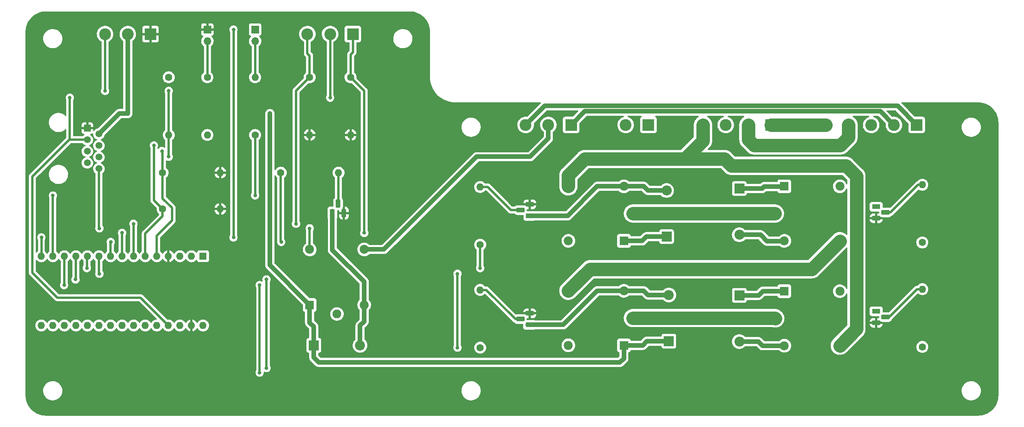
<source format=gbl>
%TF.GenerationSoftware,KiCad,Pcbnew,(6.0.0-rc1-172-gb8b8c0d34c)*%
%TF.CreationDate,2021-12-08T11:19:38-06:00*%
%TF.ProjectId,Motor Board,4d6f746f-7220-4426-9f61-72642e6b6963,rev?*%
%TF.SameCoordinates,Original*%
%TF.FileFunction,Copper,L2,Bot*%
%TF.FilePolarity,Positive*%
%FSLAX46Y46*%
G04 Gerber Fmt 4.6, Leading zero omitted, Abs format (unit mm)*
G04 Created by KiCad (PCBNEW (6.0.0-rc1-172-gb8b8c0d34c)) date 2021-12-08 11:19:38*
%MOMM*%
%LPD*%
G01*
G04 APERTURE LIST*
G04 Aperture macros list*
%AMRoundRect*
0 Rectangle with rounded corners*
0 $1 Rounding radius*
0 $2 $3 $4 $5 $6 $7 $8 $9 X,Y pos of 4 corners*
0 Add a 4 corners polygon primitive as box body*
4,1,4,$2,$3,$4,$5,$6,$7,$8,$9,$2,$3,0*
0 Add four circle primitives for the rounded corners*
1,1,$1+$1,$2,$3*
1,1,$1+$1,$4,$5*
1,1,$1+$1,$6,$7*
1,1,$1+$1,$8,$9*
0 Add four rect primitives between the rounded corners*
20,1,$1+$1,$2,$3,$4,$5,0*
20,1,$1+$1,$4,$5,$6,$7,0*
20,1,$1+$1,$6,$7,$8,$9,0*
20,1,$1+$1,$8,$9,$2,$3,0*%
G04 Aperture macros list end*
%TA.AperFunction,ComponentPad*%
%ADD10O,1.600000X1.600000*%
%TD*%
%TA.AperFunction,ComponentPad*%
%ADD11C,1.600000*%
%TD*%
%TA.AperFunction,ComponentPad*%
%ADD12C,1.980000*%
%TD*%
%TA.AperFunction,ComponentPad*%
%ADD13C,1.935000*%
%TD*%
%TA.AperFunction,ComponentPad*%
%ADD14R,1.980000X1.980000*%
%TD*%
%TA.AperFunction,ComponentPad*%
%ADD15R,1.800000X1.100000*%
%TD*%
%TA.AperFunction,ComponentPad*%
%ADD16RoundRect,0.275000X-0.625000X0.275000X-0.625000X-0.275000X0.625000X-0.275000X0.625000X0.275000X0*%
%TD*%
%TA.AperFunction,ComponentPad*%
%ADD17RoundRect,0.275000X0.625000X-0.275000X0.625000X0.275000X-0.625000X0.275000X-0.625000X-0.275000X0*%
%TD*%
%TA.AperFunction,ComponentPad*%
%ADD18RoundRect,0.275000X-0.275000X-0.625000X0.275000X-0.625000X0.275000X0.625000X-0.275000X0.625000X0*%
%TD*%
%TA.AperFunction,ComponentPad*%
%ADD19R,1.100000X1.800000*%
%TD*%
%TA.AperFunction,ComponentPad*%
%ADD20R,2.600000X2.600000*%
%TD*%
%TA.AperFunction,ComponentPad*%
%ADD21C,2.600000*%
%TD*%
%TA.AperFunction,ComponentPad*%
%ADD22O,1.700000X1.700000*%
%TD*%
%TA.AperFunction,ComponentPad*%
%ADD23R,1.700000X1.700000*%
%TD*%
%TA.AperFunction,ComponentPad*%
%ADD24C,1.500000*%
%TD*%
%TA.AperFunction,ComponentPad*%
%ADD25R,1.500000X1.500000*%
%TD*%
%TA.AperFunction,ComponentPad*%
%ADD26O,2.200000X2.200000*%
%TD*%
%TA.AperFunction,ComponentPad*%
%ADD27R,2.200000X2.200000*%
%TD*%
%TA.AperFunction,ComponentPad*%
%ADD28R,1.600000X1.600000*%
%TD*%
%TA.AperFunction,ViaPad*%
%ADD29C,0.800000*%
%TD*%
%TA.AperFunction,Conductor*%
%ADD30C,0.500000*%
%TD*%
%TA.AperFunction,Conductor*%
%ADD31C,1.000000*%
%TD*%
%TA.AperFunction,Conductor*%
%ADD32C,3.000000*%
%TD*%
G04 APERTURE END LIST*
D10*
X239750000Y-117650000D03*
D11*
X239750000Y-130350000D03*
D12*
X117000000Y-108900000D03*
X105000000Y-108900000D03*
D13*
X111000000Y-123100000D03*
D12*
X117000000Y-121100000D03*
D14*
X105000000Y-121100000D03*
D10*
X239750000Y-94650000D03*
D11*
X239750000Y-107350000D03*
X142500000Y-107850000D03*
D10*
X142500000Y-95150000D03*
D11*
X142500000Y-130500000D03*
D10*
X142500000Y-117800000D03*
D11*
X98650000Y-92000000D03*
D10*
X111350000Y-92000000D03*
D11*
X93000000Y-83700000D03*
D10*
X93000000Y-71000000D03*
D11*
X114000000Y-71000000D03*
D10*
X114000000Y-83700000D03*
X74000000Y-83700000D03*
D11*
X74000000Y-71000000D03*
X82500000Y-71000000D03*
D10*
X82500000Y-83700000D03*
D11*
X105000000Y-71000000D03*
D10*
X105000000Y-83700000D03*
D11*
X72650000Y-100000000D03*
D10*
X85350000Y-100000000D03*
D11*
X72650000Y-92000000D03*
D10*
X85350000Y-92000000D03*
D15*
X229600000Y-99500000D03*
D16*
X229600000Y-102040000D03*
X231670000Y-100770000D03*
D15*
X229600000Y-122500000D03*
D16*
X229600000Y-125040000D03*
X231670000Y-123770000D03*
D15*
X153420000Y-101500000D03*
D17*
X153420000Y-98960000D03*
X151350000Y-100230000D03*
D15*
X153400000Y-125500000D03*
D17*
X153400000Y-122960000D03*
X151330000Y-124230000D03*
D18*
X111270000Y-98830000D03*
X112540000Y-100900000D03*
D19*
X110000000Y-100900000D03*
D14*
X209400000Y-95000000D03*
D12*
X209400000Y-107000000D03*
D13*
X207400000Y-101000000D03*
D12*
X221600000Y-95000000D03*
X221600000Y-107000000D03*
X221600000Y-130080000D03*
X221600000Y-118080000D03*
D13*
X207400000Y-124080000D03*
D12*
X209400000Y-130080000D03*
D14*
X209400000Y-118080000D03*
D12*
X161900000Y-95000000D03*
X161900000Y-107000000D03*
D13*
X176100000Y-101000000D03*
D12*
X174100000Y-95000000D03*
D14*
X174100000Y-107000000D03*
D12*
X161900000Y-118000000D03*
X161900000Y-130000000D03*
D13*
X176100000Y-124000000D03*
D12*
X174100000Y-118000000D03*
D14*
X174100000Y-130000000D03*
D20*
X238500000Y-81500000D03*
D21*
X233500000Y-81500000D03*
X228500000Y-81500000D03*
X223500000Y-81500000D03*
X218500000Y-81500000D03*
D20*
X206500000Y-81500000D03*
D21*
X201500000Y-81500000D03*
X196500000Y-81500000D03*
X191500000Y-81500000D03*
D20*
X179500000Y-81500000D03*
D21*
X174500000Y-81500000D03*
D22*
X93000000Y-63040000D03*
D23*
X93000000Y-60500000D03*
D20*
X114500000Y-61500000D03*
D21*
X109500000Y-61500000D03*
X104500000Y-61500000D03*
D22*
X82500000Y-63040000D03*
D23*
X82500000Y-60500000D03*
D20*
X70000000Y-61500000D03*
D21*
X65000000Y-61500000D03*
X60000000Y-61500000D03*
D20*
X162500000Y-81500000D03*
D21*
X157500000Y-81500000D03*
X152500000Y-81500000D03*
D24*
X58640000Y-91107500D03*
X56100000Y-89837500D03*
X58640000Y-88567500D03*
X56100000Y-87297500D03*
X58640000Y-86027500D03*
X56100000Y-84757500D03*
X58640000Y-83487500D03*
D25*
X56100000Y-82217500D03*
D26*
X199500000Y-105660000D03*
D27*
X199500000Y-95500000D03*
D26*
X199500000Y-129160000D03*
D27*
X199500000Y-119000000D03*
D26*
X183500000Y-95920000D03*
D27*
X183500000Y-106080000D03*
D26*
X184000000Y-118920000D03*
D27*
X184000000Y-129080000D03*
X105920000Y-130000000D03*
D26*
X116080000Y-130000000D03*
D28*
X81550000Y-110390000D03*
D10*
X48530000Y-125630000D03*
X79010000Y-110390000D03*
X51070000Y-125630000D03*
X76470000Y-110390000D03*
X53610000Y-125630000D03*
X73930000Y-110390000D03*
X56150000Y-125630000D03*
X71390000Y-110390000D03*
X58690000Y-125630000D03*
X68850000Y-110390000D03*
X61230000Y-125630000D03*
X66310000Y-110390000D03*
X63770000Y-125630000D03*
X63770000Y-110390000D03*
X66310000Y-125630000D03*
X61230000Y-110390000D03*
X68850000Y-125630000D03*
X58690000Y-110390000D03*
X71390000Y-125630000D03*
X56150000Y-110390000D03*
X73930000Y-125630000D03*
X53610000Y-110390000D03*
X76470000Y-125630000D03*
X51070000Y-110390000D03*
X79010000Y-125630000D03*
X48530000Y-110390000D03*
X81550000Y-125630000D03*
X45990000Y-110390000D03*
X45990000Y-125630000D03*
D29*
X168000000Y-124250000D03*
X168000000Y-101000000D03*
X239750000Y-112250000D03*
X88250000Y-110500000D03*
X93000000Y-100250000D03*
X109250000Y-86500000D03*
X185500000Y-81500000D03*
X168250000Y-81750000D03*
X134250000Y-107750000D03*
X89500000Y-124500000D03*
X99500000Y-124500000D03*
X123000000Y-140250000D03*
X196000000Y-141000000D03*
X245250000Y-135500000D03*
X245500000Y-89250000D03*
X230250000Y-112250000D03*
X215750000Y-101000000D03*
X215500000Y-124000000D03*
X191500000Y-119000000D03*
X191000000Y-95500000D03*
X152500000Y-93250000D03*
X152750000Y-112500000D03*
X126000000Y-122000000D03*
X125750000Y-96250000D03*
X125500000Y-71000000D03*
X98750000Y-71000000D03*
X52000000Y-68500000D03*
X65000000Y-93500000D03*
X53500000Y-101750000D03*
X79000000Y-120500000D03*
X62500000Y-131500000D03*
X94000000Y-116750000D03*
X94000000Y-136000000D03*
X51000000Y-116750000D03*
X95500000Y-135000000D03*
X95500000Y-115500000D03*
X53500000Y-115500000D03*
X137500000Y-130500000D03*
X58750000Y-114250000D03*
X137500000Y-114250000D03*
X56000000Y-113000000D03*
X142500000Y-113000000D03*
X102000000Y-103250000D03*
X66250000Y-103250000D03*
X117000000Y-105250000D03*
X63750000Y-105250000D03*
X98750000Y-107250000D03*
X61250000Y-107250000D03*
X96250000Y-79000000D03*
X65000000Y-79000000D03*
X93000000Y-97000000D03*
X48530000Y-97030000D03*
X105000000Y-104250000D03*
X58750000Y-104250000D03*
X46000000Y-106250000D03*
X88250000Y-106250000D03*
X88250000Y-60500000D03*
X109500000Y-75500000D03*
X52250000Y-75500000D03*
X70750000Y-86000000D03*
X72500000Y-87250000D03*
X74000000Y-88500000D03*
X74000000Y-74000000D03*
X60000000Y-74000000D03*
D30*
X48530000Y-110390000D02*
X48530000Y-97030000D01*
X94000000Y-136000000D02*
X94000000Y-116750000D01*
X51070000Y-110390000D02*
X51070000Y-116680000D01*
X51070000Y-116680000D02*
X51000000Y-116750000D01*
X95500000Y-115500000D02*
X95500000Y-135000000D01*
X53610000Y-115390000D02*
X53500000Y-115500000D01*
X53610000Y-110390000D02*
X53610000Y-115390000D01*
X137500000Y-114250000D02*
X137500000Y-130500000D01*
X58690000Y-114190000D02*
X58750000Y-114250000D01*
X58690000Y-110390000D02*
X58690000Y-114190000D01*
X56000000Y-113000000D02*
X56000000Y-110540000D01*
X56000000Y-110540000D02*
X56150000Y-110390000D01*
X142500000Y-107850000D02*
X142500000Y-113000000D01*
X98750000Y-107250000D02*
X98650000Y-107150000D01*
X98650000Y-107150000D02*
X98650000Y-92000000D01*
X61250000Y-107250000D02*
X61230000Y-107270000D01*
X61230000Y-107270000D02*
X61230000Y-110390000D01*
X66310000Y-110390000D02*
X66310000Y-103310000D01*
X66310000Y-103310000D02*
X66250000Y-103250000D01*
X102000000Y-103250000D02*
X102000000Y-74000000D01*
X102000000Y-74000000D02*
X105000000Y-71000000D01*
X63770000Y-110390000D02*
X63770000Y-105270000D01*
X117000000Y-105250000D02*
X117000000Y-74000000D01*
X63770000Y-105270000D02*
X63750000Y-105250000D01*
X117000000Y-74000000D02*
X114000000Y-71000000D01*
D31*
X117000000Y-108900000D02*
X121350000Y-108900000D01*
X121350000Y-108900000D02*
X141750000Y-88500000D01*
X153500000Y-88500000D02*
X157500000Y-84500000D01*
X157500000Y-84500000D02*
X157500000Y-81500000D01*
X141750000Y-88500000D02*
X153500000Y-88500000D01*
D30*
X72650000Y-92000000D02*
X72650000Y-87400000D01*
X72650000Y-87400000D02*
X72500000Y-87250000D01*
X52250000Y-84625000D02*
X44000000Y-92875000D01*
X44000000Y-92875000D02*
X44000000Y-114000000D01*
X44000000Y-114000000D02*
X49500000Y-119500000D01*
X67800000Y-119500000D02*
X73930000Y-125630000D01*
X49500000Y-119500000D02*
X67800000Y-119500000D01*
X56100000Y-84757500D02*
X52382500Y-84757500D01*
X52382500Y-84757500D02*
X52250000Y-84625000D01*
X52250000Y-75500000D02*
X52250000Y-84625000D01*
D31*
X65000000Y-79000000D02*
X63127500Y-79000000D01*
X63127500Y-79000000D02*
X58640000Y-83487500D01*
X96250000Y-112350000D02*
X105000000Y-121100000D01*
X65000000Y-61500000D02*
X65000000Y-79000000D01*
X96250000Y-79000000D02*
X96250000Y-112350000D01*
D30*
X74000000Y-88500000D02*
X74000000Y-83700000D01*
D32*
X197750000Y-90500000D02*
X223000000Y-90500000D01*
X196250000Y-89000000D02*
X197750000Y-90500000D01*
X187500000Y-89000000D02*
X196250000Y-89000000D01*
X223000000Y-90500000D02*
X225250000Y-92750000D01*
X225250000Y-92750000D02*
X225250000Y-126430000D01*
X225250000Y-126430000D02*
X221600000Y-130080000D01*
X161900000Y-95000000D02*
X161900000Y-92600000D01*
X191500000Y-85000000D02*
X191500000Y-81500000D01*
X161900000Y-92600000D02*
X165500000Y-89000000D01*
X165500000Y-89000000D02*
X187500000Y-89000000D01*
X187500000Y-89000000D02*
X191500000Y-85000000D01*
X206500000Y-81500000D02*
X218500000Y-81500000D01*
X201500000Y-81500000D02*
X201500000Y-84750000D01*
X201500000Y-84750000D02*
X202750000Y-86000000D01*
X221750000Y-86000000D02*
X223500000Y-84250000D01*
X202750000Y-86000000D02*
X221750000Y-86000000D01*
X223500000Y-84250000D02*
X223500000Y-81500000D01*
D31*
X152500000Y-81500000D02*
X156699520Y-77300480D01*
X156699520Y-77300480D02*
X234300480Y-77300480D01*
X234300480Y-77300480D02*
X238500000Y-81500000D01*
X162500000Y-81500000D02*
X165500000Y-78500000D01*
X165500000Y-78500000D02*
X230500000Y-78500000D01*
X230500000Y-78500000D02*
X233500000Y-81500000D01*
D32*
X161900000Y-118000000D02*
X166650000Y-113250000D01*
X215430000Y-113250000D02*
X221600000Y-107080000D01*
X166650000Y-113250000D02*
X215430000Y-113250000D01*
D30*
X239750000Y-117650000D02*
X238600000Y-117650000D01*
X232480000Y-123770000D02*
X231270000Y-123770000D01*
X238600000Y-117650000D02*
X232480000Y-123770000D01*
X239500000Y-94650000D02*
X238850000Y-94650000D01*
X238850000Y-94650000D02*
X232730000Y-100770000D01*
X232730000Y-100770000D02*
X231270000Y-100770000D01*
X142500000Y-117800000D02*
X143800000Y-117800000D01*
X143800000Y-117800000D02*
X150230000Y-124230000D01*
X150230000Y-124230000D02*
X151730000Y-124230000D01*
X142500000Y-95150000D02*
X144150000Y-95150000D01*
X144150000Y-95150000D02*
X149230000Y-100230000D01*
X149230000Y-100230000D02*
X151750000Y-100230000D01*
X72650000Y-92000000D02*
X72650000Y-97650000D01*
X74750000Y-102500000D02*
X71390000Y-105860000D01*
X72650000Y-97650000D02*
X74750000Y-99750000D01*
X74750000Y-99750000D02*
X74750000Y-102500000D01*
X71390000Y-105860000D02*
X71390000Y-110390000D01*
X72650000Y-100000000D02*
X72650000Y-101600000D01*
X72650000Y-101600000D02*
X68850000Y-105400000D01*
X68850000Y-105400000D02*
X68850000Y-110390000D01*
X70750000Y-86000000D02*
X70750000Y-98100000D01*
X70750000Y-98100000D02*
X72650000Y-100000000D01*
X93000000Y-97000000D02*
X93000000Y-83700000D01*
X48530000Y-97030000D02*
X48500000Y-97000000D01*
X58640000Y-91107500D02*
X58640000Y-104140000D01*
X58640000Y-104140000D02*
X58750000Y-104250000D01*
X105000000Y-104250000D02*
X105000000Y-108900000D01*
X46000000Y-106250000D02*
X46000000Y-110380000D01*
X88250000Y-60500000D02*
X88250000Y-106250000D01*
X46000000Y-110380000D02*
X45990000Y-110390000D01*
X109500000Y-61500000D02*
X109500000Y-75500000D01*
D31*
X199500000Y-119000000D02*
X203750000Y-119000000D01*
X203750000Y-119000000D02*
X204670000Y-118080000D01*
X204670000Y-118080000D02*
X209400000Y-118080000D01*
X199500000Y-129160000D02*
X203660000Y-129160000D01*
X203660000Y-129160000D02*
X204580000Y-130080000D01*
X204580000Y-130080000D02*
X209400000Y-130080000D01*
X199500000Y-105660000D02*
X204160000Y-105660000D01*
X205580000Y-107080000D02*
X209400000Y-107080000D01*
X204160000Y-105660000D02*
X205580000Y-107080000D01*
X199500000Y-95500000D02*
X204500000Y-95500000D01*
X204500000Y-95500000D02*
X204920000Y-95080000D01*
X204920000Y-95080000D02*
X209400000Y-95080000D01*
D32*
X176100000Y-101000000D02*
X207320000Y-101000000D01*
X176100000Y-124000000D02*
X207320000Y-124000000D01*
D31*
X174100000Y-130000000D02*
X178250000Y-130000000D01*
X178250000Y-130000000D02*
X179170000Y-129080000D01*
X179170000Y-129080000D02*
X184000000Y-129080000D01*
X174100000Y-107000000D02*
X178160000Y-107000000D01*
X178160000Y-107000000D02*
X179080000Y-106080000D01*
X179080000Y-106080000D02*
X183500000Y-106080000D01*
X174100000Y-95000000D02*
X178500000Y-95000000D01*
X178500000Y-95000000D02*
X179420000Y-95920000D01*
X179420000Y-95920000D02*
X183500000Y-95920000D01*
D32*
X207320000Y-124000000D02*
X207400000Y-124080000D01*
D31*
X161750000Y-101500000D02*
X168250000Y-95000000D01*
X153020000Y-101500000D02*
X161750000Y-101500000D01*
X168250000Y-95000000D02*
X174100000Y-95000000D01*
X160750000Y-125500000D02*
X168250000Y-118000000D01*
X153000000Y-125500000D02*
X160750000Y-125500000D01*
X168250000Y-118000000D02*
X174100000Y-118000000D01*
X174100000Y-118000000D02*
X178500000Y-118000000D01*
X179420000Y-118920000D02*
X184000000Y-118920000D01*
X178500000Y-118000000D02*
X179420000Y-118920000D01*
X105920000Y-130000000D02*
X105920000Y-132670000D01*
X105920000Y-132670000D02*
X107000000Y-133750000D01*
X107000000Y-133750000D02*
X173250000Y-133750000D01*
X173250000Y-133750000D02*
X174100000Y-132900000D01*
X174100000Y-132900000D02*
X174100000Y-130000000D01*
X117000000Y-116000000D02*
X110000000Y-109000000D01*
X117000000Y-121100000D02*
X117000000Y-116000000D01*
X110000000Y-109000000D02*
X110000000Y-100500000D01*
X116080000Y-125670000D02*
X117000000Y-124750000D01*
X116080000Y-130000000D02*
X116080000Y-125670000D01*
X117000000Y-124750000D02*
X117000000Y-121100000D01*
X105920000Y-125920000D02*
X105000000Y-125000000D01*
X105920000Y-130000000D02*
X105920000Y-125920000D01*
X105000000Y-125000000D02*
X105000000Y-121100000D01*
D30*
X116000000Y-129920000D02*
X116080000Y-130000000D01*
X106000000Y-129920000D02*
X105920000Y-130000000D01*
X114500000Y-61500000D02*
X114500000Y-65500000D01*
X114500000Y-65500000D02*
X114000000Y-66000000D01*
X114000000Y-66000000D02*
X114000000Y-71000000D01*
X104500000Y-61500000D02*
X104500000Y-65750000D01*
X104500000Y-65750000D02*
X105000000Y-66250000D01*
X105000000Y-66250000D02*
X105000000Y-71000000D01*
X60000000Y-61500000D02*
X60000000Y-74000000D01*
X74000000Y-74000000D02*
X74000000Y-83700000D01*
X81500000Y-125680000D02*
X81550000Y-125630000D01*
X111270000Y-99230000D02*
X111350000Y-99150000D01*
X111350000Y-99150000D02*
X111350000Y-92000000D01*
X93000000Y-63040000D02*
X93000000Y-71000000D01*
X82500000Y-63040000D02*
X82500000Y-71000000D01*
%TA.AperFunction,Conductor*%
G36*
X126970057Y-56509500D02*
G01*
X126984858Y-56511805D01*
X126984861Y-56511805D01*
X126993730Y-56513186D01*
X127014158Y-56510515D01*
X127035983Y-56509571D01*
X127386006Y-56524853D01*
X127396957Y-56525811D01*
X127774578Y-56575527D01*
X127785402Y-56577436D01*
X128157243Y-56659870D01*
X128167860Y-56662715D01*
X128531110Y-56777248D01*
X128541424Y-56781001D01*
X128893334Y-56926767D01*
X128903278Y-56931405D01*
X129241117Y-57107272D01*
X129250637Y-57112768D01*
X129571868Y-57317415D01*
X129580872Y-57323720D01*
X129883036Y-57555579D01*
X129891456Y-57562644D01*
X130172267Y-57819960D01*
X130180040Y-57827733D01*
X130437356Y-58108544D01*
X130444421Y-58116964D01*
X130676280Y-58419128D01*
X130682585Y-58428132D01*
X130887232Y-58749363D01*
X130892728Y-58758883D01*
X131068591Y-59096713D01*
X131073233Y-59106666D01*
X131218996Y-59458568D01*
X131222752Y-59468890D01*
X131337039Y-59831358D01*
X131337285Y-59832139D01*
X131340130Y-59842757D01*
X131422564Y-60214598D01*
X131424473Y-60225422D01*
X131474189Y-60603043D01*
X131475147Y-60613994D01*
X131490104Y-60956583D01*
X131488724Y-60981461D01*
X131486814Y-60993730D01*
X131488454Y-61006270D01*
X131490936Y-61025251D01*
X131492000Y-61041589D01*
X131492000Y-70946793D01*
X131490254Y-70967697D01*
X131486929Y-70987461D01*
X131486776Y-71000000D01*
X131487457Y-71004754D01*
X131487595Y-71007359D01*
X131506120Y-71455236D01*
X131562477Y-71907362D01*
X131655979Y-72353290D01*
X131785985Y-72789974D01*
X131951608Y-73214430D01*
X131952750Y-73216766D01*
X132150569Y-73621412D01*
X132150575Y-73621424D01*
X132151717Y-73623759D01*
X132153049Y-73625995D01*
X132153051Y-73625998D01*
X132383609Y-74012925D01*
X132383611Y-74012928D01*
X132384945Y-74015166D01*
X132649698Y-74385976D01*
X132944168Y-74733656D01*
X133266344Y-75055832D01*
X133614024Y-75350302D01*
X133984834Y-75615055D01*
X133987064Y-75616384D01*
X133987075Y-75616391D01*
X134271691Y-75785985D01*
X134376241Y-75848283D01*
X134378576Y-75849425D01*
X134378588Y-75849431D01*
X134693206Y-76003238D01*
X134785570Y-76048392D01*
X135210026Y-76214015D01*
X135646710Y-76344021D01*
X136092638Y-76437523D01*
X136544764Y-76493880D01*
X136767014Y-76503072D01*
X136974006Y-76511634D01*
X136980055Y-76512030D01*
X136982666Y-76512264D01*
X136987461Y-76513071D01*
X136993816Y-76513149D01*
X136995141Y-76513165D01*
X136995145Y-76513165D01*
X137000000Y-76513224D01*
X137027588Y-76509273D01*
X137045451Y-76508000D01*
X155761575Y-76508000D01*
X155829696Y-76528002D01*
X155876189Y-76581658D01*
X155886293Y-76651932D01*
X155856799Y-76716512D01*
X155850670Y-76723095D01*
X152894934Y-79678832D01*
X152832622Y-79712858D01*
X152785585Y-79714098D01*
X152662687Y-79694082D01*
X152662673Y-79694081D01*
X152658063Y-79693330D01*
X152527719Y-79691624D01*
X152393961Y-79689873D01*
X152393958Y-79689873D01*
X152389284Y-79689812D01*
X152122937Y-79726060D01*
X151864874Y-79801278D01*
X151620763Y-79913815D01*
X151589933Y-79934028D01*
X151399881Y-80058631D01*
X151399876Y-80058635D01*
X151395968Y-80061197D01*
X151195426Y-80240188D01*
X151023544Y-80446854D01*
X150884096Y-80676656D01*
X150780148Y-80924545D01*
X150713981Y-81185077D01*
X150687050Y-81452526D01*
X150687274Y-81457192D01*
X150687274Y-81457197D01*
X150693738Y-81591758D01*
X150699947Y-81721019D01*
X150752388Y-81984656D01*
X150843220Y-82237646D01*
X150845432Y-82241762D01*
X150845433Y-82241765D01*
X150857071Y-82263424D01*
X150970450Y-82474431D01*
X150973241Y-82478168D01*
X150973245Y-82478175D01*
X151054887Y-82587506D01*
X151131281Y-82689810D01*
X151134590Y-82693090D01*
X151134595Y-82693096D01*
X151318862Y-82875761D01*
X151322180Y-82879050D01*
X151325942Y-82881808D01*
X151325945Y-82881811D01*
X151519174Y-83023492D01*
X151538954Y-83037995D01*
X151543089Y-83040171D01*
X151543093Y-83040173D01*
X151772698Y-83160975D01*
X151776840Y-83163154D01*
X151896317Y-83204877D01*
X152013432Y-83245775D01*
X152030613Y-83251775D01*
X152035206Y-83252647D01*
X152290109Y-83301042D01*
X152290112Y-83301042D01*
X152294698Y-83301913D01*
X152422370Y-83306929D01*
X152558625Y-83312283D01*
X152558630Y-83312283D01*
X152563293Y-83312466D01*
X152667607Y-83301042D01*
X152825844Y-83283713D01*
X152825850Y-83283712D01*
X152830497Y-83283203D01*
X152932913Y-83256239D01*
X153085918Y-83215956D01*
X153085920Y-83215955D01*
X153090441Y-83214765D01*
X153107435Y-83207464D01*
X153333120Y-83110502D01*
X153333122Y-83110501D01*
X153337414Y-83108657D01*
X153456071Y-83035230D01*
X153562017Y-82969669D01*
X153562021Y-82969666D01*
X153565990Y-82967210D01*
X153771149Y-82793530D01*
X153948382Y-82591434D01*
X153964698Y-82566069D01*
X154075733Y-82393444D01*
X154093797Y-82365361D01*
X154204199Y-82120278D01*
X154232624Y-82019491D01*
X154275893Y-81866072D01*
X154275894Y-81866069D01*
X154277163Y-81861568D01*
X154295497Y-81717452D01*
X154310688Y-81598045D01*
X154310688Y-81598041D01*
X154311086Y-81594915D01*
X154311732Y-81570267D01*
X154313488Y-81503160D01*
X154313571Y-81500000D01*
X154308192Y-81427620D01*
X154293996Y-81236589D01*
X154293995Y-81236585D01*
X154293650Y-81231937D01*
X154291893Y-81224173D01*
X154290652Y-81218685D01*
X154295127Y-81147830D01*
X154324450Y-81101784D01*
X157080349Y-78345885D01*
X157142661Y-78311859D01*
X157169444Y-78308980D01*
X163960596Y-78308980D01*
X164028717Y-78328982D01*
X164075210Y-78382638D01*
X164085314Y-78452912D01*
X164055820Y-78517492D01*
X164049691Y-78524075D01*
X162919171Y-79654595D01*
X162856859Y-79688621D01*
X162830076Y-79691500D01*
X161151866Y-79691500D01*
X161089684Y-79698255D01*
X160953295Y-79749385D01*
X160836739Y-79836739D01*
X160749385Y-79953295D01*
X160698255Y-80089684D01*
X160691500Y-80151866D01*
X160691500Y-82848134D01*
X160698255Y-82910316D01*
X160749385Y-83046705D01*
X160836739Y-83163261D01*
X160953295Y-83250615D01*
X161089684Y-83301745D01*
X161151866Y-83308500D01*
X163848134Y-83308500D01*
X163910316Y-83301745D01*
X164046705Y-83250615D01*
X164163261Y-83163261D01*
X164250615Y-83046705D01*
X164301745Y-82910316D01*
X164308500Y-82848134D01*
X164308500Y-81169924D01*
X164328502Y-81101804D01*
X164345405Y-81080830D01*
X165880829Y-79545405D01*
X165943141Y-79511380D01*
X165969924Y-79508500D01*
X173986791Y-79508500D01*
X174054912Y-79528502D01*
X174101405Y-79582158D01*
X174111509Y-79652432D01*
X174082015Y-79717012D01*
X174022049Y-79755466D01*
X173864874Y-79801278D01*
X173620763Y-79913815D01*
X173589933Y-79934028D01*
X173399881Y-80058631D01*
X173399876Y-80058635D01*
X173395968Y-80061197D01*
X173195426Y-80240188D01*
X173023544Y-80446854D01*
X172884096Y-80676656D01*
X172780148Y-80924545D01*
X172713981Y-81185077D01*
X172687050Y-81452526D01*
X172687274Y-81457192D01*
X172687274Y-81457197D01*
X172693738Y-81591758D01*
X172699947Y-81721019D01*
X172752388Y-81984656D01*
X172843220Y-82237646D01*
X172845432Y-82241762D01*
X172845433Y-82241765D01*
X172857071Y-82263424D01*
X172970450Y-82474431D01*
X172973241Y-82478168D01*
X172973245Y-82478175D01*
X173054887Y-82587506D01*
X173131281Y-82689810D01*
X173134590Y-82693090D01*
X173134595Y-82693096D01*
X173318862Y-82875761D01*
X173322180Y-82879050D01*
X173325942Y-82881808D01*
X173325945Y-82881811D01*
X173519174Y-83023492D01*
X173538954Y-83037995D01*
X173543089Y-83040171D01*
X173543093Y-83040173D01*
X173772698Y-83160975D01*
X173776840Y-83163154D01*
X173896317Y-83204877D01*
X174013432Y-83245775D01*
X174030613Y-83251775D01*
X174035206Y-83252647D01*
X174290109Y-83301042D01*
X174290112Y-83301042D01*
X174294698Y-83301913D01*
X174422370Y-83306929D01*
X174558625Y-83312283D01*
X174558630Y-83312283D01*
X174563293Y-83312466D01*
X174667607Y-83301042D01*
X174825844Y-83283713D01*
X174825850Y-83283712D01*
X174830497Y-83283203D01*
X174932913Y-83256239D01*
X175085918Y-83215956D01*
X175085920Y-83215955D01*
X175090441Y-83214765D01*
X175107435Y-83207464D01*
X175333120Y-83110502D01*
X175333122Y-83110501D01*
X175337414Y-83108657D01*
X175456071Y-83035230D01*
X175562017Y-82969669D01*
X175562021Y-82969666D01*
X175565990Y-82967210D01*
X175771149Y-82793530D01*
X175948382Y-82591434D01*
X175964698Y-82566069D01*
X176075733Y-82393444D01*
X176093797Y-82365361D01*
X176204199Y-82120278D01*
X176232624Y-82019491D01*
X176275893Y-81866072D01*
X176275894Y-81866069D01*
X176277163Y-81861568D01*
X176295497Y-81717452D01*
X176310688Y-81598045D01*
X176310688Y-81598041D01*
X176311086Y-81594915D01*
X176311732Y-81570267D01*
X176313488Y-81503160D01*
X176313571Y-81500000D01*
X176293650Y-81231937D01*
X176292618Y-81227376D01*
X176235361Y-80974331D01*
X176235360Y-80974326D01*
X176234327Y-80969763D01*
X176136902Y-80719238D01*
X176003518Y-80485864D01*
X175982639Y-80459378D01*
X175905923Y-80362065D01*
X175837105Y-80274769D01*
X175641317Y-80090591D01*
X175443407Y-79953295D01*
X175424299Y-79940039D01*
X175424296Y-79940037D01*
X175420457Y-79937374D01*
X175415552Y-79934955D01*
X175183564Y-79820551D01*
X175183561Y-79820550D01*
X175179376Y-79818486D01*
X175131745Y-79803239D01*
X174979490Y-79754502D01*
X174920710Y-79714684D01*
X174892788Y-79649409D01*
X174904589Y-79579400D01*
X174952367Y-79526885D01*
X175017903Y-79508500D01*
X177903408Y-79508500D01*
X177971529Y-79528502D01*
X178018022Y-79582158D01*
X178028126Y-79652432D01*
X177998632Y-79717012D01*
X177963918Y-79745019D01*
X177961696Y-79746236D01*
X177953295Y-79749385D01*
X177836739Y-79836739D01*
X177749385Y-79953295D01*
X177698255Y-80089684D01*
X177691500Y-80151866D01*
X177691500Y-82848134D01*
X177698255Y-82910316D01*
X177749385Y-83046705D01*
X177836739Y-83163261D01*
X177953295Y-83250615D01*
X178089684Y-83301745D01*
X178151866Y-83308500D01*
X180848134Y-83308500D01*
X180910316Y-83301745D01*
X181046705Y-83250615D01*
X181163261Y-83163261D01*
X181250615Y-83046705D01*
X181301745Y-82910316D01*
X181308500Y-82848134D01*
X181308500Y-80151866D01*
X181301745Y-80089684D01*
X181250615Y-79953295D01*
X181163261Y-79836739D01*
X181046705Y-79749385D01*
X181038304Y-79746236D01*
X181036082Y-79745019D01*
X180985936Y-79694760D01*
X180970923Y-79625369D01*
X180995809Y-79558877D01*
X181052693Y-79516395D01*
X181096592Y-79508500D01*
X190455679Y-79508500D01*
X190523800Y-79528502D01*
X190570293Y-79582158D01*
X190580397Y-79652432D01*
X190550903Y-79717012D01*
X190510914Y-79747748D01*
X190493298Y-79756340D01*
X190489659Y-79758795D01*
X190489653Y-79758798D01*
X190428618Y-79799967D01*
X190260424Y-79913415D01*
X190257153Y-79916360D01*
X190257152Y-79916361D01*
X190163107Y-80001040D01*
X190051678Y-80101371D01*
X190048857Y-80104733D01*
X190048856Y-80104734D01*
X190030111Y-80127073D01*
X189871121Y-80316550D01*
X189722269Y-80554764D01*
X189608018Y-80811375D01*
X189606806Y-80815602D01*
X189560350Y-80977616D01*
X189530593Y-81081390D01*
X189529982Y-81085740D01*
X189529981Y-81085743D01*
X189518885Y-81164698D01*
X189491500Y-81359552D01*
X189491500Y-84115862D01*
X189471498Y-84183983D01*
X189454595Y-84204957D01*
X186704957Y-86954595D01*
X186642645Y-86988621D01*
X186615862Y-86991500D01*
X165555896Y-86991500D01*
X165549302Y-86991327D01*
X165469259Y-86987132D01*
X165469253Y-86987132D01*
X165464862Y-86986902D01*
X165460485Y-86987285D01*
X165460481Y-86987285D01*
X165343486Y-86997521D01*
X165341293Y-86997693D01*
X165224173Y-87005882D01*
X165224167Y-87005883D01*
X165219788Y-87006189D01*
X165210107Y-87008247D01*
X165194900Y-87010519D01*
X165189425Y-87010998D01*
X165189412Y-87011000D01*
X165185034Y-87011383D01*
X165112341Y-87028166D01*
X165066326Y-87038789D01*
X165064179Y-87039265D01*
X165006952Y-87051429D01*
X164945030Y-87064591D01*
X164940898Y-87066095D01*
X164935728Y-87067976D01*
X164920982Y-87072344D01*
X164915624Y-87073581D01*
X164915619Y-87073582D01*
X164911337Y-87074571D01*
X164797571Y-87118241D01*
X164795571Y-87118989D01*
X164681074Y-87160663D01*
X164672336Y-87165309D01*
X164658333Y-87171690D01*
X164653210Y-87173656D01*
X164653203Y-87173659D01*
X164649098Y-87175235D01*
X164542479Y-87234336D01*
X164540612Y-87235348D01*
X164436942Y-87290470D01*
X164436933Y-87290476D01*
X164433058Y-87292536D01*
X164429501Y-87295121D01*
X164429495Y-87295124D01*
X164425047Y-87298355D01*
X164412074Y-87306620D01*
X164403421Y-87311417D01*
X164306169Y-87384701D01*
X164304415Y-87385999D01*
X164299426Y-87389624D01*
X164223126Y-87445060D01*
X164205808Y-87457642D01*
X164199847Y-87463398D01*
X164198680Y-87464525D01*
X164186988Y-87474510D01*
X164184214Y-87476601D01*
X164179088Y-87480464D01*
X164093012Y-87566540D01*
X164091444Y-87568082D01*
X164003748Y-87652769D01*
X164000399Y-87657056D01*
X163997647Y-87660578D01*
X163987452Y-87672100D01*
X160519317Y-91140235D01*
X160514533Y-91144776D01*
X160451678Y-91201371D01*
X160380250Y-91286495D01*
X160373376Y-91294687D01*
X160371965Y-91296339D01*
X160292023Y-91388303D01*
X160289629Y-91391989D01*
X160289624Y-91391996D01*
X160286632Y-91396603D01*
X160277488Y-91408961D01*
X160273953Y-91413174D01*
X160273948Y-91413181D01*
X160271121Y-91416550D01*
X160252998Y-91445553D01*
X160206580Y-91519838D01*
X160205399Y-91521693D01*
X160139036Y-91623882D01*
X160137173Y-91627876D01*
X160137173Y-91627877D01*
X160134850Y-91632857D01*
X160127518Y-91646363D01*
X160124800Y-91650714D01*
X160122269Y-91654764D01*
X160120483Y-91658776D01*
X160120479Y-91658783D01*
X160072729Y-91766032D01*
X160071817Y-91768033D01*
X160060387Y-91792546D01*
X160020324Y-91878460D01*
X160019039Y-91882662D01*
X160019039Y-91882663D01*
X160017430Y-91887927D01*
X160012042Y-91902337D01*
X160008018Y-91911375D01*
X159998362Y-91945049D01*
X159974435Y-92028495D01*
X159973817Y-92030583D01*
X159938199Y-92147083D01*
X159936650Y-92156865D01*
X159933320Y-92171879D01*
X159930593Y-92181390D01*
X159929981Y-92185743D01*
X159929980Y-92185749D01*
X159913646Y-92301978D01*
X159913321Y-92304155D01*
X159899218Y-92393196D01*
X159894256Y-92424520D01*
X159894179Y-92428916D01*
X159894179Y-92428920D01*
X159894083Y-92434430D01*
X159892876Y-92449760D01*
X159891500Y-92459552D01*
X159891500Y-92581312D01*
X159891481Y-92583510D01*
X159889354Y-92705374D01*
X159889889Y-92709730D01*
X159889889Y-92709733D01*
X159890561Y-92715204D01*
X159891500Y-92730560D01*
X159891500Y-95070146D01*
X159891653Y-95072332D01*
X159891653Y-95072336D01*
X159900867Y-95204098D01*
X159906189Y-95280212D01*
X159964591Y-95554970D01*
X159966094Y-95559099D01*
X159966095Y-95559103D01*
X160057872Y-95811257D01*
X160060663Y-95818926D01*
X160192536Y-96066942D01*
X160195122Y-96070501D01*
X160195123Y-96070503D01*
X160354487Y-96289849D01*
X160357642Y-96294192D01*
X160360698Y-96297356D01*
X160360700Y-96297359D01*
X160444643Y-96384284D01*
X160552769Y-96496252D01*
X160727783Y-96632987D01*
X160763994Y-96661278D01*
X160774118Y-96669188D01*
X160777922Y-96671384D01*
X160777929Y-96671389D01*
X160935292Y-96762242D01*
X161017381Y-96809636D01*
X161277824Y-96914862D01*
X161282097Y-96915927D01*
X161282099Y-96915928D01*
X161546107Y-96981753D01*
X161546112Y-96981754D01*
X161550376Y-96982817D01*
X161554744Y-96983276D01*
X161554749Y-96983277D01*
X161825364Y-97011719D01*
X161825367Y-97011719D01*
X161829733Y-97012178D01*
X161834121Y-97012025D01*
X161834127Y-97012025D01*
X162106061Y-97002529D01*
X162106067Y-97002528D01*
X162110458Y-97002375D01*
X162114781Y-97001613D01*
X162114788Y-97001612D01*
X162332285Y-96963261D01*
X162387087Y-96953598D01*
X162654235Y-96866797D01*
X162658188Y-96864869D01*
X162658193Y-96864867D01*
X162771432Y-96809636D01*
X162906702Y-96743660D01*
X162910341Y-96741205D01*
X162910347Y-96741202D01*
X163043289Y-96651531D01*
X163139576Y-96586585D01*
X163220941Y-96513324D01*
X163267463Y-96471435D01*
X163348322Y-96398629D01*
X163528879Y-96183450D01*
X163677731Y-95945236D01*
X163791982Y-95688625D01*
X163869407Y-95418610D01*
X163908500Y-95140448D01*
X163908500Y-93484138D01*
X163928502Y-93416017D01*
X163945405Y-93395043D01*
X166295043Y-91045405D01*
X166357355Y-91011379D01*
X166384138Y-91008500D01*
X187444105Y-91008500D01*
X187450699Y-91008673D01*
X187530741Y-91012868D01*
X187530747Y-91012868D01*
X187535138Y-91013098D01*
X187539515Y-91012715D01*
X187539519Y-91012715D01*
X187582220Y-91008979D01*
X187593201Y-91008500D01*
X195365862Y-91008500D01*
X195433983Y-91028502D01*
X195454957Y-91045405D01*
X196290235Y-91880683D01*
X196294776Y-91885467D01*
X196351371Y-91948322D01*
X196444739Y-92026668D01*
X196446306Y-92028006D01*
X196538302Y-92107977D01*
X196544432Y-92111958D01*
X196546607Y-92113371D01*
X196558963Y-92122514D01*
X196563171Y-92126044D01*
X196566550Y-92128879D01*
X196570285Y-92131213D01*
X196570292Y-92131218D01*
X196669837Y-92193420D01*
X196671693Y-92194602D01*
X196723256Y-92228087D01*
X196773882Y-92260964D01*
X196777869Y-92262823D01*
X196777874Y-92262826D01*
X196782857Y-92265150D01*
X196796363Y-92272482D01*
X196800714Y-92275200D01*
X196804764Y-92277731D01*
X196808776Y-92279517D01*
X196808783Y-92279521D01*
X196916032Y-92327271D01*
X196918033Y-92328183D01*
X196976334Y-92355369D01*
X197028460Y-92379676D01*
X197032654Y-92380958D01*
X197032672Y-92380965D01*
X197037933Y-92382573D01*
X197052338Y-92387958D01*
X197061375Y-92391982D01*
X197065601Y-92393194D01*
X197065607Y-92393196D01*
X197178451Y-92425553D01*
X197180559Y-92426177D01*
X197292871Y-92460514D01*
X197292877Y-92460515D01*
X197297082Y-92461801D01*
X197301430Y-92462490D01*
X197301431Y-92462490D01*
X197303100Y-92462754D01*
X197306860Y-92463350D01*
X197321866Y-92466677D01*
X197327159Y-92468194D01*
X197331390Y-92469407D01*
X197335737Y-92470018D01*
X197335742Y-92470019D01*
X197403839Y-92479589D01*
X197452044Y-92486364D01*
X197454161Y-92486680D01*
X197574520Y-92505743D01*
X197578920Y-92505820D01*
X197578923Y-92505820D01*
X197584418Y-92505916D01*
X197599747Y-92507123D01*
X197605190Y-92507888D01*
X197605206Y-92507889D01*
X197609552Y-92508500D01*
X197731336Y-92508500D01*
X197733536Y-92508519D01*
X197855374Y-92510646D01*
X197859730Y-92510111D01*
X197859733Y-92510111D01*
X197865204Y-92509439D01*
X197880560Y-92508500D01*
X222115862Y-92508500D01*
X222183983Y-92528502D01*
X222204957Y-92545405D01*
X223204595Y-93545043D01*
X223238621Y-93607355D01*
X223241500Y-93634138D01*
X223241500Y-94411220D01*
X223221498Y-94479341D01*
X223167842Y-94525834D01*
X223097568Y-94535938D01*
X223032988Y-94506444D01*
X222999950Y-94461462D01*
X222927220Y-94294193D01*
X222927218Y-94294190D01*
X222925160Y-94289456D01*
X222920521Y-94282285D01*
X222794126Y-94086908D01*
X222794121Y-94086902D01*
X222791315Y-94082564D01*
X222785169Y-94075809D01*
X222738570Y-94024598D01*
X222625477Y-93900310D01*
X222621426Y-93897111D01*
X222621422Y-93897107D01*
X222484357Y-93788861D01*
X222432099Y-93747590D01*
X222262416Y-93653919D01*
X222220906Y-93631004D01*
X222220903Y-93631003D01*
X222216375Y-93628503D01*
X221984097Y-93546250D01*
X221929457Y-93536517D01*
X221746593Y-93503943D01*
X221746589Y-93503943D01*
X221741505Y-93503037D01*
X221662086Y-93502067D01*
X221500282Y-93500090D01*
X221500280Y-93500090D01*
X221495112Y-93500027D01*
X221251536Y-93537299D01*
X221017318Y-93613853D01*
X221012730Y-93616241D01*
X221012726Y-93616243D01*
X220870560Y-93690250D01*
X220798748Y-93727633D01*
X220794615Y-93730736D01*
X220794612Y-93730738D01*
X220625275Y-93857881D01*
X220601697Y-93875584D01*
X220535363Y-93944998D01*
X220440832Y-94043919D01*
X220431455Y-94053731D01*
X220428541Y-94058003D01*
X220428540Y-94058004D01*
X220295515Y-94253011D01*
X220295512Y-94253016D01*
X220292596Y-94257291D01*
X220290420Y-94261980D01*
X220290416Y-94261986D01*
X220193164Y-94471498D01*
X220188848Y-94480797D01*
X220187468Y-94485775D01*
X220187466Y-94485779D01*
X220142846Y-94646677D01*
X220122998Y-94718247D01*
X220096813Y-94963263D01*
X220097110Y-94968416D01*
X220097110Y-94968419D01*
X220109499Y-95183278D01*
X220110997Y-95209266D01*
X220112134Y-95214312D01*
X220112135Y-95214318D01*
X220125997Y-95275827D01*
X220165170Y-95449649D01*
X220167112Y-95454431D01*
X220167113Y-95454435D01*
X220255673Y-95672531D01*
X220257876Y-95677956D01*
X220386625Y-95888056D01*
X220547961Y-96074307D01*
X220551936Y-96077607D01*
X220551940Y-96077611D01*
X220568524Y-96091379D01*
X220737550Y-96231707D01*
X220950300Y-96356028D01*
X220955120Y-96357868D01*
X220955125Y-96357871D01*
X221069553Y-96401566D01*
X221180499Y-96443932D01*
X221185567Y-96444963D01*
X221185570Y-96444964D01*
X221276668Y-96463498D01*
X221421964Y-96493059D01*
X221427137Y-96493249D01*
X221427140Y-96493249D01*
X221663045Y-96501899D01*
X221663049Y-96501899D01*
X221668209Y-96502088D01*
X221673329Y-96501432D01*
X221673331Y-96501432D01*
X221907496Y-96471435D01*
X221907497Y-96471435D01*
X221912624Y-96470778D01*
X221925637Y-96466874D01*
X222143687Y-96401456D01*
X222143692Y-96401454D01*
X222148642Y-96399969D01*
X222238337Y-96356028D01*
X222365275Y-96293842D01*
X222365280Y-96293839D01*
X222369926Y-96291563D01*
X222374136Y-96288560D01*
X222374141Y-96288557D01*
X222566321Y-96151476D01*
X222566326Y-96151472D01*
X222570533Y-96148471D01*
X222596222Y-96122872D01*
X222725243Y-95994300D01*
X222745076Y-95974536D01*
X222888868Y-95774430D01*
X222922472Y-95706438D01*
X222995758Y-95558152D01*
X222998045Y-95553525D01*
X222998803Y-95551029D01*
X223042017Y-95495639D01*
X223109018Y-95472159D01*
X223178078Y-95488630D01*
X223227269Y-95539823D01*
X223241500Y-95597992D01*
X223241500Y-105574665D01*
X223221498Y-105642786D01*
X223167842Y-105689279D01*
X223097568Y-105699383D01*
X223029568Y-105666816D01*
X222870289Y-105518286D01*
X222870287Y-105518284D01*
X222867077Y-105515291D01*
X222636980Y-105354175D01*
X222497241Y-105282974D01*
X222390622Y-105228648D01*
X222390618Y-105228646D01*
X222386700Y-105226650D01*
X222121108Y-105135200D01*
X222043766Y-105120166D01*
X221849692Y-105082441D01*
X221849685Y-105082440D01*
X221845373Y-105081602D01*
X221713770Y-105074705D01*
X221569259Y-105067131D01*
X221569253Y-105067131D01*
X221564862Y-105066901D01*
X221560485Y-105067284D01*
X221560482Y-105067284D01*
X221478034Y-105074498D01*
X221285034Y-105091383D01*
X221280746Y-105092373D01*
X221015619Y-105153582D01*
X221015613Y-105153584D01*
X221011337Y-105154571D01*
X220804740Y-105233876D01*
X220762736Y-105250000D01*
X220749098Y-105255235D01*
X220590998Y-105342872D01*
X220558412Y-105360935D01*
X220503421Y-105391417D01*
X220499914Y-105394060D01*
X220499912Y-105394061D01*
X220284703Y-105556233D01*
X220279088Y-105560464D01*
X214634957Y-111204595D01*
X214572645Y-111238621D01*
X214545862Y-111241500D01*
X166705889Y-111241500D01*
X166699295Y-111241327D01*
X166619258Y-111237132D01*
X166619252Y-111237132D01*
X166614861Y-111236902D01*
X166610484Y-111237285D01*
X166610479Y-111237285D01*
X166493482Y-111247521D01*
X166491290Y-111247693D01*
X166374173Y-111255882D01*
X166374168Y-111255883D01*
X166369788Y-111256189D01*
X166360107Y-111258247D01*
X166344900Y-111260519D01*
X166339425Y-111260998D01*
X166339412Y-111261000D01*
X166335034Y-111261383D01*
X166330755Y-111262371D01*
X166330748Y-111262372D01*
X166216305Y-111288793D01*
X166214160Y-111289268D01*
X166099337Y-111313675D01*
X166099330Y-111313677D01*
X166095030Y-111314591D01*
X166085719Y-111317980D01*
X166070981Y-111322345D01*
X166061337Y-111324572D01*
X165947622Y-111368223D01*
X165945591Y-111368982D01*
X165835207Y-111409158D01*
X165835198Y-111409162D01*
X165831074Y-111410663D01*
X165827202Y-111412722D01*
X165827190Y-111412727D01*
X165822325Y-111415314D01*
X165808334Y-111421690D01*
X165803207Y-111423658D01*
X165803200Y-111423661D01*
X165799098Y-111425236D01*
X165747665Y-111453746D01*
X165692569Y-111484286D01*
X165690658Y-111485324D01*
X165583058Y-111542536D01*
X165579499Y-111545122D01*
X165575056Y-111548350D01*
X165562073Y-111556621D01*
X165557275Y-111559280D01*
X165557266Y-111559286D01*
X165553421Y-111561417D01*
X165549906Y-111564066D01*
X165456146Y-111634719D01*
X165454378Y-111636027D01*
X165381507Y-111688971D01*
X165355808Y-111707642D01*
X165349801Y-111713443D01*
X165348679Y-111714526D01*
X165336987Y-111724511D01*
X165332606Y-111727813D01*
X165329087Y-111730465D01*
X165243012Y-111816540D01*
X165241444Y-111818082D01*
X165153748Y-111902769D01*
X165150553Y-111906859D01*
X165147647Y-111910578D01*
X165137452Y-111922100D01*
X160430175Y-116629377D01*
X160292023Y-116788303D01*
X160139036Y-117023882D01*
X160137174Y-117027875D01*
X160134725Y-117033126D01*
X160020324Y-117278460D01*
X160019040Y-117282660D01*
X160019038Y-117282665D01*
X159983960Y-117397402D01*
X159938199Y-117547083D01*
X159894256Y-117824520D01*
X159889354Y-118105374D01*
X159889889Y-118109730D01*
X159889889Y-118109733D01*
X159914634Y-118311257D01*
X159923587Y-118384175D01*
X159963849Y-118534435D01*
X159991640Y-118638152D01*
X159996288Y-118655500D01*
X160106043Y-118914067D01*
X160108306Y-118917834D01*
X160108310Y-118917841D01*
X160184865Y-119045249D01*
X160250715Y-119154842D01*
X160253481Y-119158258D01*
X160253484Y-119158262D01*
X160315073Y-119234317D01*
X160427489Y-119373138D01*
X160430708Y-119376140D01*
X160430712Y-119376144D01*
X160530602Y-119469293D01*
X160632923Y-119564709D01*
X160724776Y-119629025D01*
X160858926Y-119722958D01*
X160863020Y-119725825D01*
X160933197Y-119761582D01*
X161109378Y-119851352D01*
X161109382Y-119851354D01*
X161113300Y-119853350D01*
X161378892Y-119944800D01*
X161431280Y-119954983D01*
X161650309Y-119997559D01*
X161650316Y-119997560D01*
X161654628Y-119998398D01*
X161785907Y-120005278D01*
X161930741Y-120012868D01*
X161930747Y-120012868D01*
X161935138Y-120013098D01*
X161939515Y-120012715D01*
X161939519Y-120012715D01*
X162056490Y-120002481D01*
X162214966Y-119988617D01*
X162219245Y-119987629D01*
X162219252Y-119987628D01*
X162484381Y-119926417D01*
X162484386Y-119926415D01*
X162488663Y-119925428D01*
X162750902Y-119824765D01*
X162934565Y-119722958D01*
X162992735Y-119690714D01*
X162992737Y-119690712D01*
X162996579Y-119688583D01*
X163003009Y-119683738D01*
X163217393Y-119522188D01*
X163217395Y-119522186D01*
X163220912Y-119519536D01*
X167445043Y-115295405D01*
X167507355Y-115261379D01*
X167534138Y-115258500D01*
X215374105Y-115258500D01*
X215380699Y-115258673D01*
X215460741Y-115262868D01*
X215460747Y-115262868D01*
X215465138Y-115263098D01*
X215469515Y-115262715D01*
X215469519Y-115262715D01*
X215586514Y-115252479D01*
X215588707Y-115252307D01*
X215705827Y-115244118D01*
X215705833Y-115244117D01*
X215710212Y-115243811D01*
X215719893Y-115241753D01*
X215735100Y-115239481D01*
X215740575Y-115239002D01*
X215740588Y-115239000D01*
X215744966Y-115238617D01*
X215749245Y-115237629D01*
X215749252Y-115237628D01*
X215863695Y-115211207D01*
X215865840Y-115210732D01*
X215980663Y-115186325D01*
X215980670Y-115186323D01*
X215984970Y-115185409D01*
X215994281Y-115182020D01*
X216009019Y-115177655D01*
X216018663Y-115175428D01*
X216132400Y-115131769D01*
X216134431Y-115131010D01*
X216244782Y-115090846D01*
X216244791Y-115090842D01*
X216248926Y-115089337D01*
X216257664Y-115084691D01*
X216271652Y-115078317D01*
X216276786Y-115076346D01*
X216276798Y-115076341D01*
X216280902Y-115074765D01*
X216387521Y-115015664D01*
X216389388Y-115014652D01*
X216493058Y-114959530D01*
X216493067Y-114959524D01*
X216496942Y-114957464D01*
X216500499Y-114954879D01*
X216500505Y-114954876D01*
X216504953Y-114951645D01*
X216517927Y-114943379D01*
X216526579Y-114938583D01*
X216623844Y-114865289D01*
X216625598Y-114863991D01*
X216720637Y-114794941D01*
X216720638Y-114794940D01*
X216724192Y-114792358D01*
X216731320Y-114785475D01*
X216743012Y-114775490D01*
X216747393Y-114772188D01*
X216747394Y-114772187D01*
X216750912Y-114769536D01*
X216836988Y-114683460D01*
X216838556Y-114681918D01*
X216891070Y-114631206D01*
X216926252Y-114597231D01*
X216932353Y-114589422D01*
X216942548Y-114577900D01*
X223026405Y-108494043D01*
X223088717Y-108460017D01*
X223159532Y-108465082D01*
X223216368Y-108507629D01*
X223241179Y-108574149D01*
X223241500Y-108583138D01*
X223241500Y-117491220D01*
X223221498Y-117559341D01*
X223167842Y-117605834D01*
X223097568Y-117615938D01*
X223032988Y-117586444D01*
X222999950Y-117541462D01*
X222999801Y-117541118D01*
X222959914Y-117449385D01*
X222927220Y-117374193D01*
X222927218Y-117374190D01*
X222925160Y-117369456D01*
X222922354Y-117365118D01*
X222794126Y-117166908D01*
X222794121Y-117166902D01*
X222791315Y-117162564D01*
X222787069Y-117157897D01*
X222719748Y-117083913D01*
X222625477Y-116980310D01*
X222621426Y-116977111D01*
X222621422Y-116977107D01*
X222484357Y-116868861D01*
X222432099Y-116827590D01*
X222349318Y-116781892D01*
X222220906Y-116711004D01*
X222220903Y-116711003D01*
X222216375Y-116708503D01*
X221984097Y-116626250D01*
X221914502Y-116613853D01*
X221746593Y-116583943D01*
X221746589Y-116583943D01*
X221741505Y-116583037D01*
X221662086Y-116582067D01*
X221500282Y-116580090D01*
X221500280Y-116580090D01*
X221495112Y-116580027D01*
X221251536Y-116617299D01*
X221017318Y-116693853D01*
X221012730Y-116696241D01*
X221012726Y-116696243D01*
X220828792Y-116791993D01*
X220798748Y-116807633D01*
X220794615Y-116810736D01*
X220794612Y-116810738D01*
X220605832Y-116952479D01*
X220601697Y-116955584D01*
X220551238Y-117008386D01*
X220443050Y-117121598D01*
X220431455Y-117133731D01*
X220428541Y-117138003D01*
X220428540Y-117138004D01*
X220295515Y-117333011D01*
X220295512Y-117333016D01*
X220292596Y-117337291D01*
X220290420Y-117341980D01*
X220290416Y-117341986D01*
X220193197Y-117551427D01*
X220188848Y-117560797D01*
X220187468Y-117565775D01*
X220187466Y-117565779D01*
X220127266Y-117782858D01*
X220122998Y-117798247D01*
X220096813Y-118043263D01*
X220097110Y-118048416D01*
X220097110Y-118048419D01*
X220103166Y-118153452D01*
X220110997Y-118289266D01*
X220112134Y-118294312D01*
X220112135Y-118294318D01*
X220135446Y-118397756D01*
X220165170Y-118529649D01*
X220167112Y-118534431D01*
X220167113Y-118534435D01*
X220251475Y-118742192D01*
X220257876Y-118757956D01*
X220386625Y-118968056D01*
X220390009Y-118971962D01*
X220390010Y-118971964D01*
X220401373Y-118985082D01*
X220547961Y-119154307D01*
X220551936Y-119157607D01*
X220551940Y-119157611D01*
X220569826Y-119172460D01*
X220737550Y-119311707D01*
X220950300Y-119436028D01*
X220955120Y-119437868D01*
X220955125Y-119437871D01*
X221096945Y-119492026D01*
X221180499Y-119523932D01*
X221185567Y-119524963D01*
X221185570Y-119524964D01*
X221304840Y-119549230D01*
X221421964Y-119573059D01*
X221427137Y-119573249D01*
X221427140Y-119573249D01*
X221663045Y-119581899D01*
X221663049Y-119581899D01*
X221668209Y-119582088D01*
X221673329Y-119581432D01*
X221673331Y-119581432D01*
X221907496Y-119551435D01*
X221907497Y-119551435D01*
X221912624Y-119550778D01*
X221917574Y-119549293D01*
X222143687Y-119481456D01*
X222143692Y-119481454D01*
X222148642Y-119479969D01*
X222238337Y-119436028D01*
X222365275Y-119373842D01*
X222365280Y-119373839D01*
X222369926Y-119371563D01*
X222374136Y-119368560D01*
X222374141Y-119368557D01*
X222566321Y-119231476D01*
X222566326Y-119231472D01*
X222570533Y-119228471D01*
X222611432Y-119187715D01*
X222685908Y-119113498D01*
X222745076Y-119054536D01*
X222869085Y-118881961D01*
X222885853Y-118858626D01*
X222885854Y-118858625D01*
X222888868Y-118854430D01*
X222923496Y-118784366D01*
X222978767Y-118672531D01*
X222998045Y-118633525D01*
X222998803Y-118631029D01*
X223042017Y-118575639D01*
X223109018Y-118552159D01*
X223178078Y-118568630D01*
X223227269Y-118619823D01*
X223241500Y-118677992D01*
X223241500Y-125545862D01*
X223221498Y-125613983D01*
X223204595Y-125634957D01*
X220130175Y-128709377D01*
X219992023Y-128868303D01*
X219839036Y-129103882D01*
X219720324Y-129358460D01*
X219719040Y-129362660D01*
X219719038Y-129362665D01*
X219703832Y-129412403D01*
X219638199Y-129627083D01*
X219594256Y-129904520D01*
X219589354Y-130185374D01*
X219589889Y-130189730D01*
X219589889Y-130189733D01*
X219619869Y-130433891D01*
X219623587Y-130464175D01*
X219655534Y-130583402D01*
X219683596Y-130688131D01*
X219696288Y-130735500D01*
X219806043Y-130994067D01*
X219808306Y-130997834D01*
X219808310Y-130997841D01*
X219874802Y-131108502D01*
X219950715Y-131234842D01*
X219953481Y-131238258D01*
X219953484Y-131238262D01*
X220111522Y-131433421D01*
X220127489Y-131453138D01*
X220130708Y-131456140D01*
X220130712Y-131456144D01*
X220224921Y-131543995D01*
X220332923Y-131644709D01*
X220363871Y-131666379D01*
X220545480Y-131793543D01*
X220563020Y-131805825D01*
X220674400Y-131862576D01*
X220809378Y-131931352D01*
X220809382Y-131931354D01*
X220813300Y-131933350D01*
X221078892Y-132024800D01*
X221131280Y-132034983D01*
X221350309Y-132077559D01*
X221350316Y-132077560D01*
X221354628Y-132078398D01*
X221485907Y-132085278D01*
X221630741Y-132092868D01*
X221630747Y-132092868D01*
X221635138Y-132093098D01*
X221639515Y-132092715D01*
X221639519Y-132092715D01*
X221756490Y-132082481D01*
X221914966Y-132068617D01*
X221919245Y-132067629D01*
X221919252Y-132067628D01*
X222184381Y-132006417D01*
X222184386Y-132006415D01*
X222188663Y-132005428D01*
X222450902Y-131904765D01*
X222696579Y-131768583D01*
X222741809Y-131734500D01*
X222917393Y-131602188D01*
X222917395Y-131602186D01*
X222920912Y-131599536D01*
X224170448Y-130350000D01*
X238436502Y-130350000D01*
X238456457Y-130578087D01*
X238457881Y-130583400D01*
X238457881Y-130583402D01*
X238510192Y-130778626D01*
X238515716Y-130799243D01*
X238518039Y-130804224D01*
X238518039Y-130804225D01*
X238607245Y-130995528D01*
X238612477Y-131006749D01*
X238672726Y-131092793D01*
X238715799Y-131154307D01*
X238743802Y-131194300D01*
X238905700Y-131356198D01*
X238910208Y-131359355D01*
X238910211Y-131359357D01*
X238968211Y-131399969D01*
X239093251Y-131487523D01*
X239098233Y-131489846D01*
X239098238Y-131489849D01*
X239277092Y-131573249D01*
X239300757Y-131584284D01*
X239306065Y-131585706D01*
X239306067Y-131585707D01*
X239516598Y-131642119D01*
X239516600Y-131642119D01*
X239521913Y-131643543D01*
X239750000Y-131663498D01*
X239978087Y-131643543D01*
X239983400Y-131642119D01*
X239983402Y-131642119D01*
X240193933Y-131585707D01*
X240193935Y-131585706D01*
X240199243Y-131584284D01*
X240222908Y-131573249D01*
X240401762Y-131489849D01*
X240401767Y-131489846D01*
X240406749Y-131487523D01*
X240531789Y-131399969D01*
X240589789Y-131359357D01*
X240589792Y-131359355D01*
X240594300Y-131356198D01*
X240756198Y-131194300D01*
X240784202Y-131154307D01*
X240827274Y-131092793D01*
X240887523Y-131006749D01*
X240892756Y-130995528D01*
X240981961Y-130804225D01*
X240981961Y-130804224D01*
X240984284Y-130799243D01*
X240989809Y-130778626D01*
X241042119Y-130583402D01*
X241042119Y-130583400D01*
X241043543Y-130578087D01*
X241063498Y-130350000D01*
X241043543Y-130121913D01*
X241038787Y-130104162D01*
X240985707Y-129906067D01*
X240985706Y-129906065D01*
X240984284Y-129900757D01*
X240957469Y-129843251D01*
X240889849Y-129698238D01*
X240889846Y-129698233D01*
X240887523Y-129693251D01*
X240756198Y-129505700D01*
X240594300Y-129343802D01*
X240589792Y-129340645D01*
X240589789Y-129340643D01*
X240491859Y-129272072D01*
X240406749Y-129212477D01*
X240401767Y-129210154D01*
X240401762Y-129210151D01*
X240204225Y-129118039D01*
X240204224Y-129118039D01*
X240199243Y-129115716D01*
X240193935Y-129114294D01*
X240193933Y-129114293D01*
X239983402Y-129057881D01*
X239983400Y-129057881D01*
X239978087Y-129056457D01*
X239750000Y-129036502D01*
X239521913Y-129056457D01*
X239516600Y-129057881D01*
X239516598Y-129057881D01*
X239306067Y-129114293D01*
X239306065Y-129114294D01*
X239300757Y-129115716D01*
X239295776Y-129118039D01*
X239295775Y-129118039D01*
X239098238Y-129210151D01*
X239098233Y-129210154D01*
X239093251Y-129212477D01*
X239008141Y-129272072D01*
X238910211Y-129340643D01*
X238910208Y-129340645D01*
X238905700Y-129343802D01*
X238743802Y-129505700D01*
X238612477Y-129693251D01*
X238610154Y-129698233D01*
X238610151Y-129698238D01*
X238542531Y-129843251D01*
X238515716Y-129900757D01*
X238514294Y-129906065D01*
X238514293Y-129906067D01*
X238461213Y-130104162D01*
X238456457Y-130121913D01*
X238436502Y-130350000D01*
X224170448Y-130350000D01*
X226630683Y-127889765D01*
X226635467Y-127885224D01*
X226695060Y-127831566D01*
X226698322Y-127828629D01*
X226776640Y-127735295D01*
X226778051Y-127733642D01*
X226778353Y-127733295D01*
X226857977Y-127641697D01*
X226860371Y-127638011D01*
X226860376Y-127638004D01*
X226863368Y-127633397D01*
X226872512Y-127621039D01*
X226876047Y-127616826D01*
X226876052Y-127616819D01*
X226878879Y-127613450D01*
X226943463Y-127510094D01*
X226944592Y-127508321D01*
X227010964Y-127406117D01*
X227015148Y-127397145D01*
X227022486Y-127383630D01*
X227025404Y-127378960D01*
X227027731Y-127375236D01*
X227077281Y-127263946D01*
X227078193Y-127261945D01*
X227127818Y-127155525D01*
X227127821Y-127155516D01*
X227129676Y-127151539D01*
X227132572Y-127142068D01*
X227137956Y-127127667D01*
X227141982Y-127118625D01*
X227175566Y-127001505D01*
X227176184Y-126999418D01*
X227210515Y-126887127D01*
X227210515Y-126887125D01*
X227211802Y-126882917D01*
X227213353Y-126873127D01*
X227216679Y-126858124D01*
X227218197Y-126852830D01*
X227219407Y-126848610D01*
X227236354Y-126728029D01*
X227236679Y-126725855D01*
X227255055Y-126609829D01*
X227255744Y-126605480D01*
X227255917Y-126595570D01*
X227257124Y-126580235D01*
X227257887Y-126574808D01*
X227258500Y-126570448D01*
X227258500Y-126448688D01*
X227258519Y-126446489D01*
X227259453Y-126392966D01*
X227260646Y-126324626D01*
X227259439Y-126314794D01*
X227258500Y-126299441D01*
X227258500Y-125399122D01*
X228192001Y-125399122D01*
X228192051Y-125400851D01*
X228193470Y-125410771D01*
X228230200Y-125569867D01*
X228234850Y-125583070D01*
X228305171Y-125728535D01*
X228312637Y-125740391D01*
X228413439Y-125866665D01*
X228423335Y-125876561D01*
X228549609Y-125977363D01*
X228561465Y-125984829D01*
X228706930Y-126055150D01*
X228720133Y-126059800D01*
X228879236Y-126096532D01*
X228889133Y-126097949D01*
X228890907Y-126098000D01*
X229327885Y-126098000D01*
X229343124Y-126093525D01*
X229344329Y-126092135D01*
X229346000Y-126084452D01*
X229346000Y-126079884D01*
X229854000Y-126079884D01*
X229858475Y-126095123D01*
X229859865Y-126096328D01*
X229867548Y-126097999D01*
X230309122Y-126097999D01*
X230310851Y-126097949D01*
X230320771Y-126096530D01*
X230479867Y-126059800D01*
X230493070Y-126055150D01*
X230638535Y-125984829D01*
X230650391Y-125977363D01*
X230776665Y-125876561D01*
X230786561Y-125866665D01*
X230887363Y-125740391D01*
X230894829Y-125728535D01*
X230965150Y-125583070D01*
X230969800Y-125569867D01*
X231006532Y-125410764D01*
X231007949Y-125400867D01*
X231008000Y-125399093D01*
X231008000Y-125312115D01*
X231003525Y-125296876D01*
X231002135Y-125295671D01*
X230994452Y-125294000D01*
X229872115Y-125294000D01*
X229856876Y-125298475D01*
X229855671Y-125299865D01*
X229854000Y-125307548D01*
X229854000Y-126079884D01*
X229346000Y-126079884D01*
X229346000Y-125312115D01*
X229341525Y-125296876D01*
X229340135Y-125295671D01*
X229332452Y-125294000D01*
X228210116Y-125294000D01*
X228194877Y-125298475D01*
X228193672Y-125299865D01*
X228192001Y-125307548D01*
X228192001Y-125399122D01*
X227258500Y-125399122D01*
X227258500Y-124767885D01*
X228192000Y-124767885D01*
X228196475Y-124783124D01*
X228197865Y-124784329D01*
X228205548Y-124786000D01*
X229327885Y-124786000D01*
X229343124Y-124781525D01*
X229344329Y-124780135D01*
X229346000Y-124772452D01*
X229346000Y-124000116D01*
X229341525Y-123984877D01*
X229340135Y-123983672D01*
X229332452Y-123982001D01*
X228890878Y-123982001D01*
X228889149Y-123982051D01*
X228879229Y-123983470D01*
X228720133Y-124020200D01*
X228706930Y-124024850D01*
X228561465Y-124095171D01*
X228549609Y-124102637D01*
X228423335Y-124203439D01*
X228413439Y-124213335D01*
X228312637Y-124339609D01*
X228305171Y-124351465D01*
X228234850Y-124496930D01*
X228230200Y-124510133D01*
X228193468Y-124669236D01*
X228192051Y-124679133D01*
X228192000Y-124680907D01*
X228192000Y-124767885D01*
X227258500Y-124767885D01*
X227258500Y-123098134D01*
X228191500Y-123098134D01*
X228198255Y-123160316D01*
X228249385Y-123296705D01*
X228336739Y-123413261D01*
X228453295Y-123500615D01*
X228589684Y-123551745D01*
X228651866Y-123558500D01*
X230135500Y-123558500D01*
X230203621Y-123578502D01*
X230250114Y-123632158D01*
X230261500Y-123684500D01*
X230261500Y-123856000D01*
X230241498Y-123924121D01*
X230187842Y-123970614D01*
X230135500Y-123982000D01*
X229872115Y-123982000D01*
X229856876Y-123986475D01*
X229855671Y-123987865D01*
X229854000Y-123995548D01*
X229854000Y-124767885D01*
X229858475Y-124783124D01*
X229859865Y-124784329D01*
X229867548Y-124786000D01*
X230757091Y-124786000D01*
X230785435Y-124789229D01*
X230789966Y-124790275D01*
X230954377Y-124828233D01*
X230959008Y-124828500D01*
X232380992Y-124828500D01*
X232385623Y-124828233D01*
X232556895Y-124788691D01*
X232715151Y-124712188D01*
X232852524Y-124602524D01*
X232962188Y-124465151D01*
X232983291Y-124421498D01*
X233035625Y-124313237D01*
X233038691Y-124306895D01*
X233040275Y-124300034D01*
X233040350Y-124299821D01*
X233070100Y-124252581D01*
X238696997Y-118625685D01*
X238759309Y-118591659D01*
X238830124Y-118596724D01*
X238875187Y-118625685D01*
X238905700Y-118656198D01*
X238910208Y-118659355D01*
X238910211Y-118659357D01*
X238936825Y-118677992D01*
X239093251Y-118787523D01*
X239098233Y-118789846D01*
X239098238Y-118789849D01*
X239268857Y-118869409D01*
X239300757Y-118884284D01*
X239306065Y-118885706D01*
X239306067Y-118885707D01*
X239516598Y-118942119D01*
X239516600Y-118942119D01*
X239521913Y-118943543D01*
X239750000Y-118963498D01*
X239978087Y-118943543D01*
X239983400Y-118942119D01*
X239983402Y-118942119D01*
X240193933Y-118885707D01*
X240193935Y-118885706D01*
X240199243Y-118884284D01*
X240231143Y-118869409D01*
X240401762Y-118789849D01*
X240401767Y-118789846D01*
X240406749Y-118787523D01*
X240563175Y-118677992D01*
X240589789Y-118659357D01*
X240589792Y-118659355D01*
X240594300Y-118656198D01*
X240756198Y-118494300D01*
X240887523Y-118306749D01*
X240889846Y-118301767D01*
X240889849Y-118301762D01*
X240981961Y-118104225D01*
X240981961Y-118104224D01*
X240984284Y-118099243D01*
X240997903Y-118048419D01*
X241042119Y-117883402D01*
X241042119Y-117883400D01*
X241043543Y-117878087D01*
X241063498Y-117650000D01*
X241043543Y-117421913D01*
X241042119Y-117416598D01*
X240985707Y-117206067D01*
X240985706Y-117206065D01*
X240984284Y-117200757D01*
X240969666Y-117169409D01*
X240889849Y-116998238D01*
X240889846Y-116998233D01*
X240887523Y-116993251D01*
X240806806Y-116877976D01*
X240759357Y-116810211D01*
X240759355Y-116810208D01*
X240756198Y-116805700D01*
X240594300Y-116643802D01*
X240589792Y-116640645D01*
X240589789Y-116640643D01*
X240503220Y-116580027D01*
X240406749Y-116512477D01*
X240401767Y-116510154D01*
X240401762Y-116510151D01*
X240204225Y-116418039D01*
X240204224Y-116418039D01*
X240199243Y-116415716D01*
X240193935Y-116414294D01*
X240193933Y-116414293D01*
X239983402Y-116357881D01*
X239983400Y-116357881D01*
X239978087Y-116356457D01*
X239750000Y-116336502D01*
X239521913Y-116356457D01*
X239516600Y-116357881D01*
X239516598Y-116357881D01*
X239306067Y-116414293D01*
X239306065Y-116414294D01*
X239300757Y-116415716D01*
X239295776Y-116418039D01*
X239295775Y-116418039D01*
X239098238Y-116510151D01*
X239098233Y-116510154D01*
X239093251Y-116512477D01*
X238996780Y-116580027D01*
X238910211Y-116640643D01*
X238910208Y-116640645D01*
X238905700Y-116643802D01*
X238743802Y-116805700D01*
X238740645Y-116810208D01*
X238740643Y-116810211D01*
X238724233Y-116833647D01*
X238668775Y-116877976D01*
X238626547Y-116885525D01*
X238626651Y-116886801D01*
X238573982Y-116891085D01*
X238563767Y-116891500D01*
X238555707Y-116891500D01*
X238542417Y-116893049D01*
X238527493Y-116894789D01*
X238523118Y-116895222D01*
X238457661Y-116900546D01*
X238457658Y-116900547D01*
X238450363Y-116901140D01*
X238443399Y-116903396D01*
X238437440Y-116904587D01*
X238431585Y-116905971D01*
X238424319Y-116906818D01*
X238355673Y-116931735D01*
X238351545Y-116933152D01*
X238289064Y-116953393D01*
X238289062Y-116953394D01*
X238282101Y-116955649D01*
X238275846Y-116959445D01*
X238270372Y-116961951D01*
X238264942Y-116964670D01*
X238258063Y-116967167D01*
X238251943Y-116971180D01*
X238251942Y-116971180D01*
X238197024Y-117007186D01*
X238193320Y-117009523D01*
X238130893Y-117047405D01*
X238122516Y-117054803D01*
X238122492Y-117054776D01*
X238119500Y-117057429D01*
X238116267Y-117060132D01*
X238110148Y-117064144D01*
X238063890Y-117112975D01*
X238056872Y-117120383D01*
X238054494Y-117122825D01*
X232499708Y-122677611D01*
X232437396Y-122711637D01*
X232392753Y-122713244D01*
X232390825Y-122712968D01*
X232385623Y-122711767D01*
X232380992Y-122711500D01*
X231134500Y-122711500D01*
X231066379Y-122691498D01*
X231019886Y-122637842D01*
X231008500Y-122585500D01*
X231008500Y-121901866D01*
X231001745Y-121839684D01*
X230950615Y-121703295D01*
X230863261Y-121586739D01*
X230746705Y-121499385D01*
X230610316Y-121448255D01*
X230548134Y-121441500D01*
X228651866Y-121441500D01*
X228589684Y-121448255D01*
X228453295Y-121499385D01*
X228336739Y-121586739D01*
X228249385Y-121703295D01*
X228198255Y-121839684D01*
X228191500Y-121901866D01*
X228191500Y-123098134D01*
X227258500Y-123098134D01*
X227258500Y-107350000D01*
X238436502Y-107350000D01*
X238456457Y-107578087D01*
X238457881Y-107583400D01*
X238457881Y-107583402D01*
X238513736Y-107791852D01*
X238515716Y-107799243D01*
X238518039Y-107804224D01*
X238518039Y-107804225D01*
X238610151Y-108001762D01*
X238610154Y-108001767D01*
X238612477Y-108006749D01*
X238658745Y-108072826D01*
X238737373Y-108185118D01*
X238743802Y-108194300D01*
X238905700Y-108356198D01*
X238910208Y-108359355D01*
X238910211Y-108359357D01*
X238968211Y-108399969D01*
X239093251Y-108487523D01*
X239098233Y-108489846D01*
X239098238Y-108489849D01*
X239279022Y-108574149D01*
X239300757Y-108584284D01*
X239306065Y-108585706D01*
X239306067Y-108585707D01*
X239516598Y-108642119D01*
X239516600Y-108642119D01*
X239521913Y-108643543D01*
X239750000Y-108663498D01*
X239978087Y-108643543D01*
X239983400Y-108642119D01*
X239983402Y-108642119D01*
X240193933Y-108585707D01*
X240193935Y-108585706D01*
X240199243Y-108584284D01*
X240220978Y-108574149D01*
X240401762Y-108489849D01*
X240401767Y-108489846D01*
X240406749Y-108487523D01*
X240531789Y-108399969D01*
X240589789Y-108359357D01*
X240589792Y-108359355D01*
X240594300Y-108356198D01*
X240756198Y-108194300D01*
X240762628Y-108185118D01*
X240841255Y-108072826D01*
X240887523Y-108006749D01*
X240889846Y-108001767D01*
X240889849Y-108001762D01*
X240981961Y-107804225D01*
X240981961Y-107804224D01*
X240984284Y-107799243D01*
X240986265Y-107791852D01*
X241042119Y-107583402D01*
X241042119Y-107583400D01*
X241043543Y-107578087D01*
X241063498Y-107350000D01*
X241043543Y-107121913D01*
X241039950Y-107108502D01*
X240985707Y-106906067D01*
X240985706Y-106906065D01*
X240984284Y-106900757D01*
X240976810Y-106884729D01*
X240889849Y-106698238D01*
X240889846Y-106698233D01*
X240887523Y-106693251D01*
X240756198Y-106505700D01*
X240594300Y-106343802D01*
X240589792Y-106340645D01*
X240589789Y-106340643D01*
X240450961Y-106243435D01*
X240406749Y-106212477D01*
X240401767Y-106210154D01*
X240401762Y-106210151D01*
X240204225Y-106118039D01*
X240204224Y-106118039D01*
X240199243Y-106115716D01*
X240193935Y-106114294D01*
X240193933Y-106114293D01*
X239983402Y-106057881D01*
X239983400Y-106057881D01*
X239978087Y-106056457D01*
X239750000Y-106036502D01*
X239521913Y-106056457D01*
X239516600Y-106057881D01*
X239516598Y-106057881D01*
X239306067Y-106114293D01*
X239306065Y-106114294D01*
X239300757Y-106115716D01*
X239295776Y-106118039D01*
X239295775Y-106118039D01*
X239098238Y-106210151D01*
X239098233Y-106210154D01*
X239093251Y-106212477D01*
X239049039Y-106243435D01*
X238910211Y-106340643D01*
X238910208Y-106340645D01*
X238905700Y-106343802D01*
X238743802Y-106505700D01*
X238612477Y-106693251D01*
X238610154Y-106698233D01*
X238610151Y-106698238D01*
X238523190Y-106884729D01*
X238515716Y-106900757D01*
X238514294Y-106906065D01*
X238514293Y-106906067D01*
X238460050Y-107108502D01*
X238456457Y-107121913D01*
X238436502Y-107350000D01*
X227258500Y-107350000D01*
X227258500Y-102399122D01*
X228192001Y-102399122D01*
X228192051Y-102400851D01*
X228193470Y-102410771D01*
X228230200Y-102569867D01*
X228234850Y-102583070D01*
X228305171Y-102728535D01*
X228312637Y-102740391D01*
X228413439Y-102866665D01*
X228423335Y-102876561D01*
X228549609Y-102977363D01*
X228561465Y-102984829D01*
X228706930Y-103055150D01*
X228720133Y-103059800D01*
X228879236Y-103096532D01*
X228889133Y-103097949D01*
X228890907Y-103098000D01*
X229327885Y-103098000D01*
X229343124Y-103093525D01*
X229344329Y-103092135D01*
X229346000Y-103084452D01*
X229346000Y-103079884D01*
X229854000Y-103079884D01*
X229858475Y-103095123D01*
X229859865Y-103096328D01*
X229867548Y-103097999D01*
X230309122Y-103097999D01*
X230310851Y-103097949D01*
X230320771Y-103096530D01*
X230479867Y-103059800D01*
X230493070Y-103055150D01*
X230638535Y-102984829D01*
X230650391Y-102977363D01*
X230776665Y-102876561D01*
X230786561Y-102866665D01*
X230887363Y-102740391D01*
X230894829Y-102728535D01*
X230965150Y-102583070D01*
X230969800Y-102569867D01*
X231006532Y-102410764D01*
X231007949Y-102400867D01*
X231008000Y-102399093D01*
X231008000Y-102312115D01*
X231003525Y-102296876D01*
X231002135Y-102295671D01*
X230994452Y-102294000D01*
X229872115Y-102294000D01*
X229856876Y-102298475D01*
X229855671Y-102299865D01*
X229854000Y-102307548D01*
X229854000Y-103079884D01*
X229346000Y-103079884D01*
X229346000Y-102312115D01*
X229341525Y-102296876D01*
X229340135Y-102295671D01*
X229332452Y-102294000D01*
X228210116Y-102294000D01*
X228194877Y-102298475D01*
X228193672Y-102299865D01*
X228192001Y-102307548D01*
X228192001Y-102399122D01*
X227258500Y-102399122D01*
X227258500Y-101767885D01*
X228192000Y-101767885D01*
X228196475Y-101783124D01*
X228197865Y-101784329D01*
X228205548Y-101786000D01*
X229327885Y-101786000D01*
X229343124Y-101781525D01*
X229344329Y-101780135D01*
X229346000Y-101772452D01*
X229346000Y-101000116D01*
X229341525Y-100984877D01*
X229340135Y-100983672D01*
X229332452Y-100982001D01*
X228890878Y-100982001D01*
X228889149Y-100982051D01*
X228879229Y-100983470D01*
X228720133Y-101020200D01*
X228706930Y-101024850D01*
X228561465Y-101095171D01*
X228549609Y-101102637D01*
X228423335Y-101203439D01*
X228413439Y-101213335D01*
X228312637Y-101339609D01*
X228305171Y-101351465D01*
X228234850Y-101496930D01*
X228230200Y-101510133D01*
X228193468Y-101669236D01*
X228192051Y-101679133D01*
X228192000Y-101680907D01*
X228192000Y-101767885D01*
X227258500Y-101767885D01*
X227258500Y-100098134D01*
X228191500Y-100098134D01*
X228198255Y-100160316D01*
X228249385Y-100296705D01*
X228336739Y-100413261D01*
X228453295Y-100500615D01*
X228589684Y-100551745D01*
X228651866Y-100558500D01*
X230135500Y-100558500D01*
X230203621Y-100578502D01*
X230250114Y-100632158D01*
X230261500Y-100684500D01*
X230261500Y-100856000D01*
X230241498Y-100924121D01*
X230187842Y-100970614D01*
X230135500Y-100982000D01*
X229872115Y-100982000D01*
X229856876Y-100986475D01*
X229855671Y-100987865D01*
X229854000Y-100995548D01*
X229854000Y-101767885D01*
X229858475Y-101783124D01*
X229859865Y-101784329D01*
X229867548Y-101786000D01*
X230757091Y-101786000D01*
X230785436Y-101789229D01*
X230954377Y-101828233D01*
X230959008Y-101828500D01*
X232380992Y-101828500D01*
X232385623Y-101828233D01*
X232556895Y-101788691D01*
X232715151Y-101712188D01*
X232852524Y-101602524D01*
X232909124Y-101531623D01*
X232964602Y-101491795D01*
X232974305Y-101488273D01*
X232978464Y-101486845D01*
X233040939Y-101466606D01*
X233040941Y-101466605D01*
X233047899Y-101464351D01*
X233054154Y-101460555D01*
X233059628Y-101458049D01*
X233065058Y-101455330D01*
X233071937Y-101452833D01*
X233078058Y-101448820D01*
X233132976Y-101412814D01*
X233136680Y-101410477D01*
X233199107Y-101372595D01*
X233207484Y-101365197D01*
X233207508Y-101365224D01*
X233210500Y-101362571D01*
X233213733Y-101359868D01*
X233219852Y-101355856D01*
X233273128Y-101299617D01*
X233275506Y-101297175D01*
X238837282Y-95735399D01*
X238899594Y-95701373D01*
X238970409Y-95706438D01*
X238998647Y-95721280D01*
X239093251Y-95787523D01*
X239098233Y-95789846D01*
X239098238Y-95789849D01*
X239295775Y-95881961D01*
X239300757Y-95884284D01*
X239306065Y-95885706D01*
X239306067Y-95885707D01*
X239516598Y-95942119D01*
X239516600Y-95942119D01*
X239521913Y-95943543D01*
X239750000Y-95963498D01*
X239978087Y-95943543D01*
X239983400Y-95942119D01*
X239983402Y-95942119D01*
X240193933Y-95885707D01*
X240193935Y-95885706D01*
X240199243Y-95884284D01*
X240204225Y-95881961D01*
X240401762Y-95789849D01*
X240401767Y-95789846D01*
X240406749Y-95787523D01*
X240547990Y-95688625D01*
X240589789Y-95659357D01*
X240589792Y-95659355D01*
X240594300Y-95656198D01*
X240756198Y-95494300D01*
X240760169Y-95488630D01*
X240837571Y-95378087D01*
X240887523Y-95306749D01*
X240889846Y-95301767D01*
X240889849Y-95301762D01*
X240981961Y-95104225D01*
X240981961Y-95104224D01*
X240984284Y-95099243D01*
X241019339Y-94968419D01*
X241042119Y-94883402D01*
X241042119Y-94883400D01*
X241043543Y-94878087D01*
X241063498Y-94650000D01*
X241043543Y-94421913D01*
X241040489Y-94410514D01*
X240985707Y-94206067D01*
X240985706Y-94206065D01*
X240984284Y-94200757D01*
X240977744Y-94186731D01*
X240889849Y-93998238D01*
X240889846Y-93998233D01*
X240887523Y-93993251D01*
X240807749Y-93879322D01*
X240759357Y-93810211D01*
X240759355Y-93810208D01*
X240756198Y-93805700D01*
X240594300Y-93643802D01*
X240589792Y-93640645D01*
X240589789Y-93640643D01*
X240469239Y-93556233D01*
X240406749Y-93512477D01*
X240401767Y-93510154D01*
X240401762Y-93510151D01*
X240204225Y-93418039D01*
X240204224Y-93418039D01*
X240199243Y-93415716D01*
X240193935Y-93414294D01*
X240193933Y-93414293D01*
X239983402Y-93357881D01*
X239983400Y-93357881D01*
X239978087Y-93356457D01*
X239750000Y-93336502D01*
X239521913Y-93356457D01*
X239516600Y-93357881D01*
X239516598Y-93357881D01*
X239306067Y-93414293D01*
X239306065Y-93414294D01*
X239300757Y-93415716D01*
X239295776Y-93418039D01*
X239295775Y-93418039D01*
X239098238Y-93510151D01*
X239098233Y-93510154D01*
X239093251Y-93512477D01*
X239030761Y-93556233D01*
X238910211Y-93640643D01*
X238910208Y-93640645D01*
X238905700Y-93643802D01*
X238743802Y-93805700D01*
X238740645Y-93810208D01*
X238740643Y-93810211D01*
X238695369Y-93874869D01*
X238635147Y-93921037D01*
X238605691Y-93931729D01*
X238601545Y-93933152D01*
X238539064Y-93953393D01*
X238539062Y-93953394D01*
X238532101Y-93955649D01*
X238525846Y-93959445D01*
X238520372Y-93961951D01*
X238514942Y-93964670D01*
X238508063Y-93967167D01*
X238501943Y-93971180D01*
X238501942Y-93971180D01*
X238447024Y-94007186D01*
X238443320Y-94009523D01*
X238380893Y-94047405D01*
X238372516Y-94054803D01*
X238372492Y-94054776D01*
X238369500Y-94057429D01*
X238366267Y-94060132D01*
X238360148Y-94064144D01*
X238341928Y-94083377D01*
X238306872Y-94120383D01*
X238304494Y-94122825D01*
X232700478Y-99726841D01*
X232638166Y-99760867D01*
X232569526Y-99756590D01*
X232563238Y-99754375D01*
X232556895Y-99751309D01*
X232550037Y-99749726D01*
X232550035Y-99749725D01*
X232438570Y-99723991D01*
X232385623Y-99711767D01*
X232380992Y-99711500D01*
X231134500Y-99711500D01*
X231066379Y-99691498D01*
X231019886Y-99637842D01*
X231008500Y-99585500D01*
X231008500Y-98901866D01*
X231001745Y-98839684D01*
X230950615Y-98703295D01*
X230863261Y-98586739D01*
X230746705Y-98499385D01*
X230610316Y-98448255D01*
X230548134Y-98441500D01*
X228651866Y-98441500D01*
X228589684Y-98448255D01*
X228453295Y-98499385D01*
X228336739Y-98586739D01*
X228249385Y-98703295D01*
X228198255Y-98839684D01*
X228191500Y-98901866D01*
X228191500Y-100098134D01*
X227258500Y-100098134D01*
X227258500Y-92805909D01*
X227258673Y-92799315D01*
X227262869Y-92719259D01*
X227262869Y-92719253D01*
X227263099Y-92714862D01*
X227262716Y-92710480D01*
X227252473Y-92593403D01*
X227252301Y-92591211D01*
X227251687Y-92582422D01*
X227246277Y-92505054D01*
X227244118Y-92474173D01*
X227244117Y-92474168D01*
X227243811Y-92469788D01*
X227241753Y-92460107D01*
X227239481Y-92444900D01*
X227239002Y-92439425D01*
X227239000Y-92439412D01*
X227238617Y-92435034D01*
X227213948Y-92328183D01*
X227211211Y-92316326D01*
X227210735Y-92314179D01*
X227192435Y-92228087D01*
X227185409Y-92195030D01*
X227183903Y-92190892D01*
X227182024Y-92185728D01*
X227177656Y-92170982D01*
X227176419Y-92165624D01*
X227176418Y-92165619D01*
X227175429Y-92161337D01*
X227169958Y-92147083D01*
X227148305Y-92090675D01*
X227131759Y-92047571D01*
X227131000Y-92045542D01*
X227125564Y-92030605D01*
X227089337Y-91931074D01*
X227084691Y-91922336D01*
X227078310Y-91908333D01*
X227076344Y-91903210D01*
X227076341Y-91903203D01*
X227074765Y-91899098D01*
X227015664Y-91792479D01*
X227014652Y-91790612D01*
X226959530Y-91686942D01*
X226959524Y-91686933D01*
X226957464Y-91683058D01*
X226954879Y-91679501D01*
X226954876Y-91679495D01*
X226951645Y-91675047D01*
X226943379Y-91662073D01*
X226941555Y-91658783D01*
X226938583Y-91653421D01*
X226865289Y-91556156D01*
X226863991Y-91554402D01*
X226794941Y-91459363D01*
X226794940Y-91459362D01*
X226792358Y-91455808D01*
X226785475Y-91448680D01*
X226775490Y-91436988D01*
X226772188Y-91432607D01*
X226772187Y-91432606D01*
X226769536Y-91429088D01*
X226683460Y-91343012D01*
X226681918Y-91341444D01*
X226610620Y-91267613D01*
X226597231Y-91253748D01*
X226589422Y-91247647D01*
X226577900Y-91237452D01*
X224459765Y-89119317D01*
X224455224Y-89114533D01*
X224401566Y-89054940D01*
X224398629Y-89051678D01*
X224305295Y-88973360D01*
X224303642Y-88971949D01*
X224211697Y-88892023D01*
X224208011Y-88889629D01*
X224208004Y-88889624D01*
X224203397Y-88886632D01*
X224191039Y-88877488D01*
X224186826Y-88873953D01*
X224186819Y-88873948D01*
X224183450Y-88871121D01*
X224080162Y-88806580D01*
X224078306Y-88805398D01*
X223979809Y-88741433D01*
X223976118Y-88739036D01*
X223972123Y-88737173D01*
X223967143Y-88734850D01*
X223953637Y-88727518D01*
X223948968Y-88724601D01*
X223945236Y-88722269D01*
X223941224Y-88720483D01*
X223941217Y-88720479D01*
X223833968Y-88672729D01*
X223831967Y-88671817D01*
X223725525Y-88622182D01*
X223725522Y-88622181D01*
X223721540Y-88620324D01*
X223712070Y-88617429D01*
X223697663Y-88612042D01*
X223692650Y-88609810D01*
X223692649Y-88609810D01*
X223688625Y-88608018D01*
X223571505Y-88574435D01*
X223569417Y-88573817D01*
X223452917Y-88538199D01*
X223443135Y-88536650D01*
X223428119Y-88533320D01*
X223422843Y-88531807D01*
X223422844Y-88531807D01*
X223418610Y-88530593D01*
X223414257Y-88529981D01*
X223414251Y-88529980D01*
X223298022Y-88513646D01*
X223295845Y-88513321D01*
X223179824Y-88494944D01*
X223179823Y-88494944D01*
X223175480Y-88494256D01*
X223171084Y-88494179D01*
X223171080Y-88494179D01*
X223165570Y-88494083D01*
X223150240Y-88492876D01*
X223140448Y-88491500D01*
X223018688Y-88491500D01*
X223016489Y-88491481D01*
X222894626Y-88489354D01*
X222890270Y-88489889D01*
X222890267Y-88489889D01*
X222884796Y-88490561D01*
X222869440Y-88491500D01*
X198634138Y-88491500D01*
X198566017Y-88471498D01*
X198545042Y-88454595D01*
X197709755Y-87619307D01*
X197705215Y-87614523D01*
X197651566Y-87554940D01*
X197648629Y-87551678D01*
X197555295Y-87473360D01*
X197553642Y-87471949D01*
X197545102Y-87464525D01*
X197461697Y-87392023D01*
X197458011Y-87389629D01*
X197458004Y-87389624D01*
X197453397Y-87386632D01*
X197441039Y-87377488D01*
X197436826Y-87373953D01*
X197436819Y-87373948D01*
X197433450Y-87371121D01*
X197330162Y-87306580D01*
X197328306Y-87305398D01*
X197308500Y-87292536D01*
X197226118Y-87239036D01*
X197222123Y-87237173D01*
X197217143Y-87234850D01*
X197203637Y-87227518D01*
X197198968Y-87224601D01*
X197195236Y-87222269D01*
X197191224Y-87220483D01*
X197191217Y-87220479D01*
X197083968Y-87172729D01*
X197081967Y-87171817D01*
X196975525Y-87122182D01*
X196975522Y-87122181D01*
X196971540Y-87120324D01*
X196962070Y-87117429D01*
X196947663Y-87112042D01*
X196942650Y-87109810D01*
X196942649Y-87109810D01*
X196938625Y-87108018D01*
X196834388Y-87078129D01*
X196821505Y-87074435D01*
X196819417Y-87073817D01*
X196702917Y-87038199D01*
X196693135Y-87036650D01*
X196678119Y-87033320D01*
X196672843Y-87031807D01*
X196672844Y-87031807D01*
X196668610Y-87030593D01*
X196664257Y-87029981D01*
X196664251Y-87029980D01*
X196548022Y-87013646D01*
X196545845Y-87013321D01*
X196429824Y-86994944D01*
X196429823Y-86994944D01*
X196425480Y-86994256D01*
X196421084Y-86994179D01*
X196421080Y-86994179D01*
X196415570Y-86994083D01*
X196400240Y-86992876D01*
X196390448Y-86991500D01*
X196268688Y-86991500D01*
X196266489Y-86991481D01*
X196144626Y-86989354D01*
X196140270Y-86989889D01*
X196140267Y-86989889D01*
X196134796Y-86990561D01*
X196119440Y-86991500D01*
X192653138Y-86991500D01*
X192585017Y-86971498D01*
X192538524Y-86917842D01*
X192528420Y-86847568D01*
X192557914Y-86782988D01*
X192564043Y-86776405D01*
X192880683Y-86459765D01*
X192885467Y-86455224D01*
X192945060Y-86401566D01*
X192948322Y-86398629D01*
X193026629Y-86305307D01*
X193028042Y-86303654D01*
X193105085Y-86215026D01*
X193105091Y-86215018D01*
X193107977Y-86211698D01*
X193110368Y-86208016D01*
X193110375Y-86208007D01*
X193113371Y-86203393D01*
X193122514Y-86191037D01*
X193126044Y-86186829D01*
X193126045Y-86186827D01*
X193128879Y-86183450D01*
X193131213Y-86179715D01*
X193131218Y-86179708D01*
X193193420Y-86080163D01*
X193194602Y-86078307D01*
X193208531Y-86056859D01*
X193245455Y-86000000D01*
X193258568Y-85979808D01*
X193258570Y-85979805D01*
X193260964Y-85976118D01*
X193262826Y-85972126D01*
X193265150Y-85967143D01*
X193272482Y-85953637D01*
X193275399Y-85948968D01*
X193277731Y-85945236D01*
X193279517Y-85941224D01*
X193279521Y-85941217D01*
X193327271Y-85833968D01*
X193328183Y-85831967D01*
X193377819Y-85725522D01*
X193379676Y-85721540D01*
X193380958Y-85717346D01*
X193380965Y-85717328D01*
X193382573Y-85712067D01*
X193387960Y-85697657D01*
X193390193Y-85692642D01*
X193391982Y-85688625D01*
X193402609Y-85651566D01*
X193425553Y-85571549D01*
X193426177Y-85569441D01*
X193460514Y-85457129D01*
X193460515Y-85457123D01*
X193461801Y-85452918D01*
X193463350Y-85443140D01*
X193466677Y-85428134D01*
X193468194Y-85422843D01*
X193468196Y-85422833D01*
X193469407Y-85418610D01*
X193486363Y-85297965D01*
X193486670Y-85295908D01*
X193505744Y-85175480D01*
X193505917Y-85165570D01*
X193507124Y-85150235D01*
X193507887Y-85144808D01*
X193508500Y-85140448D01*
X193508500Y-85018688D01*
X193508519Y-85016489D01*
X193508911Y-84994022D01*
X193510646Y-84894626D01*
X193509439Y-84884796D01*
X193508500Y-84869440D01*
X193508500Y-81429854D01*
X193506856Y-81406342D01*
X193494118Y-81224173D01*
X193494117Y-81224168D01*
X193493811Y-81219788D01*
X193435409Y-80945030D01*
X193427953Y-80924545D01*
X193340846Y-80685219D01*
X193340844Y-80685215D01*
X193339337Y-80681074D01*
X193207464Y-80433058D01*
X193152839Y-80357873D01*
X193044947Y-80209371D01*
X193044944Y-80209368D01*
X193042358Y-80205808D01*
X192986987Y-80148469D01*
X192933071Y-80092638D01*
X192847231Y-80003748D01*
X192651484Y-79850814D01*
X192629347Y-79833519D01*
X192629346Y-79833518D01*
X192625882Y-79830812D01*
X192474859Y-79743619D01*
X192425866Y-79692237D01*
X192412430Y-79622523D01*
X192438816Y-79556612D01*
X192496648Y-79515430D01*
X192537859Y-79508500D01*
X195986791Y-79508500D01*
X196054912Y-79528502D01*
X196101405Y-79582158D01*
X196111509Y-79652432D01*
X196082015Y-79717012D01*
X196022049Y-79755466D01*
X195864874Y-79801278D01*
X195620763Y-79913815D01*
X195589933Y-79934028D01*
X195399881Y-80058631D01*
X195399876Y-80058635D01*
X195395968Y-80061197D01*
X195195426Y-80240188D01*
X195023544Y-80446854D01*
X194884096Y-80676656D01*
X194780148Y-80924545D01*
X194713981Y-81185077D01*
X194687050Y-81452526D01*
X194687274Y-81457192D01*
X194687274Y-81457197D01*
X194693738Y-81591758D01*
X194699947Y-81721019D01*
X194752388Y-81984656D01*
X194843220Y-82237646D01*
X194845432Y-82241762D01*
X194845433Y-82241765D01*
X194857071Y-82263424D01*
X194970450Y-82474431D01*
X194973241Y-82478168D01*
X194973245Y-82478175D01*
X195054887Y-82587506D01*
X195131281Y-82689810D01*
X195134590Y-82693090D01*
X195134595Y-82693096D01*
X195318862Y-82875761D01*
X195322180Y-82879050D01*
X195325942Y-82881808D01*
X195325945Y-82881811D01*
X195519174Y-83023492D01*
X195538954Y-83037995D01*
X195543089Y-83040171D01*
X195543093Y-83040173D01*
X195772698Y-83160975D01*
X195776840Y-83163154D01*
X195896317Y-83204877D01*
X196013432Y-83245775D01*
X196030613Y-83251775D01*
X196035206Y-83252647D01*
X196290109Y-83301042D01*
X196290112Y-83301042D01*
X196294698Y-83301913D01*
X196422370Y-83306929D01*
X196558625Y-83312283D01*
X196558630Y-83312283D01*
X196563293Y-83312466D01*
X196667607Y-83301042D01*
X196825844Y-83283713D01*
X196825850Y-83283712D01*
X196830497Y-83283203D01*
X196932913Y-83256239D01*
X197085918Y-83215956D01*
X197085920Y-83215955D01*
X197090441Y-83214765D01*
X197107435Y-83207464D01*
X197333120Y-83110502D01*
X197333122Y-83110501D01*
X197337414Y-83108657D01*
X197456071Y-83035230D01*
X197562017Y-82969669D01*
X197562021Y-82969666D01*
X197565990Y-82967210D01*
X197771149Y-82793530D01*
X197948382Y-82591434D01*
X197964698Y-82566069D01*
X198075733Y-82393444D01*
X198093797Y-82365361D01*
X198204199Y-82120278D01*
X198232624Y-82019491D01*
X198275893Y-81866072D01*
X198275894Y-81866069D01*
X198277163Y-81861568D01*
X198295497Y-81717452D01*
X198310688Y-81598045D01*
X198310688Y-81598041D01*
X198311086Y-81594915D01*
X198311732Y-81570267D01*
X198313488Y-81503160D01*
X198313571Y-81500000D01*
X198293650Y-81231937D01*
X198292618Y-81227376D01*
X198235361Y-80974331D01*
X198235360Y-80974326D01*
X198234327Y-80969763D01*
X198136902Y-80719238D01*
X198003518Y-80485864D01*
X197982639Y-80459378D01*
X197905923Y-80362065D01*
X197837105Y-80274769D01*
X197641317Y-80090591D01*
X197443407Y-79953295D01*
X197424299Y-79940039D01*
X197424296Y-79940037D01*
X197420457Y-79937374D01*
X197415552Y-79934955D01*
X197183564Y-79820551D01*
X197183561Y-79820550D01*
X197179376Y-79818486D01*
X197131745Y-79803239D01*
X196979490Y-79754502D01*
X196920710Y-79714684D01*
X196892788Y-79649409D01*
X196904589Y-79579400D01*
X196952367Y-79526885D01*
X197017903Y-79508500D01*
X200455679Y-79508500D01*
X200523800Y-79528502D01*
X200570293Y-79582158D01*
X200580397Y-79652432D01*
X200550903Y-79717012D01*
X200510914Y-79747748D01*
X200493298Y-79756340D01*
X200489659Y-79758795D01*
X200489653Y-79758798D01*
X200428618Y-79799967D01*
X200260424Y-79913415D01*
X200257153Y-79916360D01*
X200257152Y-79916361D01*
X200163107Y-80001040D01*
X200051678Y-80101371D01*
X200048857Y-80104733D01*
X200048856Y-80104734D01*
X200030111Y-80127073D01*
X199871121Y-80316550D01*
X199722269Y-80554764D01*
X199608018Y-80811375D01*
X199606806Y-80815602D01*
X199560350Y-80977616D01*
X199530593Y-81081390D01*
X199529982Y-81085740D01*
X199529981Y-81085743D01*
X199518885Y-81164698D01*
X199491500Y-81359552D01*
X199491500Y-84694105D01*
X199491327Y-84700699D01*
X199488000Y-84764193D01*
X199486902Y-84785138D01*
X199487285Y-84789515D01*
X199487285Y-84789519D01*
X199497521Y-84906514D01*
X199497693Y-84908707D01*
X199505306Y-85017578D01*
X199506189Y-85030212D01*
X199507102Y-85034507D01*
X199508246Y-85039887D01*
X199510519Y-85055100D01*
X199510998Y-85060575D01*
X199511000Y-85060588D01*
X199511383Y-85064966D01*
X199512371Y-85069245D01*
X199512372Y-85069252D01*
X199538793Y-85183695D01*
X199539268Y-85185840D01*
X199562649Y-85295832D01*
X199564591Y-85304970D01*
X199566095Y-85309102D01*
X199567978Y-85314275D01*
X199572345Y-85329019D01*
X199574572Y-85338663D01*
X199616761Y-85448569D01*
X199618220Y-85452371D01*
X199618990Y-85454431D01*
X199659154Y-85564782D01*
X199659158Y-85564791D01*
X199660663Y-85568926D01*
X199665308Y-85577662D01*
X199671683Y-85591652D01*
X199673654Y-85596786D01*
X199673659Y-85596798D01*
X199675235Y-85600902D01*
X199734336Y-85707521D01*
X199735348Y-85709388D01*
X199790470Y-85813058D01*
X199790476Y-85813067D01*
X199792536Y-85816942D01*
X199795121Y-85820499D01*
X199795124Y-85820505D01*
X199798355Y-85824953D01*
X199806620Y-85837926D01*
X199811417Y-85846579D01*
X199816920Y-85853882D01*
X199884701Y-85943831D01*
X199885999Y-85945585D01*
X199957642Y-86044192D01*
X199963398Y-86050153D01*
X199964525Y-86051320D01*
X199974510Y-86063012D01*
X199977812Y-86067393D01*
X199980464Y-86070912D01*
X200066540Y-86156988D01*
X200068082Y-86158556D01*
X200152769Y-86246252D01*
X200160358Y-86252181D01*
X200160578Y-86252353D01*
X200172100Y-86262548D01*
X201290235Y-87380683D01*
X201294776Y-87385467D01*
X201351371Y-87448322D01*
X201444687Y-87526624D01*
X201446339Y-87528035D01*
X201538303Y-87607977D01*
X201541989Y-87610371D01*
X201541996Y-87610376D01*
X201546603Y-87613368D01*
X201558961Y-87622512D01*
X201563174Y-87626047D01*
X201563181Y-87626052D01*
X201566550Y-87628879D01*
X201626989Y-87666645D01*
X201669838Y-87693420D01*
X201671693Y-87694601D01*
X201773882Y-87760964D01*
X201777876Y-87762827D01*
X201777877Y-87762827D01*
X201782857Y-87765150D01*
X201796363Y-87772482D01*
X201800714Y-87775200D01*
X201804764Y-87777731D01*
X201808776Y-87779517D01*
X201808783Y-87779521D01*
X201916032Y-87827271D01*
X201918033Y-87828183D01*
X202024475Y-87877818D01*
X202024478Y-87877819D01*
X202028460Y-87879676D01*
X202032662Y-87880961D01*
X202032663Y-87880961D01*
X202034044Y-87881383D01*
X202037930Y-87882571D01*
X202052338Y-87887958D01*
X202061375Y-87891982D01*
X202149662Y-87917297D01*
X202178495Y-87925565D01*
X202180583Y-87926183D01*
X202297083Y-87961801D01*
X202306865Y-87963350D01*
X202321879Y-87966680D01*
X202331390Y-87969407D01*
X202335743Y-87970019D01*
X202335749Y-87970020D01*
X202451978Y-87986354D01*
X202454155Y-87986679D01*
X202553907Y-88002479D01*
X202574520Y-88005744D01*
X202578916Y-88005821D01*
X202578920Y-88005821D01*
X202584430Y-88005917D01*
X202599760Y-88007124D01*
X202609552Y-88008500D01*
X202731312Y-88008500D01*
X202733510Y-88008519D01*
X202855374Y-88010646D01*
X202859730Y-88010111D01*
X202859733Y-88010111D01*
X202865204Y-88009439D01*
X202880560Y-88008500D01*
X221694105Y-88008500D01*
X221700699Y-88008673D01*
X221780741Y-88012868D01*
X221780747Y-88012868D01*
X221785138Y-88013098D01*
X221789515Y-88012715D01*
X221789519Y-88012715D01*
X221906514Y-88002479D01*
X221908707Y-88002307D01*
X222025827Y-87994118D01*
X222025833Y-87994117D01*
X222030212Y-87993811D01*
X222039893Y-87991753D01*
X222055100Y-87989481D01*
X222060575Y-87989002D01*
X222060588Y-87989000D01*
X222064966Y-87988617D01*
X222069245Y-87987629D01*
X222069252Y-87987628D01*
X222183695Y-87961207D01*
X222185840Y-87960732D01*
X222300663Y-87936325D01*
X222300670Y-87936323D01*
X222304970Y-87935409D01*
X222314281Y-87932020D01*
X222329019Y-87927655D01*
X222338663Y-87925428D01*
X222452400Y-87881769D01*
X222454431Y-87881010D01*
X222564782Y-87840846D01*
X222564791Y-87840842D01*
X222568926Y-87839337D01*
X222577664Y-87834691D01*
X222591652Y-87828317D01*
X222596786Y-87826346D01*
X222596798Y-87826341D01*
X222600902Y-87824765D01*
X222707521Y-87765664D01*
X222709388Y-87764652D01*
X222813058Y-87709530D01*
X222813067Y-87709524D01*
X222816942Y-87707464D01*
X222820499Y-87704879D01*
X222820505Y-87704876D01*
X222824953Y-87701645D01*
X222837927Y-87693379D01*
X222846579Y-87688583D01*
X222943844Y-87615289D01*
X222945598Y-87613991D01*
X222946456Y-87613368D01*
X223023530Y-87557370D01*
X223040637Y-87544941D01*
X223040638Y-87544940D01*
X223044192Y-87542358D01*
X223051320Y-87535475D01*
X223063012Y-87525490D01*
X223067393Y-87522188D01*
X223067394Y-87522187D01*
X223070912Y-87519536D01*
X223156988Y-87433460D01*
X223158556Y-87431918D01*
X223246252Y-87347231D01*
X223252353Y-87339422D01*
X223262548Y-87327900D01*
X224880683Y-85709765D01*
X224885467Y-85705224D01*
X224945060Y-85651566D01*
X224948322Y-85648629D01*
X225026640Y-85555295D01*
X225028051Y-85553642D01*
X225058270Y-85518879D01*
X225107977Y-85461697D01*
X225110371Y-85458011D01*
X225110376Y-85458004D01*
X225113368Y-85453397D01*
X225122512Y-85441039D01*
X225126047Y-85436826D01*
X225126052Y-85436819D01*
X225128879Y-85433450D01*
X225193420Y-85330162D01*
X225194602Y-85328306D01*
X225196070Y-85326045D01*
X225260964Y-85226118D01*
X225263830Y-85219973D01*
X225265150Y-85217143D01*
X225272482Y-85203637D01*
X225275399Y-85198968D01*
X225277731Y-85195236D01*
X225279517Y-85191224D01*
X225279521Y-85191217D01*
X225327276Y-85083956D01*
X225328188Y-85081955D01*
X225377816Y-84975528D01*
X225377817Y-84975527D01*
X225379676Y-84971539D01*
X225382568Y-84962079D01*
X225387957Y-84947665D01*
X225390190Y-84942650D01*
X225390191Y-84942649D01*
X225391982Y-84938625D01*
X225425567Y-84821498D01*
X225426192Y-84819388D01*
X225443067Y-84764193D01*
X225461801Y-84702917D01*
X225463350Y-84693135D01*
X225466680Y-84678119D01*
X225467684Y-84674620D01*
X225469407Y-84668610D01*
X225472964Y-84643305D01*
X225486354Y-84548022D01*
X225486679Y-84545845D01*
X225505056Y-84429824D01*
X225505056Y-84429823D01*
X225505744Y-84425480D01*
X225505917Y-84415570D01*
X225507124Y-84400235D01*
X225507887Y-84394808D01*
X225508500Y-84390448D01*
X225508500Y-84268688D01*
X225508519Y-84266489D01*
X225510569Y-84149019D01*
X225510646Y-84144626D01*
X225509439Y-84134794D01*
X225508500Y-84119441D01*
X225508500Y-81429854D01*
X225506856Y-81406342D01*
X225494118Y-81224173D01*
X225494117Y-81224168D01*
X225493811Y-81219788D01*
X225435409Y-80945030D01*
X225427953Y-80924545D01*
X225340846Y-80685219D01*
X225340844Y-80685215D01*
X225339337Y-80681074D01*
X225207464Y-80433058D01*
X225152839Y-80357873D01*
X225044947Y-80209371D01*
X225044944Y-80209368D01*
X225042358Y-80205808D01*
X224986987Y-80148469D01*
X224933071Y-80092638D01*
X224847231Y-80003748D01*
X224651484Y-79850814D01*
X224629347Y-79833519D01*
X224629346Y-79833518D01*
X224625882Y-79830812D01*
X224474859Y-79743619D01*
X224425866Y-79692237D01*
X224412430Y-79622523D01*
X224438816Y-79556612D01*
X224496648Y-79515430D01*
X224537859Y-79508500D01*
X227986791Y-79508500D01*
X228054912Y-79528502D01*
X228101405Y-79582158D01*
X228111509Y-79652432D01*
X228082015Y-79717012D01*
X228022049Y-79755466D01*
X227864874Y-79801278D01*
X227620763Y-79913815D01*
X227589933Y-79934028D01*
X227399881Y-80058631D01*
X227399876Y-80058635D01*
X227395968Y-80061197D01*
X227195426Y-80240188D01*
X227023544Y-80446854D01*
X226884096Y-80676656D01*
X226780148Y-80924545D01*
X226713981Y-81185077D01*
X226687050Y-81452526D01*
X226687274Y-81457192D01*
X226687274Y-81457197D01*
X226693738Y-81591758D01*
X226699947Y-81721019D01*
X226752388Y-81984656D01*
X226843220Y-82237646D01*
X226845432Y-82241762D01*
X226845433Y-82241765D01*
X226857071Y-82263424D01*
X226970450Y-82474431D01*
X226973241Y-82478168D01*
X226973245Y-82478175D01*
X227054887Y-82587506D01*
X227131281Y-82689810D01*
X227134590Y-82693090D01*
X227134595Y-82693096D01*
X227318862Y-82875761D01*
X227322180Y-82879050D01*
X227325942Y-82881808D01*
X227325945Y-82881811D01*
X227519174Y-83023492D01*
X227538954Y-83037995D01*
X227543089Y-83040171D01*
X227543093Y-83040173D01*
X227772698Y-83160975D01*
X227776840Y-83163154D01*
X227896317Y-83204877D01*
X228013432Y-83245775D01*
X228030613Y-83251775D01*
X228035206Y-83252647D01*
X228290109Y-83301042D01*
X228290112Y-83301042D01*
X228294698Y-83301913D01*
X228422370Y-83306929D01*
X228558625Y-83312283D01*
X228558630Y-83312283D01*
X228563293Y-83312466D01*
X228667607Y-83301042D01*
X228825844Y-83283713D01*
X228825850Y-83283712D01*
X228830497Y-83283203D01*
X228932913Y-83256239D01*
X229085918Y-83215956D01*
X229085920Y-83215955D01*
X229090441Y-83214765D01*
X229107435Y-83207464D01*
X229333120Y-83110502D01*
X229333122Y-83110501D01*
X229337414Y-83108657D01*
X229456071Y-83035230D01*
X229562017Y-82969669D01*
X229562021Y-82969666D01*
X229565990Y-82967210D01*
X229771149Y-82793530D01*
X229948382Y-82591434D01*
X229964698Y-82566069D01*
X230075733Y-82393444D01*
X230093797Y-82365361D01*
X230204199Y-82120278D01*
X230232624Y-82019491D01*
X230275893Y-81866072D01*
X230275894Y-81866069D01*
X230277163Y-81861568D01*
X230295497Y-81717452D01*
X230310688Y-81598045D01*
X230310688Y-81598041D01*
X230311086Y-81594915D01*
X230311732Y-81570267D01*
X230313488Y-81503160D01*
X230313571Y-81500000D01*
X230293650Y-81231937D01*
X230292618Y-81227376D01*
X230235361Y-80974331D01*
X230235360Y-80974326D01*
X230234327Y-80969763D01*
X230136902Y-80719238D01*
X230003518Y-80485864D01*
X229982639Y-80459378D01*
X229905923Y-80362065D01*
X229837105Y-80274769D01*
X229641317Y-80090591D01*
X229443407Y-79953295D01*
X229424299Y-79940039D01*
X229424296Y-79940037D01*
X229420457Y-79937374D01*
X229415552Y-79934955D01*
X229183564Y-79820551D01*
X229183561Y-79820550D01*
X229179376Y-79818486D01*
X229131745Y-79803239D01*
X228979490Y-79754502D01*
X228920710Y-79714684D01*
X228892788Y-79649409D01*
X228904589Y-79579400D01*
X228952367Y-79526885D01*
X229017903Y-79508500D01*
X230030075Y-79508500D01*
X230098196Y-79528502D01*
X230119170Y-79545405D01*
X231675827Y-81102061D01*
X231709852Y-81164373D01*
X231712098Y-81203778D01*
X231687050Y-81452526D01*
X231687274Y-81457192D01*
X231687274Y-81457197D01*
X231693738Y-81591758D01*
X231699947Y-81721019D01*
X231752388Y-81984656D01*
X231843220Y-82237646D01*
X231845432Y-82241762D01*
X231845433Y-82241765D01*
X231857071Y-82263424D01*
X231970450Y-82474431D01*
X231973241Y-82478168D01*
X231973245Y-82478175D01*
X232054887Y-82587506D01*
X232131281Y-82689810D01*
X232134590Y-82693090D01*
X232134595Y-82693096D01*
X232318862Y-82875761D01*
X232322180Y-82879050D01*
X232325942Y-82881808D01*
X232325945Y-82881811D01*
X232519174Y-83023492D01*
X232538954Y-83037995D01*
X232543089Y-83040171D01*
X232543093Y-83040173D01*
X232772698Y-83160975D01*
X232776840Y-83163154D01*
X232896317Y-83204877D01*
X233013432Y-83245775D01*
X233030613Y-83251775D01*
X233035206Y-83252647D01*
X233290109Y-83301042D01*
X233290112Y-83301042D01*
X233294698Y-83301913D01*
X233422370Y-83306929D01*
X233558625Y-83312283D01*
X233558630Y-83312283D01*
X233563293Y-83312466D01*
X233667607Y-83301042D01*
X233825844Y-83283713D01*
X233825850Y-83283712D01*
X233830497Y-83283203D01*
X233932913Y-83256239D01*
X234085918Y-83215956D01*
X234085920Y-83215955D01*
X234090441Y-83214765D01*
X234107435Y-83207464D01*
X234333120Y-83110502D01*
X234333122Y-83110501D01*
X234337414Y-83108657D01*
X234456071Y-83035230D01*
X234562017Y-82969669D01*
X234562021Y-82969666D01*
X234565990Y-82967210D01*
X234771149Y-82793530D01*
X234948382Y-82591434D01*
X234964698Y-82566069D01*
X235075733Y-82393444D01*
X235093797Y-82365361D01*
X235204199Y-82120278D01*
X235232624Y-82019491D01*
X235275893Y-81866072D01*
X235275894Y-81866069D01*
X235277163Y-81861568D01*
X235295497Y-81717452D01*
X235310688Y-81598045D01*
X235310688Y-81598041D01*
X235311086Y-81594915D01*
X235311732Y-81570267D01*
X235313488Y-81503160D01*
X235313571Y-81500000D01*
X235293650Y-81231937D01*
X235292618Y-81227376D01*
X235235361Y-80974331D01*
X235235360Y-80974326D01*
X235234327Y-80969763D01*
X235136902Y-80719238D01*
X235003518Y-80485864D01*
X234982639Y-80459378D01*
X234905923Y-80362065D01*
X234837105Y-80274769D01*
X234641317Y-80090591D01*
X234443407Y-79953295D01*
X234424299Y-79940039D01*
X234424296Y-79940037D01*
X234420457Y-79937374D01*
X234415552Y-79934955D01*
X234183564Y-79820551D01*
X234183561Y-79820550D01*
X234179376Y-79818486D01*
X234131745Y-79803239D01*
X233991742Y-79758424D01*
X233923370Y-79736538D01*
X233918763Y-79735788D01*
X233918760Y-79735787D01*
X233705337Y-79701029D01*
X233658063Y-79693330D01*
X233527719Y-79691624D01*
X233393961Y-79689873D01*
X233393958Y-79689873D01*
X233389284Y-79689812D01*
X233210684Y-79714118D01*
X233140488Y-79703485D01*
X233104598Y-79678364D01*
X231950309Y-78524075D01*
X231916283Y-78461763D01*
X231921348Y-78390948D01*
X231963895Y-78334112D01*
X232030415Y-78309301D01*
X232039404Y-78308980D01*
X233830555Y-78308980D01*
X233898676Y-78328982D01*
X233919650Y-78345885D01*
X236654595Y-81080829D01*
X236688621Y-81143141D01*
X236691500Y-81169924D01*
X236691500Y-82848134D01*
X236698255Y-82910316D01*
X236749385Y-83046705D01*
X236836739Y-83163261D01*
X236953295Y-83250615D01*
X237089684Y-83301745D01*
X237151866Y-83308500D01*
X239848134Y-83308500D01*
X239910316Y-83301745D01*
X240046705Y-83250615D01*
X240163261Y-83163261D01*
X240250615Y-83046705D01*
X240301745Y-82910316D01*
X240308500Y-82848134D01*
X240308500Y-81977869D01*
X248386689Y-81977869D01*
X248403238Y-82264883D01*
X248404063Y-82269088D01*
X248404064Y-82269096D01*
X248429080Y-82396601D01*
X248458586Y-82546995D01*
X248459973Y-82551045D01*
X248459974Y-82551050D01*
X248550321Y-82814930D01*
X248551710Y-82818986D01*
X248605839Y-82926610D01*
X248664504Y-83043251D01*
X248680885Y-83075822D01*
X248843721Y-83312750D01*
X248846608Y-83315923D01*
X248846609Y-83315924D01*
X249008473Y-83493811D01*
X249037206Y-83525388D01*
X249040501Y-83528143D01*
X249040502Y-83528144D01*
X249252589Y-83705475D01*
X249257759Y-83709798D01*
X249501298Y-83862571D01*
X249763318Y-83980877D01*
X249824500Y-83999000D01*
X250034857Y-84061311D01*
X250034862Y-84061312D01*
X250038970Y-84062529D01*
X250043204Y-84063177D01*
X250043209Y-84063178D01*
X250272055Y-84098196D01*
X250323153Y-84106015D01*
X250469485Y-84108314D01*
X250606317Y-84110464D01*
X250606323Y-84110464D01*
X250610608Y-84110531D01*
X250614860Y-84110016D01*
X250614868Y-84110016D01*
X250891756Y-84076508D01*
X250891761Y-84076507D01*
X250896017Y-84075992D01*
X251174097Y-84003039D01*
X251439704Y-83893021D01*
X251687922Y-83747974D01*
X251914159Y-83570582D01*
X251934921Y-83549158D01*
X252086060Y-83393194D01*
X252114227Y-83364128D01*
X252116760Y-83360680D01*
X252116764Y-83360675D01*
X252281887Y-83135886D01*
X252284425Y-83132431D01*
X252286471Y-83128663D01*
X252419554Y-82883555D01*
X252419555Y-82883553D01*
X252421604Y-82879779D01*
X252505673Y-82657298D01*
X252521707Y-82614866D01*
X252521708Y-82614862D01*
X252523225Y-82610848D01*
X252549279Y-82497091D01*
X252586449Y-82334797D01*
X252586450Y-82334793D01*
X252587407Y-82330613D01*
X252589102Y-82311628D01*
X252612743Y-82046726D01*
X252612743Y-82046724D01*
X252612963Y-82044260D01*
X252613427Y-82000000D01*
X252603990Y-81861568D01*
X252594165Y-81717452D01*
X252594164Y-81717446D01*
X252593873Y-81713175D01*
X252589336Y-81691264D01*
X252549727Y-81500000D01*
X252535574Y-81431658D01*
X252439607Y-81160657D01*
X252307750Y-80905188D01*
X252294488Y-80886317D01*
X252150240Y-80681074D01*
X252142441Y-80669977D01*
X251981933Y-80497250D01*
X251949661Y-80462521D01*
X251949658Y-80462519D01*
X251946740Y-80459378D01*
X251724268Y-80277287D01*
X251479142Y-80127073D01*
X251461048Y-80119130D01*
X251219830Y-80013243D01*
X251215898Y-80011517D01*
X251205009Y-80008415D01*
X251041025Y-79961703D01*
X250939406Y-79932756D01*
X250726704Y-79902485D01*
X250659036Y-79892854D01*
X250659034Y-79892854D01*
X250654784Y-79892249D01*
X250650495Y-79892227D01*
X250650488Y-79892226D01*
X250371583Y-79890765D01*
X250371576Y-79890765D01*
X250367297Y-79890743D01*
X250363053Y-79891302D01*
X250363049Y-79891302D01*
X250237660Y-79907810D01*
X250082266Y-79928268D01*
X250078126Y-79929401D01*
X250078124Y-79929401D01*
X250039238Y-79940039D01*
X249804964Y-80004129D01*
X249801016Y-80005813D01*
X249544476Y-80115237D01*
X249544472Y-80115239D01*
X249540524Y-80116923D01*
X249487815Y-80148469D01*
X249297521Y-80262357D01*
X249297517Y-80262360D01*
X249293839Y-80264561D01*
X249069472Y-80444313D01*
X248871577Y-80652851D01*
X248703814Y-80886317D01*
X248569288Y-81140392D01*
X248470489Y-81410373D01*
X248409245Y-81691264D01*
X248407851Y-81708978D01*
X248389246Y-81945385D01*
X248386689Y-81977869D01*
X240308500Y-81977869D01*
X240308500Y-80151866D01*
X240301745Y-80089684D01*
X240250615Y-79953295D01*
X240163261Y-79836739D01*
X240046705Y-79749385D01*
X239910316Y-79698255D01*
X239848134Y-79691500D01*
X238169925Y-79691500D01*
X238101804Y-79671498D01*
X238080830Y-79654595D01*
X236640939Y-78214704D01*
X235149329Y-76723095D01*
X235115303Y-76660783D01*
X235120368Y-76589968D01*
X235162915Y-76533132D01*
X235229435Y-76508321D01*
X235238424Y-76508000D01*
X251950672Y-76508000D01*
X251970057Y-76509500D01*
X251984858Y-76511805D01*
X251984861Y-76511805D01*
X251993730Y-76513186D01*
X252014158Y-76510515D01*
X252035983Y-76509571D01*
X252378264Y-76524515D01*
X252386006Y-76524853D01*
X252396957Y-76525811D01*
X252774578Y-76575527D01*
X252785402Y-76577436D01*
X253157243Y-76659870D01*
X253167860Y-76662715D01*
X253531110Y-76777248D01*
X253541424Y-76781001D01*
X253893334Y-76926767D01*
X253903278Y-76931405D01*
X254241117Y-77107272D01*
X254250637Y-77112768D01*
X254571868Y-77317415D01*
X254580872Y-77323720D01*
X254883036Y-77555579D01*
X254891456Y-77562644D01*
X255172267Y-77819960D01*
X255180036Y-77827729D01*
X255329994Y-77991379D01*
X255437356Y-78108544D01*
X255444421Y-78116964D01*
X255676280Y-78419128D01*
X255682585Y-78428132D01*
X255887232Y-78749363D01*
X255892727Y-78758882D01*
X256057066Y-79074573D01*
X256068591Y-79096713D01*
X256073233Y-79106666D01*
X256197585Y-79406878D01*
X256218996Y-79458568D01*
X256222752Y-79468890D01*
X256332980Y-79818486D01*
X256337285Y-79832139D01*
X256340130Y-79842757D01*
X256422564Y-80214598D01*
X256424473Y-80225422D01*
X256474189Y-80603043D01*
X256475147Y-80613994D01*
X256476164Y-80637277D01*
X256490104Y-80956583D01*
X256488724Y-80981461D01*
X256486814Y-80993730D01*
X256489274Y-81012539D01*
X256490936Y-81025251D01*
X256492000Y-81041589D01*
X256492000Y-140950672D01*
X256490500Y-140970056D01*
X256486814Y-140993730D01*
X256489485Y-141014158D01*
X256490429Y-141035983D01*
X256486218Y-141132431D01*
X256475147Y-141386006D01*
X256474189Y-141396957D01*
X256424473Y-141774578D01*
X256422564Y-141785402D01*
X256340130Y-142157243D01*
X256337285Y-142167861D01*
X256222755Y-142531103D01*
X256218996Y-142541432D01*
X256073237Y-142893325D01*
X256068591Y-142903287D01*
X255892728Y-143241117D01*
X255887232Y-143250637D01*
X255682585Y-143571868D01*
X255676280Y-143580872D01*
X255444421Y-143883036D01*
X255437356Y-143891456D01*
X255180040Y-144172267D01*
X255172267Y-144180040D01*
X254891456Y-144437356D01*
X254883036Y-144444421D01*
X254580872Y-144676280D01*
X254571868Y-144682585D01*
X254250637Y-144887232D01*
X254241118Y-144892727D01*
X253903278Y-145068595D01*
X253893334Y-145073233D01*
X253541424Y-145218999D01*
X253531110Y-145222752D01*
X253167861Y-145337285D01*
X253157243Y-145340130D01*
X252785402Y-145422564D01*
X252774578Y-145424473D01*
X252396957Y-145474189D01*
X252386006Y-145475147D01*
X252043417Y-145490104D01*
X252018539Y-145488724D01*
X252018160Y-145488665D01*
X252006270Y-145486814D01*
X251974749Y-145490936D01*
X251958411Y-145492000D01*
X47049328Y-145492000D01*
X47029943Y-145490500D01*
X47015142Y-145488195D01*
X47015139Y-145488195D01*
X47006270Y-145486814D01*
X46985842Y-145489485D01*
X46964017Y-145490429D01*
X46613994Y-145475147D01*
X46603043Y-145474189D01*
X46225422Y-145424473D01*
X46214598Y-145422564D01*
X45842757Y-145340130D01*
X45832139Y-145337285D01*
X45468890Y-145222752D01*
X45458576Y-145218999D01*
X45106666Y-145073233D01*
X45096722Y-145068595D01*
X44758882Y-144892727D01*
X44749363Y-144887232D01*
X44428132Y-144682585D01*
X44419128Y-144676280D01*
X44116964Y-144444421D01*
X44108544Y-144437356D01*
X43827733Y-144180040D01*
X43819960Y-144172267D01*
X43562644Y-143891456D01*
X43555579Y-143883036D01*
X43323720Y-143580872D01*
X43317415Y-143571868D01*
X43112768Y-143250637D01*
X43107272Y-143241117D01*
X42931409Y-142903287D01*
X42926763Y-142893325D01*
X42781004Y-142541432D01*
X42777245Y-142531103D01*
X42662715Y-142167861D01*
X42659870Y-142157243D01*
X42577436Y-141785402D01*
X42575527Y-141774578D01*
X42525811Y-141396957D01*
X42524853Y-141386006D01*
X42509896Y-141043417D01*
X42511276Y-141018539D01*
X42511804Y-141015144D01*
X42513186Y-141006270D01*
X42509064Y-140974748D01*
X42508000Y-140958411D01*
X42508000Y-139977869D01*
X46386689Y-139977869D01*
X46403238Y-140264883D01*
X46404063Y-140269088D01*
X46404064Y-140269096D01*
X46436010Y-140431921D01*
X46458586Y-140546995D01*
X46459973Y-140551045D01*
X46459974Y-140551050D01*
X46550321Y-140814930D01*
X46551710Y-140818986D01*
X46553637Y-140822817D01*
X46658297Y-141030910D01*
X46680885Y-141075822D01*
X46843721Y-141312750D01*
X46846608Y-141315923D01*
X46846609Y-141315924D01*
X46915380Y-141391503D01*
X47037206Y-141525388D01*
X47040501Y-141528143D01*
X47040502Y-141528144D01*
X47091258Y-141570582D01*
X47257759Y-141709798D01*
X47501298Y-141862571D01*
X47763318Y-141980877D01*
X47767437Y-141982097D01*
X48034857Y-142061311D01*
X48034862Y-142061312D01*
X48038970Y-142062529D01*
X48043204Y-142063177D01*
X48043209Y-142063178D01*
X48291811Y-142101219D01*
X48323153Y-142106015D01*
X48469485Y-142108314D01*
X48606317Y-142110464D01*
X48606323Y-142110464D01*
X48610608Y-142110531D01*
X48614860Y-142110016D01*
X48614868Y-142110016D01*
X48891756Y-142076508D01*
X48891761Y-142076507D01*
X48896017Y-142075992D01*
X49174097Y-142003039D01*
X49439704Y-141893021D01*
X49687922Y-141747974D01*
X49914159Y-141570582D01*
X49955285Y-141528144D01*
X50111244Y-141367206D01*
X50114227Y-141364128D01*
X50116760Y-141360680D01*
X50116764Y-141360675D01*
X50281887Y-141135886D01*
X50284425Y-141132431D01*
X50336790Y-141035987D01*
X50419554Y-140883555D01*
X50419555Y-140883553D01*
X50421604Y-140879779D01*
X50523225Y-140610848D01*
X50587407Y-140330613D01*
X50612963Y-140044260D01*
X50613427Y-140000000D01*
X50611918Y-139977869D01*
X138386689Y-139977869D01*
X138403238Y-140264883D01*
X138404063Y-140269088D01*
X138404064Y-140269096D01*
X138436010Y-140431921D01*
X138458586Y-140546995D01*
X138459973Y-140551045D01*
X138459974Y-140551050D01*
X138550321Y-140814930D01*
X138551710Y-140818986D01*
X138553637Y-140822817D01*
X138658297Y-141030910D01*
X138680885Y-141075822D01*
X138843721Y-141312750D01*
X138846608Y-141315923D01*
X138846609Y-141315924D01*
X138915380Y-141391503D01*
X139037206Y-141525388D01*
X139040501Y-141528143D01*
X139040502Y-141528144D01*
X139091258Y-141570582D01*
X139257759Y-141709798D01*
X139501298Y-141862571D01*
X139763318Y-141980877D01*
X139767437Y-141982097D01*
X140034857Y-142061311D01*
X140034862Y-142061312D01*
X140038970Y-142062529D01*
X140043204Y-142063177D01*
X140043209Y-142063178D01*
X140291811Y-142101219D01*
X140323153Y-142106015D01*
X140469485Y-142108314D01*
X140606317Y-142110464D01*
X140606323Y-142110464D01*
X140610608Y-142110531D01*
X140614860Y-142110016D01*
X140614868Y-142110016D01*
X140891756Y-142076508D01*
X140891761Y-142076507D01*
X140896017Y-142075992D01*
X141174097Y-142003039D01*
X141439704Y-141893021D01*
X141687922Y-141747974D01*
X141914159Y-141570582D01*
X141955285Y-141528144D01*
X142111244Y-141367206D01*
X142114227Y-141364128D01*
X142116760Y-141360680D01*
X142116764Y-141360675D01*
X142281887Y-141135886D01*
X142284425Y-141132431D01*
X142336790Y-141035987D01*
X142419554Y-140883555D01*
X142419555Y-140883553D01*
X142421604Y-140879779D01*
X142523225Y-140610848D01*
X142587407Y-140330613D01*
X142612963Y-140044260D01*
X142613427Y-140000000D01*
X142611918Y-139977869D01*
X248386689Y-139977869D01*
X248403238Y-140264883D01*
X248404063Y-140269088D01*
X248404064Y-140269096D01*
X248436010Y-140431921D01*
X248458586Y-140546995D01*
X248459973Y-140551045D01*
X248459974Y-140551050D01*
X248550321Y-140814930D01*
X248551710Y-140818986D01*
X248553637Y-140822817D01*
X248658297Y-141030910D01*
X248680885Y-141075822D01*
X248843721Y-141312750D01*
X248846608Y-141315923D01*
X248846609Y-141315924D01*
X248915380Y-141391503D01*
X249037206Y-141525388D01*
X249040501Y-141528143D01*
X249040502Y-141528144D01*
X249091258Y-141570582D01*
X249257759Y-141709798D01*
X249501298Y-141862571D01*
X249763318Y-141980877D01*
X249767437Y-141982097D01*
X250034857Y-142061311D01*
X250034862Y-142061312D01*
X250038970Y-142062529D01*
X250043204Y-142063177D01*
X250043209Y-142063178D01*
X250291811Y-142101219D01*
X250323153Y-142106015D01*
X250469485Y-142108314D01*
X250606317Y-142110464D01*
X250606323Y-142110464D01*
X250610608Y-142110531D01*
X250614860Y-142110016D01*
X250614868Y-142110016D01*
X250891756Y-142076508D01*
X250891761Y-142076507D01*
X250896017Y-142075992D01*
X251174097Y-142003039D01*
X251439704Y-141893021D01*
X251687922Y-141747974D01*
X251914159Y-141570582D01*
X251955285Y-141528144D01*
X252111244Y-141367206D01*
X252114227Y-141364128D01*
X252116760Y-141360680D01*
X252116764Y-141360675D01*
X252281887Y-141135886D01*
X252284425Y-141132431D01*
X252336790Y-141035987D01*
X252419554Y-140883555D01*
X252419555Y-140883553D01*
X252421604Y-140879779D01*
X252523225Y-140610848D01*
X252587407Y-140330613D01*
X252612963Y-140044260D01*
X252613427Y-140000000D01*
X252593873Y-139713175D01*
X252589336Y-139691264D01*
X252536443Y-139435855D01*
X252535574Y-139431658D01*
X252439607Y-139160657D01*
X252307750Y-138905188D01*
X252294488Y-138886317D01*
X252144904Y-138673482D01*
X252142441Y-138669977D01*
X251946740Y-138459378D01*
X251724268Y-138277287D01*
X251479142Y-138127073D01*
X251461048Y-138119130D01*
X251219830Y-138013243D01*
X251215898Y-138011517D01*
X251189963Y-138004129D01*
X250943534Y-137933932D01*
X250943535Y-137933932D01*
X250939406Y-137932756D01*
X250726704Y-137902485D01*
X250659036Y-137892854D01*
X250659034Y-137892854D01*
X250654784Y-137892249D01*
X250650495Y-137892227D01*
X250650488Y-137892226D01*
X250371583Y-137890765D01*
X250371576Y-137890765D01*
X250367297Y-137890743D01*
X250363053Y-137891302D01*
X250363049Y-137891302D01*
X250237660Y-137907810D01*
X250082266Y-137928268D01*
X250078126Y-137929401D01*
X250078124Y-137929401D01*
X250001311Y-137950415D01*
X249804964Y-138004129D01*
X249801016Y-138005813D01*
X249544476Y-138115237D01*
X249544472Y-138115239D01*
X249540524Y-138116923D01*
X249415960Y-138191473D01*
X249297521Y-138262357D01*
X249297517Y-138262360D01*
X249293839Y-138264561D01*
X249069472Y-138444313D01*
X248871577Y-138652851D01*
X248703814Y-138886317D01*
X248569288Y-139140392D01*
X248470489Y-139410373D01*
X248409245Y-139691264D01*
X248386689Y-139977869D01*
X142611918Y-139977869D01*
X142593873Y-139713175D01*
X142589336Y-139691264D01*
X142536443Y-139435855D01*
X142535574Y-139431658D01*
X142439607Y-139160657D01*
X142307750Y-138905188D01*
X142294488Y-138886317D01*
X142144904Y-138673482D01*
X142142441Y-138669977D01*
X141946740Y-138459378D01*
X141724268Y-138277287D01*
X141479142Y-138127073D01*
X141461048Y-138119130D01*
X141219830Y-138013243D01*
X141215898Y-138011517D01*
X141189963Y-138004129D01*
X140943534Y-137933932D01*
X140943535Y-137933932D01*
X140939406Y-137932756D01*
X140726704Y-137902485D01*
X140659036Y-137892854D01*
X140659034Y-137892854D01*
X140654784Y-137892249D01*
X140650495Y-137892227D01*
X140650488Y-137892226D01*
X140371583Y-137890765D01*
X140371576Y-137890765D01*
X140367297Y-137890743D01*
X140363053Y-137891302D01*
X140363049Y-137891302D01*
X140237660Y-137907810D01*
X140082266Y-137928268D01*
X140078126Y-137929401D01*
X140078124Y-137929401D01*
X140001311Y-137950415D01*
X139804964Y-138004129D01*
X139801016Y-138005813D01*
X139544476Y-138115237D01*
X139544472Y-138115239D01*
X139540524Y-138116923D01*
X139415960Y-138191473D01*
X139297521Y-138262357D01*
X139297517Y-138262360D01*
X139293839Y-138264561D01*
X139069472Y-138444313D01*
X138871577Y-138652851D01*
X138703814Y-138886317D01*
X138569288Y-139140392D01*
X138470489Y-139410373D01*
X138409245Y-139691264D01*
X138386689Y-139977869D01*
X50611918Y-139977869D01*
X50593873Y-139713175D01*
X50589336Y-139691264D01*
X50536443Y-139435855D01*
X50535574Y-139431658D01*
X50439607Y-139160657D01*
X50307750Y-138905188D01*
X50294488Y-138886317D01*
X50144904Y-138673482D01*
X50142441Y-138669977D01*
X49946740Y-138459378D01*
X49724268Y-138277287D01*
X49479142Y-138127073D01*
X49461048Y-138119130D01*
X49219830Y-138013243D01*
X49215898Y-138011517D01*
X49189963Y-138004129D01*
X48943534Y-137933932D01*
X48943535Y-137933932D01*
X48939406Y-137932756D01*
X48726704Y-137902485D01*
X48659036Y-137892854D01*
X48659034Y-137892854D01*
X48654784Y-137892249D01*
X48650495Y-137892227D01*
X48650488Y-137892226D01*
X48371583Y-137890765D01*
X48371576Y-137890765D01*
X48367297Y-137890743D01*
X48363053Y-137891302D01*
X48363049Y-137891302D01*
X48237660Y-137907810D01*
X48082266Y-137928268D01*
X48078126Y-137929401D01*
X48078124Y-137929401D01*
X48001311Y-137950415D01*
X47804964Y-138004129D01*
X47801016Y-138005813D01*
X47544476Y-138115237D01*
X47544472Y-138115239D01*
X47540524Y-138116923D01*
X47415960Y-138191473D01*
X47297521Y-138262357D01*
X47297517Y-138262360D01*
X47293839Y-138264561D01*
X47069472Y-138444313D01*
X46871577Y-138652851D01*
X46703814Y-138886317D01*
X46569288Y-139140392D01*
X46470489Y-139410373D01*
X46409245Y-139691264D01*
X46386689Y-139977869D01*
X42508000Y-139977869D01*
X42508000Y-136000000D01*
X93086496Y-136000000D01*
X93106458Y-136189928D01*
X93165473Y-136371556D01*
X93260960Y-136536944D01*
X93388747Y-136678866D01*
X93543248Y-136791118D01*
X93549276Y-136793802D01*
X93549278Y-136793803D01*
X93711681Y-136866109D01*
X93717712Y-136868794D01*
X93811113Y-136888647D01*
X93898056Y-136907128D01*
X93898061Y-136907128D01*
X93904513Y-136908500D01*
X94095487Y-136908500D01*
X94101939Y-136907128D01*
X94101944Y-136907128D01*
X94188887Y-136888647D01*
X94282288Y-136868794D01*
X94288319Y-136866109D01*
X94450722Y-136793803D01*
X94450724Y-136793802D01*
X94456752Y-136791118D01*
X94611253Y-136678866D01*
X94739040Y-136536944D01*
X94834527Y-136371556D01*
X94893542Y-136189928D01*
X94913504Y-136000000D01*
X94912814Y-135993433D01*
X94906915Y-135937303D01*
X94919688Y-135867465D01*
X94968190Y-135815619D01*
X95037023Y-135798225D01*
X95083471Y-135809026D01*
X95217712Y-135868794D01*
X95311112Y-135888647D01*
X95398056Y-135907128D01*
X95398061Y-135907128D01*
X95404513Y-135908500D01*
X95595487Y-135908500D01*
X95601939Y-135907128D01*
X95601944Y-135907128D01*
X95688888Y-135888647D01*
X95782288Y-135868794D01*
X95901722Y-135815619D01*
X95950722Y-135793803D01*
X95950724Y-135793802D01*
X95956752Y-135791118D01*
X96111253Y-135678866D01*
X96239040Y-135536944D01*
X96334527Y-135371556D01*
X96393542Y-135189928D01*
X96413504Y-135000000D01*
X96393542Y-134810072D01*
X96334527Y-134628444D01*
X96318043Y-134599892D01*
X96280748Y-134535296D01*
X96275381Y-134526000D01*
X96258500Y-134463001D01*
X96258500Y-116036999D01*
X96275381Y-115973999D01*
X96285897Y-115955786D01*
X96325524Y-115887150D01*
X96331223Y-115877279D01*
X96331224Y-115877278D01*
X96334527Y-115871556D01*
X96393542Y-115689928D01*
X96400373Y-115624940D01*
X96412814Y-115506565D01*
X96413504Y-115500000D01*
X96407552Y-115443367D01*
X96394232Y-115316635D01*
X96394232Y-115316633D01*
X96393542Y-115310072D01*
X96334527Y-115128444D01*
X96327406Y-115116109D01*
X96284109Y-115041118D01*
X96239040Y-114963056D01*
X96224689Y-114947117D01*
X96115675Y-114826045D01*
X96115674Y-114826044D01*
X96111253Y-114821134D01*
X95956752Y-114708882D01*
X95950724Y-114706198D01*
X95950722Y-114706197D01*
X95788319Y-114633891D01*
X95788318Y-114633891D01*
X95782288Y-114631206D01*
X95688887Y-114611353D01*
X95601944Y-114592872D01*
X95601939Y-114592872D01*
X95595487Y-114591500D01*
X95404513Y-114591500D01*
X95398061Y-114592872D01*
X95398056Y-114592872D01*
X95311113Y-114611353D01*
X95217712Y-114631206D01*
X95211682Y-114633891D01*
X95211681Y-114633891D01*
X95049278Y-114706197D01*
X95049276Y-114706198D01*
X95043248Y-114708882D01*
X94888747Y-114821134D01*
X94884326Y-114826044D01*
X94884325Y-114826045D01*
X94775312Y-114947117D01*
X94760960Y-114963056D01*
X94715891Y-115041118D01*
X94672595Y-115116109D01*
X94665473Y-115128444D01*
X94606458Y-115310072D01*
X94605768Y-115316633D01*
X94605768Y-115316635D01*
X94592448Y-115443367D01*
X94586496Y-115500000D01*
X94587186Y-115506565D01*
X94599628Y-115624940D01*
X94606458Y-115689928D01*
X94608498Y-115696206D01*
X94647481Y-115816183D01*
X94649509Y-115887150D01*
X94612846Y-115947948D01*
X94549134Y-115979274D01*
X94478600Y-115971181D01*
X94464645Y-115964236D01*
X94462093Y-115962762D01*
X94456752Y-115958882D01*
X94450722Y-115956197D01*
X94288319Y-115883891D01*
X94288318Y-115883891D01*
X94282288Y-115881206D01*
X94188887Y-115861353D01*
X94101944Y-115842872D01*
X94101939Y-115842872D01*
X94095487Y-115841500D01*
X93904513Y-115841500D01*
X93898061Y-115842872D01*
X93898056Y-115842872D01*
X93811113Y-115861353D01*
X93717712Y-115881206D01*
X93711682Y-115883891D01*
X93711681Y-115883891D01*
X93549278Y-115956197D01*
X93549276Y-115956198D01*
X93543248Y-115958882D01*
X93388747Y-116071134D01*
X93384326Y-116076044D01*
X93384325Y-116076045D01*
X93279135Y-116192871D01*
X93260960Y-116213056D01*
X93215891Y-116291118D01*
X93172595Y-116366109D01*
X93165473Y-116378444D01*
X93106458Y-116560072D01*
X93105768Y-116566633D01*
X93105768Y-116566635D01*
X93098453Y-116636233D01*
X93086496Y-116750000D01*
X93087186Y-116756565D01*
X93105675Y-116932474D01*
X93106458Y-116939928D01*
X93165473Y-117121556D01*
X93168776Y-117127278D01*
X93168777Y-117127279D01*
X93183713Y-117153149D01*
X93224419Y-117223652D01*
X93224619Y-117223999D01*
X93241500Y-117286999D01*
X93241500Y-135463001D01*
X93224619Y-135526000D01*
X93165473Y-135628444D01*
X93106458Y-135810072D01*
X93086496Y-136000000D01*
X42508000Y-136000000D01*
X42508000Y-113973349D01*
X43236801Y-113973349D01*
X43237394Y-113980641D01*
X43237394Y-113980644D01*
X43241085Y-114026018D01*
X43241500Y-114036233D01*
X43241500Y-114044293D01*
X43241925Y-114047937D01*
X43244789Y-114072507D01*
X43245222Y-114076882D01*
X43251140Y-114149637D01*
X43253396Y-114156601D01*
X43254587Y-114162560D01*
X43255971Y-114168415D01*
X43256818Y-114175681D01*
X43281735Y-114244327D01*
X43283152Y-114248455D01*
X43305649Y-114317899D01*
X43309445Y-114324154D01*
X43311951Y-114329628D01*
X43314670Y-114335058D01*
X43317167Y-114341937D01*
X43321180Y-114348057D01*
X43321180Y-114348058D01*
X43357186Y-114402976D01*
X43359523Y-114406680D01*
X43397405Y-114469107D01*
X43401121Y-114473315D01*
X43401122Y-114473316D01*
X43404803Y-114477484D01*
X43404776Y-114477508D01*
X43407429Y-114480500D01*
X43410132Y-114483733D01*
X43414144Y-114489852D01*
X43419456Y-114494884D01*
X43470383Y-114543128D01*
X43472825Y-114545506D01*
X48916230Y-119988911D01*
X48928616Y-120003323D01*
X48937149Y-120014918D01*
X48937154Y-120014923D01*
X48941492Y-120020818D01*
X48947070Y-120025557D01*
X48947073Y-120025560D01*
X48981768Y-120055035D01*
X48989284Y-120061965D01*
X48994980Y-120067661D01*
X48997841Y-120069924D01*
X48997846Y-120069929D01*
X49017256Y-120085285D01*
X49020658Y-120088074D01*
X49076285Y-120135333D01*
X49082802Y-120138661D01*
X49087850Y-120142027D01*
X49092972Y-120145190D01*
X49098716Y-120149735D01*
X49164895Y-120180664D01*
X49168779Y-120182563D01*
X49233808Y-120215769D01*
X49240923Y-120217510D01*
X49246578Y-120219613D01*
X49252317Y-120221522D01*
X49258950Y-120224622D01*
X49330435Y-120239491D01*
X49334701Y-120240457D01*
X49405610Y-120257808D01*
X49411212Y-120258156D01*
X49411215Y-120258156D01*
X49416764Y-120258500D01*
X49416762Y-120258535D01*
X49420734Y-120258775D01*
X49424955Y-120259152D01*
X49432115Y-120260641D01*
X49509542Y-120258546D01*
X49512950Y-120258500D01*
X67433629Y-120258500D01*
X67501750Y-120278502D01*
X67522724Y-120295405D01*
X71340380Y-124113061D01*
X71374406Y-124175373D01*
X71369341Y-124246188D01*
X71326794Y-124303024D01*
X71262267Y-124327677D01*
X71239249Y-124329691D01*
X71161913Y-124336457D01*
X71156600Y-124337881D01*
X71156598Y-124337881D01*
X70946067Y-124394293D01*
X70946065Y-124394294D01*
X70940757Y-124395716D01*
X70935776Y-124398039D01*
X70935775Y-124398039D01*
X70738238Y-124490151D01*
X70738233Y-124490154D01*
X70733251Y-124492477D01*
X70655087Y-124547208D01*
X70550211Y-124620643D01*
X70550208Y-124620645D01*
X70545700Y-124623802D01*
X70383802Y-124785700D01*
X70380645Y-124790208D01*
X70380643Y-124790211D01*
X70361135Y-124818072D01*
X70252477Y-124973251D01*
X70250154Y-124978233D01*
X70250151Y-124978238D01*
X70234195Y-125012457D01*
X70187278Y-125065742D01*
X70119001Y-125085203D01*
X70051041Y-125064661D01*
X70005805Y-125012457D01*
X69989849Y-124978238D01*
X69989846Y-124978233D01*
X69987523Y-124973251D01*
X69878865Y-124818072D01*
X69859357Y-124790211D01*
X69859355Y-124790208D01*
X69856198Y-124785700D01*
X69694300Y-124623802D01*
X69689792Y-124620645D01*
X69689789Y-124620643D01*
X69584913Y-124547208D01*
X69506749Y-124492477D01*
X69501767Y-124490154D01*
X69501762Y-124490151D01*
X69304225Y-124398039D01*
X69304224Y-124398039D01*
X69299243Y-124395716D01*
X69293935Y-124394294D01*
X69293933Y-124394293D01*
X69083402Y-124337881D01*
X69083400Y-124337881D01*
X69078087Y-124336457D01*
X68850000Y-124316502D01*
X68621913Y-124336457D01*
X68616600Y-124337881D01*
X68616598Y-124337881D01*
X68406067Y-124394293D01*
X68406065Y-124394294D01*
X68400757Y-124395716D01*
X68395776Y-124398039D01*
X68395775Y-124398039D01*
X68198238Y-124490151D01*
X68198233Y-124490154D01*
X68193251Y-124492477D01*
X68115087Y-124547208D01*
X68010211Y-124620643D01*
X68010208Y-124620645D01*
X68005700Y-124623802D01*
X67843802Y-124785700D01*
X67840645Y-124790208D01*
X67840643Y-124790211D01*
X67821135Y-124818072D01*
X67712477Y-124973251D01*
X67710154Y-124978233D01*
X67710151Y-124978238D01*
X67694195Y-125012457D01*
X67647278Y-125065742D01*
X67579001Y-125085203D01*
X67511041Y-125064661D01*
X67465805Y-125012457D01*
X67449849Y-124978238D01*
X67449846Y-124978233D01*
X67447523Y-124973251D01*
X67338865Y-124818072D01*
X67319357Y-124790211D01*
X67319355Y-124790208D01*
X67316198Y-124785700D01*
X67154300Y-124623802D01*
X67149792Y-124620645D01*
X67149789Y-124620643D01*
X67044913Y-124547208D01*
X66966749Y-124492477D01*
X66961767Y-124490154D01*
X66961762Y-124490151D01*
X66764225Y-124398039D01*
X66764224Y-124398039D01*
X66759243Y-124395716D01*
X66753935Y-124394294D01*
X66753933Y-124394293D01*
X66543402Y-124337881D01*
X66543400Y-124337881D01*
X66538087Y-124336457D01*
X66310000Y-124316502D01*
X66081913Y-124336457D01*
X66076600Y-124337881D01*
X66076598Y-124337881D01*
X65866067Y-124394293D01*
X65866065Y-124394294D01*
X65860757Y-124395716D01*
X65855776Y-124398039D01*
X65855775Y-124398039D01*
X65658238Y-124490151D01*
X65658233Y-124490154D01*
X65653251Y-124492477D01*
X65575087Y-124547208D01*
X65470211Y-124620643D01*
X65470208Y-124620645D01*
X65465700Y-124623802D01*
X65303802Y-124785700D01*
X65300645Y-124790208D01*
X65300643Y-124790211D01*
X65281135Y-124818072D01*
X65172477Y-124973251D01*
X65170154Y-124978233D01*
X65170151Y-124978238D01*
X65154195Y-125012457D01*
X65107278Y-125065742D01*
X65039001Y-125085203D01*
X64971041Y-125064661D01*
X64925805Y-125012457D01*
X64909849Y-124978238D01*
X64909846Y-124978233D01*
X64907523Y-124973251D01*
X64798865Y-124818072D01*
X64779357Y-124790211D01*
X64779355Y-124790208D01*
X64776198Y-124785700D01*
X64614300Y-124623802D01*
X64609792Y-124620645D01*
X64609789Y-124620643D01*
X64504913Y-124547208D01*
X64426749Y-124492477D01*
X64421767Y-124490154D01*
X64421762Y-124490151D01*
X64224225Y-124398039D01*
X64224224Y-124398039D01*
X64219243Y-124395716D01*
X64213935Y-124394294D01*
X64213933Y-124394293D01*
X64003402Y-124337881D01*
X64003400Y-124337881D01*
X63998087Y-124336457D01*
X63770000Y-124316502D01*
X63541913Y-124336457D01*
X63536600Y-124337881D01*
X63536598Y-124337881D01*
X63326067Y-124394293D01*
X63326065Y-124394294D01*
X63320757Y-124395716D01*
X63315776Y-124398039D01*
X63315775Y-124398039D01*
X63118238Y-124490151D01*
X63118233Y-124490154D01*
X63113251Y-124492477D01*
X63035087Y-124547208D01*
X62930211Y-124620643D01*
X62930208Y-124620645D01*
X62925700Y-124623802D01*
X62763802Y-124785700D01*
X62760645Y-124790208D01*
X62760643Y-124790211D01*
X62741135Y-124818072D01*
X62632477Y-124973251D01*
X62630154Y-124978233D01*
X62630151Y-124978238D01*
X62614195Y-125012457D01*
X62567278Y-125065742D01*
X62499001Y-125085203D01*
X62431041Y-125064661D01*
X62385805Y-125012457D01*
X62369849Y-124978238D01*
X62369846Y-124978233D01*
X62367523Y-124973251D01*
X62258865Y-124818072D01*
X62239357Y-124790211D01*
X62239355Y-124790208D01*
X62236198Y-124785700D01*
X62074300Y-124623802D01*
X62069792Y-124620645D01*
X62069789Y-124620643D01*
X61964913Y-124547208D01*
X61886749Y-124492477D01*
X61881767Y-124490154D01*
X61881762Y-124490151D01*
X61684225Y-124398039D01*
X61684224Y-124398039D01*
X61679243Y-124395716D01*
X61673935Y-124394294D01*
X61673933Y-124394293D01*
X61463402Y-124337881D01*
X61463400Y-124337881D01*
X61458087Y-124336457D01*
X61230000Y-124316502D01*
X61001913Y-124336457D01*
X60996600Y-124337881D01*
X60996598Y-124337881D01*
X60786067Y-124394293D01*
X60786065Y-124394294D01*
X60780757Y-124395716D01*
X60775776Y-124398039D01*
X60775775Y-124398039D01*
X60578238Y-124490151D01*
X60578233Y-124490154D01*
X60573251Y-124492477D01*
X60495087Y-124547208D01*
X60390211Y-124620643D01*
X60390208Y-124620645D01*
X60385700Y-124623802D01*
X60223802Y-124785700D01*
X60220645Y-124790208D01*
X60220643Y-124790211D01*
X60201135Y-124818072D01*
X60092477Y-124973251D01*
X60090154Y-124978233D01*
X60090151Y-124978238D01*
X60074195Y-125012457D01*
X60027278Y-125065742D01*
X59959001Y-125085203D01*
X59891041Y-125064661D01*
X59845805Y-125012457D01*
X59829849Y-124978238D01*
X59829846Y-124978233D01*
X59827523Y-124973251D01*
X59718865Y-124818072D01*
X59699357Y-124790211D01*
X59699355Y-124790208D01*
X59696198Y-124785700D01*
X59534300Y-124623802D01*
X59529792Y-124620645D01*
X59529789Y-124620643D01*
X59424913Y-124547208D01*
X59346749Y-124492477D01*
X59341767Y-124490154D01*
X59341762Y-124490151D01*
X59144225Y-124398039D01*
X59144224Y-124398039D01*
X59139243Y-124395716D01*
X59133935Y-124394294D01*
X59133933Y-124394293D01*
X58923402Y-124337881D01*
X58923400Y-124337881D01*
X58918087Y-124336457D01*
X58690000Y-124316502D01*
X58461913Y-124336457D01*
X58456600Y-124337881D01*
X58456598Y-124337881D01*
X58246067Y-124394293D01*
X58246065Y-124394294D01*
X58240757Y-124395716D01*
X58235776Y-124398039D01*
X58235775Y-124398039D01*
X58038238Y-124490151D01*
X58038233Y-124490154D01*
X58033251Y-124492477D01*
X57955087Y-124547208D01*
X57850211Y-124620643D01*
X57850208Y-124620645D01*
X57845700Y-124623802D01*
X57683802Y-124785700D01*
X57680645Y-124790208D01*
X57680643Y-124790211D01*
X57661135Y-124818072D01*
X57552477Y-124973251D01*
X57550154Y-124978233D01*
X57550151Y-124978238D01*
X57534195Y-125012457D01*
X57487278Y-125065742D01*
X57419001Y-125085203D01*
X57351041Y-125064661D01*
X57305805Y-125012457D01*
X57289849Y-124978238D01*
X57289846Y-124978233D01*
X57287523Y-124973251D01*
X57178865Y-124818072D01*
X57159357Y-124790211D01*
X57159355Y-124790208D01*
X57156198Y-124785700D01*
X56994300Y-124623802D01*
X56989792Y-124620645D01*
X56989789Y-124620643D01*
X56884913Y-124547208D01*
X56806749Y-124492477D01*
X56801767Y-124490154D01*
X56801762Y-124490151D01*
X56604225Y-124398039D01*
X56604224Y-124398039D01*
X56599243Y-124395716D01*
X56593935Y-124394294D01*
X56593933Y-124394293D01*
X56383402Y-124337881D01*
X56383400Y-124337881D01*
X56378087Y-124336457D01*
X56150000Y-124316502D01*
X55921913Y-124336457D01*
X55916600Y-124337881D01*
X55916598Y-124337881D01*
X55706067Y-124394293D01*
X55706065Y-124394294D01*
X55700757Y-124395716D01*
X55695776Y-124398039D01*
X55695775Y-124398039D01*
X55498238Y-124490151D01*
X55498233Y-124490154D01*
X55493251Y-124492477D01*
X55415087Y-124547208D01*
X55310211Y-124620643D01*
X55310208Y-124620645D01*
X55305700Y-124623802D01*
X55143802Y-124785700D01*
X55140645Y-124790208D01*
X55140643Y-124790211D01*
X55121135Y-124818072D01*
X55012477Y-124973251D01*
X55010154Y-124978233D01*
X55010151Y-124978238D01*
X54994195Y-125012457D01*
X54947278Y-125065742D01*
X54879001Y-125085203D01*
X54811041Y-125064661D01*
X54765805Y-125012457D01*
X54749849Y-124978238D01*
X54749846Y-124978233D01*
X54747523Y-124973251D01*
X54638865Y-124818072D01*
X54619357Y-124790211D01*
X54619355Y-124790208D01*
X54616198Y-124785700D01*
X54454300Y-124623802D01*
X54449792Y-124620645D01*
X54449789Y-124620643D01*
X54344913Y-124547208D01*
X54266749Y-124492477D01*
X54261767Y-124490154D01*
X54261762Y-124490151D01*
X54064225Y-124398039D01*
X54064224Y-124398039D01*
X54059243Y-124395716D01*
X54053935Y-124394294D01*
X54053933Y-124394293D01*
X53843402Y-124337881D01*
X53843400Y-124337881D01*
X53838087Y-124336457D01*
X53610000Y-124316502D01*
X53381913Y-124336457D01*
X53376600Y-124337881D01*
X53376598Y-124337881D01*
X53166067Y-124394293D01*
X53166065Y-124394294D01*
X53160757Y-124395716D01*
X53155776Y-124398039D01*
X53155775Y-124398039D01*
X52958238Y-124490151D01*
X52958233Y-124490154D01*
X52953251Y-124492477D01*
X52875087Y-124547208D01*
X52770211Y-124620643D01*
X52770208Y-124620645D01*
X52765700Y-124623802D01*
X52603802Y-124785700D01*
X52600645Y-124790208D01*
X52600643Y-124790211D01*
X52581135Y-124818072D01*
X52472477Y-124973251D01*
X52470154Y-124978233D01*
X52470151Y-124978238D01*
X52454195Y-125012457D01*
X52407278Y-125065742D01*
X52339001Y-125085203D01*
X52271041Y-125064661D01*
X52225805Y-125012457D01*
X52209849Y-124978238D01*
X52209846Y-124978233D01*
X52207523Y-124973251D01*
X52098865Y-124818072D01*
X52079357Y-124790211D01*
X52079355Y-124790208D01*
X52076198Y-124785700D01*
X51914300Y-124623802D01*
X51909792Y-124620645D01*
X51909789Y-124620643D01*
X51804913Y-124547208D01*
X51726749Y-124492477D01*
X51721767Y-124490154D01*
X51721762Y-124490151D01*
X51524225Y-124398039D01*
X51524224Y-124398039D01*
X51519243Y-124395716D01*
X51513935Y-124394294D01*
X51513933Y-124394293D01*
X51303402Y-124337881D01*
X51303400Y-124337881D01*
X51298087Y-124336457D01*
X51070000Y-124316502D01*
X50841913Y-124336457D01*
X50836600Y-124337881D01*
X50836598Y-124337881D01*
X50626067Y-124394293D01*
X50626065Y-124394294D01*
X50620757Y-124395716D01*
X50615776Y-124398039D01*
X50615775Y-124398039D01*
X50418238Y-124490151D01*
X50418233Y-124490154D01*
X50413251Y-124492477D01*
X50335087Y-124547208D01*
X50230211Y-124620643D01*
X50230208Y-124620645D01*
X50225700Y-124623802D01*
X50063802Y-124785700D01*
X50060645Y-124790208D01*
X50060643Y-124790211D01*
X50041135Y-124818072D01*
X49932477Y-124973251D01*
X49930154Y-124978233D01*
X49930151Y-124978238D01*
X49914195Y-125012457D01*
X49867278Y-125065742D01*
X49799001Y-125085203D01*
X49731041Y-125064661D01*
X49685805Y-125012457D01*
X49669849Y-124978238D01*
X49669846Y-124978233D01*
X49667523Y-124973251D01*
X49558865Y-124818072D01*
X49539357Y-124790211D01*
X49539355Y-124790208D01*
X49536198Y-124785700D01*
X49374300Y-124623802D01*
X49369792Y-124620645D01*
X49369789Y-124620643D01*
X49264913Y-124547208D01*
X49186749Y-124492477D01*
X49181767Y-124490154D01*
X49181762Y-124490151D01*
X48984225Y-124398039D01*
X48984224Y-124398039D01*
X48979243Y-124395716D01*
X48973935Y-124394294D01*
X48973933Y-124394293D01*
X48763402Y-124337881D01*
X48763400Y-124337881D01*
X48758087Y-124336457D01*
X48530000Y-124316502D01*
X48301913Y-124336457D01*
X48296600Y-124337881D01*
X48296598Y-124337881D01*
X48086067Y-124394293D01*
X48086065Y-124394294D01*
X48080757Y-124395716D01*
X48075776Y-124398039D01*
X48075775Y-124398039D01*
X47878238Y-124490151D01*
X47878233Y-124490154D01*
X47873251Y-124492477D01*
X47795087Y-124547208D01*
X47690211Y-124620643D01*
X47690208Y-124620645D01*
X47685700Y-124623802D01*
X47523802Y-124785700D01*
X47520645Y-124790208D01*
X47520643Y-124790211D01*
X47501135Y-124818072D01*
X47392477Y-124973251D01*
X47390154Y-124978233D01*
X47390151Y-124978238D01*
X47374195Y-125012457D01*
X47327278Y-125065742D01*
X47259001Y-125085203D01*
X47191041Y-125064661D01*
X47145805Y-125012457D01*
X47129849Y-124978238D01*
X47129846Y-124978233D01*
X47127523Y-124973251D01*
X47018865Y-124818072D01*
X46999357Y-124790211D01*
X46999355Y-124790208D01*
X46996198Y-124785700D01*
X46834300Y-124623802D01*
X46829792Y-124620645D01*
X46829789Y-124620643D01*
X46724913Y-124547208D01*
X46646749Y-124492477D01*
X46641767Y-124490154D01*
X46641762Y-124490151D01*
X46444225Y-124398039D01*
X46444224Y-124398039D01*
X46439243Y-124395716D01*
X46433935Y-124394294D01*
X46433933Y-124394293D01*
X46223402Y-124337881D01*
X46223400Y-124337881D01*
X46218087Y-124336457D01*
X45990000Y-124316502D01*
X45761913Y-124336457D01*
X45756600Y-124337881D01*
X45756598Y-124337881D01*
X45546067Y-124394293D01*
X45546065Y-124394294D01*
X45540757Y-124395716D01*
X45535776Y-124398039D01*
X45535775Y-124398039D01*
X45338238Y-124490151D01*
X45338233Y-124490154D01*
X45333251Y-124492477D01*
X45255087Y-124547208D01*
X45150211Y-124620643D01*
X45150208Y-124620645D01*
X45145700Y-124623802D01*
X44983802Y-124785700D01*
X44980645Y-124790208D01*
X44980643Y-124790211D01*
X44961135Y-124818072D01*
X44852477Y-124973251D01*
X44850154Y-124978233D01*
X44850151Y-124978238D01*
X44758039Y-125175775D01*
X44755716Y-125180757D01*
X44754294Y-125186065D01*
X44754293Y-125186067D01*
X44700456Y-125386987D01*
X44696457Y-125401913D01*
X44676502Y-125630000D01*
X44696457Y-125858087D01*
X44697881Y-125863400D01*
X44697881Y-125863402D01*
X44749599Y-126056413D01*
X44755716Y-126079243D01*
X44758039Y-126084224D01*
X44758039Y-126084225D01*
X44850151Y-126281762D01*
X44850154Y-126281767D01*
X44852477Y-126286749D01*
X44896767Y-126350001D01*
X44960325Y-126440771D01*
X44983802Y-126474300D01*
X45145700Y-126636198D01*
X45150208Y-126639355D01*
X45150211Y-126639357D01*
X45228389Y-126694098D01*
X45333251Y-126767523D01*
X45338233Y-126769846D01*
X45338238Y-126769849D01*
X45534765Y-126861490D01*
X45540757Y-126864284D01*
X45546065Y-126865706D01*
X45546067Y-126865707D01*
X45756598Y-126922119D01*
X45756600Y-126922119D01*
X45761913Y-126923543D01*
X45990000Y-126943498D01*
X46218087Y-126923543D01*
X46223400Y-126922119D01*
X46223402Y-126922119D01*
X46433933Y-126865707D01*
X46433935Y-126865706D01*
X46439243Y-126864284D01*
X46445235Y-126861490D01*
X46641762Y-126769849D01*
X46641767Y-126769846D01*
X46646749Y-126767523D01*
X46751611Y-126694098D01*
X46829789Y-126639357D01*
X46829792Y-126639355D01*
X46834300Y-126636198D01*
X46996198Y-126474300D01*
X47019676Y-126440771D01*
X47083233Y-126350001D01*
X47127523Y-126286749D01*
X47129846Y-126281767D01*
X47129849Y-126281762D01*
X47145805Y-126247543D01*
X47192722Y-126194258D01*
X47260999Y-126174797D01*
X47328959Y-126195339D01*
X47374195Y-126247543D01*
X47390151Y-126281762D01*
X47390154Y-126281767D01*
X47392477Y-126286749D01*
X47436767Y-126350001D01*
X47500325Y-126440771D01*
X47523802Y-126474300D01*
X47685700Y-126636198D01*
X47690208Y-126639355D01*
X47690211Y-126639357D01*
X47768389Y-126694098D01*
X47873251Y-126767523D01*
X47878233Y-126769846D01*
X47878238Y-126769849D01*
X48074765Y-126861490D01*
X48080757Y-126864284D01*
X48086065Y-126865706D01*
X48086067Y-126865707D01*
X48296598Y-126922119D01*
X48296600Y-126922119D01*
X48301913Y-126923543D01*
X48530000Y-126943498D01*
X48758087Y-126923543D01*
X48763400Y-126922119D01*
X48763402Y-126922119D01*
X48973933Y-126865707D01*
X48973935Y-126865706D01*
X48979243Y-126864284D01*
X48985235Y-126861490D01*
X49181762Y-126769849D01*
X49181767Y-126769846D01*
X49186749Y-126767523D01*
X49291611Y-126694098D01*
X49369789Y-126639357D01*
X49369792Y-126639355D01*
X49374300Y-126636198D01*
X49536198Y-126474300D01*
X49559676Y-126440771D01*
X49623233Y-126350001D01*
X49667523Y-126286749D01*
X49669846Y-126281767D01*
X49669849Y-126281762D01*
X49685805Y-126247543D01*
X49732722Y-126194258D01*
X49800999Y-126174797D01*
X49868959Y-126195339D01*
X49914195Y-126247543D01*
X49930151Y-126281762D01*
X49930154Y-126281767D01*
X49932477Y-126286749D01*
X49976767Y-126350001D01*
X50040325Y-126440771D01*
X50063802Y-126474300D01*
X50225700Y-126636198D01*
X50230208Y-126639355D01*
X50230211Y-126639357D01*
X50308389Y-126694098D01*
X50413251Y-126767523D01*
X50418233Y-126769846D01*
X50418238Y-126769849D01*
X50614765Y-126861490D01*
X50620757Y-126864284D01*
X50626065Y-126865706D01*
X50626067Y-126865707D01*
X50836598Y-126922119D01*
X50836600Y-126922119D01*
X50841913Y-126923543D01*
X51070000Y-126943498D01*
X51298087Y-126923543D01*
X51303400Y-126922119D01*
X51303402Y-126922119D01*
X51513933Y-126865707D01*
X51513935Y-126865706D01*
X51519243Y-126864284D01*
X51525235Y-126861490D01*
X51721762Y-126769849D01*
X51721767Y-126769846D01*
X51726749Y-126767523D01*
X51831611Y-126694098D01*
X51909789Y-126639357D01*
X51909792Y-126639355D01*
X51914300Y-126636198D01*
X52076198Y-126474300D01*
X52099676Y-126440771D01*
X52163233Y-126350001D01*
X52207523Y-126286749D01*
X52209846Y-126281767D01*
X52209849Y-126281762D01*
X52225805Y-126247543D01*
X52272722Y-126194258D01*
X52340999Y-126174797D01*
X52408959Y-126195339D01*
X52454195Y-126247543D01*
X52470151Y-126281762D01*
X52470154Y-126281767D01*
X52472477Y-126286749D01*
X52516767Y-126350001D01*
X52580325Y-126440771D01*
X52603802Y-126474300D01*
X52765700Y-126636198D01*
X52770208Y-126639355D01*
X52770211Y-126639357D01*
X52848389Y-126694098D01*
X52953251Y-126767523D01*
X52958233Y-126769846D01*
X52958238Y-126769849D01*
X53154765Y-126861490D01*
X53160757Y-126864284D01*
X53166065Y-126865706D01*
X53166067Y-126865707D01*
X53376598Y-126922119D01*
X53376600Y-126922119D01*
X53381913Y-126923543D01*
X53610000Y-126943498D01*
X53838087Y-126923543D01*
X53843400Y-126922119D01*
X53843402Y-126922119D01*
X54053933Y-126865707D01*
X54053935Y-126865706D01*
X54059243Y-126864284D01*
X54065235Y-126861490D01*
X54261762Y-126769849D01*
X54261767Y-126769846D01*
X54266749Y-126767523D01*
X54371611Y-126694098D01*
X54449789Y-126639357D01*
X54449792Y-126639355D01*
X54454300Y-126636198D01*
X54616198Y-126474300D01*
X54639676Y-126440771D01*
X54703233Y-126350001D01*
X54747523Y-126286749D01*
X54749846Y-126281767D01*
X54749849Y-126281762D01*
X54765805Y-126247543D01*
X54812722Y-126194258D01*
X54880999Y-126174797D01*
X54948959Y-126195339D01*
X54994195Y-126247543D01*
X55010151Y-126281762D01*
X55010154Y-126281767D01*
X55012477Y-126286749D01*
X55056767Y-126350001D01*
X55120325Y-126440771D01*
X55143802Y-126474300D01*
X55305700Y-126636198D01*
X55310208Y-126639355D01*
X55310211Y-126639357D01*
X55388389Y-126694098D01*
X55493251Y-126767523D01*
X55498233Y-126769846D01*
X55498238Y-126769849D01*
X55694765Y-126861490D01*
X55700757Y-126864284D01*
X55706065Y-126865706D01*
X55706067Y-126865707D01*
X55916598Y-126922119D01*
X55916600Y-126922119D01*
X55921913Y-126923543D01*
X56150000Y-126943498D01*
X56378087Y-126923543D01*
X56383400Y-126922119D01*
X56383402Y-126922119D01*
X56593933Y-126865707D01*
X56593935Y-126865706D01*
X56599243Y-126864284D01*
X56605235Y-126861490D01*
X56801762Y-126769849D01*
X56801767Y-126769846D01*
X56806749Y-126767523D01*
X56911611Y-126694098D01*
X56989789Y-126639357D01*
X56989792Y-126639355D01*
X56994300Y-126636198D01*
X57156198Y-126474300D01*
X57179676Y-126440771D01*
X57243233Y-126350001D01*
X57287523Y-126286749D01*
X57289846Y-126281767D01*
X57289849Y-126281762D01*
X57305805Y-126247543D01*
X57352722Y-126194258D01*
X57420999Y-126174797D01*
X57488959Y-126195339D01*
X57534195Y-126247543D01*
X57550151Y-126281762D01*
X57550154Y-126281767D01*
X57552477Y-126286749D01*
X57596767Y-126350001D01*
X57660325Y-126440771D01*
X57683802Y-126474300D01*
X57845700Y-126636198D01*
X57850208Y-126639355D01*
X57850211Y-126639357D01*
X57928389Y-126694098D01*
X58033251Y-126767523D01*
X58038233Y-126769846D01*
X58038238Y-126769849D01*
X58234765Y-126861490D01*
X58240757Y-126864284D01*
X58246065Y-126865706D01*
X58246067Y-126865707D01*
X58456598Y-126922119D01*
X58456600Y-126922119D01*
X58461913Y-126923543D01*
X58690000Y-126943498D01*
X58918087Y-126923543D01*
X58923400Y-126922119D01*
X58923402Y-126922119D01*
X59133933Y-126865707D01*
X59133935Y-126865706D01*
X59139243Y-126864284D01*
X59145235Y-126861490D01*
X59341762Y-126769849D01*
X59341767Y-126769846D01*
X59346749Y-126767523D01*
X59451611Y-126694098D01*
X59529789Y-126639357D01*
X59529792Y-126639355D01*
X59534300Y-126636198D01*
X59696198Y-126474300D01*
X59719676Y-126440771D01*
X59783233Y-126350001D01*
X59827523Y-126286749D01*
X59829846Y-126281767D01*
X59829849Y-126281762D01*
X59845805Y-126247543D01*
X59892722Y-126194258D01*
X59960999Y-126174797D01*
X60028959Y-126195339D01*
X60074195Y-126247543D01*
X60090151Y-126281762D01*
X60090154Y-126281767D01*
X60092477Y-126286749D01*
X60136767Y-126350001D01*
X60200325Y-126440771D01*
X60223802Y-126474300D01*
X60385700Y-126636198D01*
X60390208Y-126639355D01*
X60390211Y-126639357D01*
X60468389Y-126694098D01*
X60573251Y-126767523D01*
X60578233Y-126769846D01*
X60578238Y-126769849D01*
X60774765Y-126861490D01*
X60780757Y-126864284D01*
X60786065Y-126865706D01*
X60786067Y-126865707D01*
X60996598Y-126922119D01*
X60996600Y-126922119D01*
X61001913Y-126923543D01*
X61230000Y-126943498D01*
X61458087Y-126923543D01*
X61463400Y-126922119D01*
X61463402Y-126922119D01*
X61673933Y-126865707D01*
X61673935Y-126865706D01*
X61679243Y-126864284D01*
X61685235Y-126861490D01*
X61881762Y-126769849D01*
X61881767Y-126769846D01*
X61886749Y-126767523D01*
X61991611Y-126694098D01*
X62069789Y-126639357D01*
X62069792Y-126639355D01*
X62074300Y-126636198D01*
X62236198Y-126474300D01*
X62259676Y-126440771D01*
X62323233Y-126350001D01*
X62367523Y-126286749D01*
X62369846Y-126281767D01*
X62369849Y-126281762D01*
X62385805Y-126247543D01*
X62432722Y-126194258D01*
X62500999Y-126174797D01*
X62568959Y-126195339D01*
X62614195Y-126247543D01*
X62630151Y-126281762D01*
X62630154Y-126281767D01*
X62632477Y-126286749D01*
X62676767Y-126350001D01*
X62740325Y-126440771D01*
X62763802Y-126474300D01*
X62925700Y-126636198D01*
X62930208Y-126639355D01*
X62930211Y-126639357D01*
X63008389Y-126694098D01*
X63113251Y-126767523D01*
X63118233Y-126769846D01*
X63118238Y-126769849D01*
X63314765Y-126861490D01*
X63320757Y-126864284D01*
X63326065Y-126865706D01*
X63326067Y-126865707D01*
X63536598Y-126922119D01*
X63536600Y-126922119D01*
X63541913Y-126923543D01*
X63770000Y-126943498D01*
X63998087Y-126923543D01*
X64003400Y-126922119D01*
X64003402Y-126922119D01*
X64213933Y-126865707D01*
X64213935Y-126865706D01*
X64219243Y-126864284D01*
X64225235Y-126861490D01*
X64421762Y-126769849D01*
X64421767Y-126769846D01*
X64426749Y-126767523D01*
X64531611Y-126694098D01*
X64609789Y-126639357D01*
X64609792Y-126639355D01*
X64614300Y-126636198D01*
X64776198Y-126474300D01*
X64799676Y-126440771D01*
X64863233Y-126350001D01*
X64907523Y-126286749D01*
X64909846Y-126281767D01*
X64909849Y-126281762D01*
X64925805Y-126247543D01*
X64972722Y-126194258D01*
X65040999Y-126174797D01*
X65108959Y-126195339D01*
X65154195Y-126247543D01*
X65170151Y-126281762D01*
X65170154Y-126281767D01*
X65172477Y-126286749D01*
X65216767Y-126350001D01*
X65280325Y-126440771D01*
X65303802Y-126474300D01*
X65465700Y-126636198D01*
X65470208Y-126639355D01*
X65470211Y-126639357D01*
X65548389Y-126694098D01*
X65653251Y-126767523D01*
X65658233Y-126769846D01*
X65658238Y-126769849D01*
X65854765Y-126861490D01*
X65860757Y-126864284D01*
X65866065Y-126865706D01*
X65866067Y-126865707D01*
X66076598Y-126922119D01*
X66076600Y-126922119D01*
X66081913Y-126923543D01*
X66310000Y-126943498D01*
X66538087Y-126923543D01*
X66543400Y-126922119D01*
X66543402Y-126922119D01*
X66753933Y-126865707D01*
X66753935Y-126865706D01*
X66759243Y-126864284D01*
X66765235Y-126861490D01*
X66961762Y-126769849D01*
X66961767Y-126769846D01*
X66966749Y-126767523D01*
X67071611Y-126694098D01*
X67149789Y-126639357D01*
X67149792Y-126639355D01*
X67154300Y-126636198D01*
X67316198Y-126474300D01*
X67339676Y-126440771D01*
X67403233Y-126350001D01*
X67447523Y-126286749D01*
X67449846Y-126281767D01*
X67449849Y-126281762D01*
X67465805Y-126247543D01*
X67512722Y-126194258D01*
X67580999Y-126174797D01*
X67648959Y-126195339D01*
X67694195Y-126247543D01*
X67710151Y-126281762D01*
X67710154Y-126281767D01*
X67712477Y-126286749D01*
X67756767Y-126350001D01*
X67820325Y-126440771D01*
X67843802Y-126474300D01*
X68005700Y-126636198D01*
X68010208Y-126639355D01*
X68010211Y-126639357D01*
X68088389Y-126694098D01*
X68193251Y-126767523D01*
X68198233Y-126769846D01*
X68198238Y-126769849D01*
X68394765Y-126861490D01*
X68400757Y-126864284D01*
X68406065Y-126865706D01*
X68406067Y-126865707D01*
X68616598Y-126922119D01*
X68616600Y-126922119D01*
X68621913Y-126923543D01*
X68850000Y-126943498D01*
X69078087Y-126923543D01*
X69083400Y-126922119D01*
X69083402Y-126922119D01*
X69293933Y-126865707D01*
X69293935Y-126865706D01*
X69299243Y-126864284D01*
X69305235Y-126861490D01*
X69501762Y-126769849D01*
X69501767Y-126769846D01*
X69506749Y-126767523D01*
X69611611Y-126694098D01*
X69689789Y-126639357D01*
X69689792Y-126639355D01*
X69694300Y-126636198D01*
X69856198Y-126474300D01*
X69879676Y-126440771D01*
X69943233Y-126350001D01*
X69987523Y-126286749D01*
X69989846Y-126281767D01*
X69989849Y-126281762D01*
X70005805Y-126247543D01*
X70052722Y-126194258D01*
X70120999Y-126174797D01*
X70188959Y-126195339D01*
X70234195Y-126247543D01*
X70250151Y-126281762D01*
X70250154Y-126281767D01*
X70252477Y-126286749D01*
X70296767Y-126350001D01*
X70360325Y-126440771D01*
X70383802Y-126474300D01*
X70545700Y-126636198D01*
X70550208Y-126639355D01*
X70550211Y-126639357D01*
X70628389Y-126694098D01*
X70733251Y-126767523D01*
X70738233Y-126769846D01*
X70738238Y-126769849D01*
X70934765Y-126861490D01*
X70940757Y-126864284D01*
X70946065Y-126865706D01*
X70946067Y-126865707D01*
X71156598Y-126922119D01*
X71156600Y-126922119D01*
X71161913Y-126923543D01*
X71390000Y-126943498D01*
X71618087Y-126923543D01*
X71623400Y-126922119D01*
X71623402Y-126922119D01*
X71833933Y-126865707D01*
X71833935Y-126865706D01*
X71839243Y-126864284D01*
X71845235Y-126861490D01*
X72041762Y-126769849D01*
X72041767Y-126769846D01*
X72046749Y-126767523D01*
X72151611Y-126694098D01*
X72229789Y-126639357D01*
X72229792Y-126639355D01*
X72234300Y-126636198D01*
X72396198Y-126474300D01*
X72419676Y-126440771D01*
X72483233Y-126350001D01*
X72527523Y-126286749D01*
X72529846Y-126281767D01*
X72529849Y-126281762D01*
X72545805Y-126247543D01*
X72592722Y-126194258D01*
X72660999Y-126174797D01*
X72728959Y-126195339D01*
X72774195Y-126247543D01*
X72790151Y-126281762D01*
X72790154Y-126281767D01*
X72792477Y-126286749D01*
X72836767Y-126350001D01*
X72900325Y-126440771D01*
X72923802Y-126474300D01*
X73085700Y-126636198D01*
X73090208Y-126639355D01*
X73090211Y-126639357D01*
X73168389Y-126694098D01*
X73273251Y-126767523D01*
X73278233Y-126769846D01*
X73278238Y-126769849D01*
X73474765Y-126861490D01*
X73480757Y-126864284D01*
X73486065Y-126865706D01*
X73486067Y-126865707D01*
X73696598Y-126922119D01*
X73696600Y-126922119D01*
X73701913Y-126923543D01*
X73930000Y-126943498D01*
X74158087Y-126923543D01*
X74163400Y-126922119D01*
X74163402Y-126922119D01*
X74373933Y-126865707D01*
X74373935Y-126865706D01*
X74379243Y-126864284D01*
X74385235Y-126861490D01*
X74581762Y-126769849D01*
X74581767Y-126769846D01*
X74586749Y-126767523D01*
X74691611Y-126694098D01*
X74769789Y-126639357D01*
X74769792Y-126639355D01*
X74774300Y-126636198D01*
X74936198Y-126474300D01*
X74959676Y-126440771D01*
X75023233Y-126350001D01*
X75067523Y-126286749D01*
X75069846Y-126281767D01*
X75069849Y-126281762D01*
X75085805Y-126247543D01*
X75132722Y-126194258D01*
X75200999Y-126174797D01*
X75268959Y-126195339D01*
X75314195Y-126247543D01*
X75330151Y-126281762D01*
X75330154Y-126281767D01*
X75332477Y-126286749D01*
X75376767Y-126350001D01*
X75440325Y-126440771D01*
X75463802Y-126474300D01*
X75625700Y-126636198D01*
X75630208Y-126639355D01*
X75630211Y-126639357D01*
X75708389Y-126694098D01*
X75813251Y-126767523D01*
X75818233Y-126769846D01*
X75818238Y-126769849D01*
X76014765Y-126861490D01*
X76020757Y-126864284D01*
X76026065Y-126865706D01*
X76026067Y-126865707D01*
X76236598Y-126922119D01*
X76236600Y-126922119D01*
X76241913Y-126923543D01*
X76470000Y-126943498D01*
X76698087Y-126923543D01*
X76703400Y-126922119D01*
X76703402Y-126922119D01*
X76913933Y-126865707D01*
X76913935Y-126865706D01*
X76919243Y-126864284D01*
X76925235Y-126861490D01*
X77121762Y-126769849D01*
X77121767Y-126769846D01*
X77126749Y-126767523D01*
X77231611Y-126694098D01*
X77309789Y-126639357D01*
X77309792Y-126639355D01*
X77314300Y-126636198D01*
X77476198Y-126474300D01*
X77499676Y-126440771D01*
X77563233Y-126350001D01*
X77607523Y-126286749D01*
X77609846Y-126281767D01*
X77609849Y-126281762D01*
X77626081Y-126246951D01*
X77672998Y-126193666D01*
X77741275Y-126174205D01*
X77809235Y-126194747D01*
X77854471Y-126246951D01*
X77870586Y-126281511D01*
X77876069Y-126291007D01*
X78001028Y-126469467D01*
X78008084Y-126477875D01*
X78162125Y-126631916D01*
X78170533Y-126638972D01*
X78348993Y-126763931D01*
X78358489Y-126769414D01*
X78555947Y-126861490D01*
X78566239Y-126865236D01*
X78738503Y-126911394D01*
X78752599Y-126911058D01*
X78756000Y-126903116D01*
X78756000Y-126897967D01*
X79264000Y-126897967D01*
X79267973Y-126911498D01*
X79276522Y-126912727D01*
X79453761Y-126865236D01*
X79464053Y-126861490D01*
X79661511Y-126769414D01*
X79671007Y-126763931D01*
X79849467Y-126638972D01*
X79857875Y-126631916D01*
X80011916Y-126477875D01*
X80018972Y-126469467D01*
X80143931Y-126291007D01*
X80149414Y-126281511D01*
X80165529Y-126246951D01*
X80212446Y-126193666D01*
X80280723Y-126174205D01*
X80348683Y-126194747D01*
X80393919Y-126246951D01*
X80410151Y-126281762D01*
X80410154Y-126281767D01*
X80412477Y-126286749D01*
X80456767Y-126350001D01*
X80520325Y-126440771D01*
X80543802Y-126474300D01*
X80705700Y-126636198D01*
X80710208Y-126639355D01*
X80710211Y-126639357D01*
X80788389Y-126694098D01*
X80893251Y-126767523D01*
X80898233Y-126769846D01*
X80898238Y-126769849D01*
X81094765Y-126861490D01*
X81100757Y-126864284D01*
X81106065Y-126865706D01*
X81106067Y-126865707D01*
X81316598Y-126922119D01*
X81316600Y-126922119D01*
X81321913Y-126923543D01*
X81550000Y-126943498D01*
X81778087Y-126923543D01*
X81783400Y-126922119D01*
X81783402Y-126922119D01*
X81993933Y-126865707D01*
X81993935Y-126865706D01*
X81999243Y-126864284D01*
X82005235Y-126861490D01*
X82201762Y-126769849D01*
X82201767Y-126769846D01*
X82206749Y-126767523D01*
X82311611Y-126694098D01*
X82389789Y-126639357D01*
X82389792Y-126639355D01*
X82394300Y-126636198D01*
X82556198Y-126474300D01*
X82579676Y-126440771D01*
X82643233Y-126350001D01*
X82687523Y-126286749D01*
X82689846Y-126281767D01*
X82689849Y-126281762D01*
X82781961Y-126084225D01*
X82781961Y-126084224D01*
X82784284Y-126079243D01*
X82790402Y-126056413D01*
X82842119Y-125863402D01*
X82842119Y-125863400D01*
X82843543Y-125858087D01*
X82863498Y-125630000D01*
X82843543Y-125401913D01*
X82839544Y-125386987D01*
X82785707Y-125186067D01*
X82785706Y-125186065D01*
X82784284Y-125180757D01*
X82781961Y-125175775D01*
X82689849Y-124978238D01*
X82689846Y-124978233D01*
X82687523Y-124973251D01*
X82578865Y-124818072D01*
X82559357Y-124790211D01*
X82559355Y-124790208D01*
X82556198Y-124785700D01*
X82394300Y-124623802D01*
X82389792Y-124620645D01*
X82389789Y-124620643D01*
X82284913Y-124547208D01*
X82206749Y-124492477D01*
X82201767Y-124490154D01*
X82201762Y-124490151D01*
X82004225Y-124398039D01*
X82004224Y-124398039D01*
X81999243Y-124395716D01*
X81993935Y-124394294D01*
X81993933Y-124394293D01*
X81783402Y-124337881D01*
X81783400Y-124337881D01*
X81778087Y-124336457D01*
X81550000Y-124316502D01*
X81321913Y-124336457D01*
X81316600Y-124337881D01*
X81316598Y-124337881D01*
X81106067Y-124394293D01*
X81106065Y-124394294D01*
X81100757Y-124395716D01*
X81095776Y-124398039D01*
X81095775Y-124398039D01*
X80898238Y-124490151D01*
X80898233Y-124490154D01*
X80893251Y-124492477D01*
X80815087Y-124547208D01*
X80710211Y-124620643D01*
X80710208Y-124620645D01*
X80705700Y-124623802D01*
X80543802Y-124785700D01*
X80540645Y-124790208D01*
X80540643Y-124790211D01*
X80521135Y-124818072D01*
X80412477Y-124973251D01*
X80410154Y-124978233D01*
X80410151Y-124978238D01*
X80393919Y-125013049D01*
X80347002Y-125066334D01*
X80278725Y-125085795D01*
X80210765Y-125065253D01*
X80165529Y-125013049D01*
X80149414Y-124978489D01*
X80143931Y-124968993D01*
X80018972Y-124790533D01*
X80011916Y-124782125D01*
X79857875Y-124628084D01*
X79849467Y-124621028D01*
X79671007Y-124496069D01*
X79661511Y-124490586D01*
X79464053Y-124398510D01*
X79453761Y-124394764D01*
X79281497Y-124348606D01*
X79267401Y-124348942D01*
X79264000Y-124356884D01*
X79264000Y-126897967D01*
X78756000Y-126897967D01*
X78756000Y-124362033D01*
X78752027Y-124348502D01*
X78743478Y-124347273D01*
X78566239Y-124394764D01*
X78555947Y-124398510D01*
X78358489Y-124490586D01*
X78348993Y-124496069D01*
X78170533Y-124621028D01*
X78162125Y-124628084D01*
X78008084Y-124782125D01*
X78001028Y-124790533D01*
X77876069Y-124968993D01*
X77870586Y-124978489D01*
X77854471Y-125013049D01*
X77807554Y-125066334D01*
X77739277Y-125085795D01*
X77671317Y-125065253D01*
X77626081Y-125013049D01*
X77609849Y-124978238D01*
X77609846Y-124978233D01*
X77607523Y-124973251D01*
X77498865Y-124818072D01*
X77479357Y-124790211D01*
X77479355Y-124790208D01*
X77476198Y-124785700D01*
X77314300Y-124623802D01*
X77309792Y-124620645D01*
X77309789Y-124620643D01*
X77204913Y-124547208D01*
X77126749Y-124492477D01*
X77121767Y-124490154D01*
X77121762Y-124490151D01*
X76924225Y-124398039D01*
X76924224Y-124398039D01*
X76919243Y-124395716D01*
X76913935Y-124394294D01*
X76913933Y-124394293D01*
X76703402Y-124337881D01*
X76703400Y-124337881D01*
X76698087Y-124336457D01*
X76470000Y-124316502D01*
X76241913Y-124336457D01*
X76236600Y-124337881D01*
X76236598Y-124337881D01*
X76026067Y-124394293D01*
X76026065Y-124394294D01*
X76020757Y-124395716D01*
X76015776Y-124398039D01*
X76015775Y-124398039D01*
X75818238Y-124490151D01*
X75818233Y-124490154D01*
X75813251Y-124492477D01*
X75735087Y-124547208D01*
X75630211Y-124620643D01*
X75630208Y-124620645D01*
X75625700Y-124623802D01*
X75463802Y-124785700D01*
X75460645Y-124790208D01*
X75460643Y-124790211D01*
X75441135Y-124818072D01*
X75332477Y-124973251D01*
X75330154Y-124978233D01*
X75330151Y-124978238D01*
X75314195Y-125012457D01*
X75267278Y-125065742D01*
X75199001Y-125085203D01*
X75131041Y-125064661D01*
X75085805Y-125012457D01*
X75069849Y-124978238D01*
X75069846Y-124978233D01*
X75067523Y-124973251D01*
X74958865Y-124818072D01*
X74939357Y-124790211D01*
X74939355Y-124790208D01*
X74936198Y-124785700D01*
X74774300Y-124623802D01*
X74769792Y-124620645D01*
X74769789Y-124620643D01*
X74664913Y-124547208D01*
X74586749Y-124492477D01*
X74581767Y-124490154D01*
X74581762Y-124490151D01*
X74384225Y-124398039D01*
X74384224Y-124398039D01*
X74379243Y-124395716D01*
X74373935Y-124394294D01*
X74373933Y-124394293D01*
X74163402Y-124337881D01*
X74163400Y-124337881D01*
X74158087Y-124336457D01*
X73930000Y-124316502D01*
X73924525Y-124316981D01*
X73767087Y-124330755D01*
X73697482Y-124316766D01*
X73667010Y-124294329D01*
X68383770Y-119011089D01*
X68371384Y-118996677D01*
X68362851Y-118985082D01*
X68362846Y-118985077D01*
X68358508Y-118979182D01*
X68352930Y-118974443D01*
X68352927Y-118974440D01*
X68318232Y-118944965D01*
X68310716Y-118938035D01*
X68305021Y-118932340D01*
X68295655Y-118924930D01*
X68282749Y-118914719D01*
X68279345Y-118911928D01*
X68229297Y-118869409D01*
X68229295Y-118869408D01*
X68223715Y-118864667D01*
X68217199Y-118861339D01*
X68212150Y-118857972D01*
X68207021Y-118854805D01*
X68201284Y-118850266D01*
X68135125Y-118819345D01*
X68131225Y-118817439D01*
X68066192Y-118784231D01*
X68059084Y-118782492D01*
X68053441Y-118780393D01*
X68047678Y-118778476D01*
X68041050Y-118775378D01*
X67969583Y-118760513D01*
X67965299Y-118759543D01*
X67894390Y-118742192D01*
X67888788Y-118741844D01*
X67888785Y-118741844D01*
X67883236Y-118741500D01*
X67883238Y-118741464D01*
X67879245Y-118741225D01*
X67875053Y-118740851D01*
X67867885Y-118739360D01*
X67801675Y-118741151D01*
X67790479Y-118741454D01*
X67787072Y-118741500D01*
X49866371Y-118741500D01*
X49798250Y-118721498D01*
X49777276Y-118704595D01*
X44795405Y-113722724D01*
X44761379Y-113660412D01*
X44758500Y-113633629D01*
X44758500Y-111311232D01*
X44778502Y-111243111D01*
X44832158Y-111196618D01*
X44902432Y-111186514D01*
X44967012Y-111216008D01*
X44980804Y-111230019D01*
X44983802Y-111234300D01*
X45145700Y-111396198D01*
X45150208Y-111399355D01*
X45150211Y-111399357D01*
X45173000Y-111415314D01*
X45333251Y-111527523D01*
X45338233Y-111529846D01*
X45338238Y-111529849D01*
X45534765Y-111621490D01*
X45540757Y-111624284D01*
X45546065Y-111625706D01*
X45546067Y-111625707D01*
X45756598Y-111682119D01*
X45756600Y-111682119D01*
X45761913Y-111683543D01*
X45990000Y-111703498D01*
X46218087Y-111683543D01*
X46223400Y-111682119D01*
X46223402Y-111682119D01*
X46433933Y-111625707D01*
X46433935Y-111625706D01*
X46439243Y-111624284D01*
X46445235Y-111621490D01*
X46641762Y-111529849D01*
X46641767Y-111529846D01*
X46646749Y-111527523D01*
X46807000Y-111415314D01*
X46829789Y-111399357D01*
X46829792Y-111399355D01*
X46834300Y-111396198D01*
X46996198Y-111234300D01*
X47009007Y-111216008D01*
X47124366Y-111051257D01*
X47127523Y-111046749D01*
X47129846Y-111041767D01*
X47129849Y-111041762D01*
X47145805Y-111007543D01*
X47192722Y-110954258D01*
X47260999Y-110934797D01*
X47328959Y-110955339D01*
X47374195Y-111007543D01*
X47390151Y-111041762D01*
X47390154Y-111041767D01*
X47392477Y-111046749D01*
X47395634Y-111051257D01*
X47510994Y-111216008D01*
X47523802Y-111234300D01*
X47685700Y-111396198D01*
X47690208Y-111399355D01*
X47690211Y-111399357D01*
X47713000Y-111415314D01*
X47873251Y-111527523D01*
X47878233Y-111529846D01*
X47878238Y-111529849D01*
X48074765Y-111621490D01*
X48080757Y-111624284D01*
X48086065Y-111625706D01*
X48086067Y-111625707D01*
X48296598Y-111682119D01*
X48296600Y-111682119D01*
X48301913Y-111683543D01*
X48530000Y-111703498D01*
X48758087Y-111683543D01*
X48763400Y-111682119D01*
X48763402Y-111682119D01*
X48973933Y-111625707D01*
X48973935Y-111625706D01*
X48979243Y-111624284D01*
X48985235Y-111621490D01*
X49181762Y-111529849D01*
X49181767Y-111529846D01*
X49186749Y-111527523D01*
X49347000Y-111415314D01*
X49369789Y-111399357D01*
X49369792Y-111399355D01*
X49374300Y-111396198D01*
X49536198Y-111234300D01*
X49549007Y-111216008D01*
X49664366Y-111051257D01*
X49667523Y-111046749D01*
X49669846Y-111041767D01*
X49669849Y-111041762D01*
X49685805Y-111007543D01*
X49732722Y-110954258D01*
X49800999Y-110934797D01*
X49868959Y-110955339D01*
X49914195Y-111007543D01*
X49930151Y-111041762D01*
X49930154Y-111041767D01*
X49932477Y-111046749D01*
X49935634Y-111051257D01*
X50050994Y-111216008D01*
X50063802Y-111234300D01*
X50225700Y-111396198D01*
X50257771Y-111418655D01*
X50302099Y-111474110D01*
X50311500Y-111521867D01*
X50311500Y-116108559D01*
X50291498Y-116176680D01*
X50279136Y-116192869D01*
X50260960Y-116213056D01*
X50257659Y-116218774D01*
X50257657Y-116218777D01*
X50172595Y-116366109D01*
X50165473Y-116378444D01*
X50106458Y-116560072D01*
X50105768Y-116566633D01*
X50105768Y-116566635D01*
X50098453Y-116636233D01*
X50086496Y-116750000D01*
X50087186Y-116756565D01*
X50105675Y-116932474D01*
X50106458Y-116939928D01*
X50165473Y-117121556D01*
X50168776Y-117127278D01*
X50168777Y-117127279D01*
X50188665Y-117161725D01*
X50260960Y-117286944D01*
X50265378Y-117291851D01*
X50265379Y-117291852D01*
X50355435Y-117391869D01*
X50388747Y-117428866D01*
X50412651Y-117446233D01*
X50529815Y-117531358D01*
X50543248Y-117541118D01*
X50549276Y-117543802D01*
X50549278Y-117543803D01*
X50711297Y-117615938D01*
X50717712Y-117618794D01*
X50811112Y-117638647D01*
X50898056Y-117657128D01*
X50898061Y-117657128D01*
X50904513Y-117658500D01*
X51095487Y-117658500D01*
X51101939Y-117657128D01*
X51101944Y-117657128D01*
X51188888Y-117638647D01*
X51282288Y-117618794D01*
X51288703Y-117615938D01*
X51450722Y-117543803D01*
X51450724Y-117543802D01*
X51456752Y-117541118D01*
X51470186Y-117531358D01*
X51587349Y-117446233D01*
X51611253Y-117428866D01*
X51644565Y-117391869D01*
X51734621Y-117291852D01*
X51734622Y-117291851D01*
X51739040Y-117286944D01*
X51811335Y-117161725D01*
X51831223Y-117127279D01*
X51831224Y-117127278D01*
X51834527Y-117121556D01*
X51893542Y-116939928D01*
X51894326Y-116932474D01*
X51912814Y-116756565D01*
X51913504Y-116750000D01*
X51901547Y-116636233D01*
X51894232Y-116566635D01*
X51894232Y-116566633D01*
X51893542Y-116560072D01*
X51834667Y-116378875D01*
X51828500Y-116339939D01*
X51828500Y-111521867D01*
X51848502Y-111453746D01*
X51882228Y-111418655D01*
X51914300Y-111396198D01*
X52076198Y-111234300D01*
X52089007Y-111216008D01*
X52204366Y-111051257D01*
X52207523Y-111046749D01*
X52209846Y-111041767D01*
X52209849Y-111041762D01*
X52225805Y-111007543D01*
X52272722Y-110954258D01*
X52340999Y-110934797D01*
X52408959Y-110955339D01*
X52454195Y-111007543D01*
X52470151Y-111041762D01*
X52470154Y-111041767D01*
X52472477Y-111046749D01*
X52475634Y-111051257D01*
X52590994Y-111216008D01*
X52603802Y-111234300D01*
X52765700Y-111396198D01*
X52797771Y-111418655D01*
X52842099Y-111474110D01*
X52851500Y-111521867D01*
X52851500Y-114814135D01*
X52831498Y-114882256D01*
X52819136Y-114898445D01*
X52775312Y-114947117D01*
X52760960Y-114963056D01*
X52715891Y-115041118D01*
X52672595Y-115116109D01*
X52665473Y-115128444D01*
X52606458Y-115310072D01*
X52605768Y-115316633D01*
X52605768Y-115316635D01*
X52592448Y-115443367D01*
X52586496Y-115500000D01*
X52587186Y-115506565D01*
X52599628Y-115624940D01*
X52606458Y-115689928D01*
X52665473Y-115871556D01*
X52668776Y-115877278D01*
X52668777Y-115877279D01*
X52686222Y-115907494D01*
X52760960Y-116036944D01*
X52765378Y-116041851D01*
X52765379Y-116041852D01*
X52825442Y-116108559D01*
X52888747Y-116178866D01*
X53043248Y-116291118D01*
X53049276Y-116293802D01*
X53049278Y-116293803D01*
X53211681Y-116366109D01*
X53217712Y-116368794D01*
X53292680Y-116384729D01*
X53398056Y-116407128D01*
X53398061Y-116407128D01*
X53404513Y-116408500D01*
X53595487Y-116408500D01*
X53601939Y-116407128D01*
X53601944Y-116407128D01*
X53707320Y-116384729D01*
X53782288Y-116368794D01*
X53788319Y-116366109D01*
X53950722Y-116293803D01*
X53950724Y-116293802D01*
X53956752Y-116291118D01*
X54111253Y-116178866D01*
X54174558Y-116108559D01*
X54234621Y-116041852D01*
X54234622Y-116041851D01*
X54239040Y-116036944D01*
X54313778Y-115907494D01*
X54331223Y-115877279D01*
X54331224Y-115877278D01*
X54334527Y-115871556D01*
X54393542Y-115689928D01*
X54400373Y-115624940D01*
X54412814Y-115506565D01*
X54413504Y-115500000D01*
X54407552Y-115443367D01*
X54394232Y-115316635D01*
X54394232Y-115316633D01*
X54393542Y-115310072D01*
X54374667Y-115251981D01*
X54368500Y-115213045D01*
X54368500Y-111521867D01*
X54388502Y-111453746D01*
X54422228Y-111418655D01*
X54454300Y-111396198D01*
X54616198Y-111234300D01*
X54629007Y-111216008D01*
X54744366Y-111051257D01*
X54747523Y-111046749D01*
X54749846Y-111041767D01*
X54749849Y-111041762D01*
X54765805Y-111007543D01*
X54812722Y-110954258D01*
X54880999Y-110934797D01*
X54948959Y-110955339D01*
X54994195Y-111007543D01*
X55010151Y-111041762D01*
X55010154Y-111041767D01*
X55012477Y-111046749D01*
X55015634Y-111051257D01*
X55130994Y-111216008D01*
X55143802Y-111234300D01*
X55204595Y-111295093D01*
X55238621Y-111357405D01*
X55241500Y-111384188D01*
X55241500Y-112463001D01*
X55224619Y-112526000D01*
X55165473Y-112628444D01*
X55106458Y-112810072D01*
X55105768Y-112816633D01*
X55105768Y-112816635D01*
X55088298Y-112982854D01*
X55086496Y-113000000D01*
X55087186Y-113006565D01*
X55097141Y-113101277D01*
X55106458Y-113189928D01*
X55165473Y-113371556D01*
X55168776Y-113377278D01*
X55168777Y-113377279D01*
X55202686Y-113436010D01*
X55260960Y-113536944D01*
X55265378Y-113541851D01*
X55265379Y-113541852D01*
X55335442Y-113619665D01*
X55388747Y-113678866D01*
X55543248Y-113791118D01*
X55549276Y-113793802D01*
X55549278Y-113793803D01*
X55677036Y-113850684D01*
X55717712Y-113868794D01*
X55792680Y-113884729D01*
X55898056Y-113907128D01*
X55898061Y-113907128D01*
X55904513Y-113908500D01*
X56095487Y-113908500D01*
X56101939Y-113907128D01*
X56101944Y-113907128D01*
X56207320Y-113884729D01*
X56282288Y-113868794D01*
X56322964Y-113850684D01*
X56450722Y-113793803D01*
X56450724Y-113793802D01*
X56456752Y-113791118D01*
X56611253Y-113678866D01*
X56664558Y-113619665D01*
X56734621Y-113541852D01*
X56734622Y-113541851D01*
X56739040Y-113536944D01*
X56797314Y-113436010D01*
X56831223Y-113377279D01*
X56831224Y-113377278D01*
X56834527Y-113371556D01*
X56893542Y-113189928D01*
X56902860Y-113101277D01*
X56912814Y-113006565D01*
X56913504Y-113000000D01*
X56911702Y-112982854D01*
X56894232Y-112816635D01*
X56894232Y-112816633D01*
X56893542Y-112810072D01*
X56834527Y-112628444D01*
X56775381Y-112526000D01*
X56758500Y-112463001D01*
X56758500Y-111626899D01*
X56778502Y-111558778D01*
X56812229Y-111523686D01*
X56989789Y-111399357D01*
X56989792Y-111399355D01*
X56994300Y-111396198D01*
X57156198Y-111234300D01*
X57169007Y-111216008D01*
X57284366Y-111051257D01*
X57287523Y-111046749D01*
X57289846Y-111041767D01*
X57289849Y-111041762D01*
X57305805Y-111007543D01*
X57352722Y-110954258D01*
X57420999Y-110934797D01*
X57488959Y-110955339D01*
X57534195Y-111007543D01*
X57550151Y-111041762D01*
X57550154Y-111041767D01*
X57552477Y-111046749D01*
X57555634Y-111051257D01*
X57670994Y-111216008D01*
X57683802Y-111234300D01*
X57845700Y-111396198D01*
X57877771Y-111418655D01*
X57922099Y-111474110D01*
X57931500Y-111521867D01*
X57931500Y-113817361D01*
X57920608Y-113868608D01*
X57918777Y-113872721D01*
X57915473Y-113878444D01*
X57856458Y-114060072D01*
X57855768Y-114066633D01*
X57855768Y-114066635D01*
X57845686Y-114162560D01*
X57836496Y-114250000D01*
X57837186Y-114256565D01*
X57842901Y-114310936D01*
X57856458Y-114439928D01*
X57915473Y-114621556D01*
X57918776Y-114627278D01*
X57918777Y-114627279D01*
X57950323Y-114681918D01*
X58010960Y-114786944D01*
X58015378Y-114791851D01*
X58015379Y-114791852D01*
X58078992Y-114862501D01*
X58138747Y-114928866D01*
X58293248Y-115041118D01*
X58299276Y-115043802D01*
X58299278Y-115043803D01*
X58401550Y-115089337D01*
X58467712Y-115118794D01*
X58542680Y-115134729D01*
X58648056Y-115157128D01*
X58648061Y-115157128D01*
X58654513Y-115158500D01*
X58845487Y-115158500D01*
X58851939Y-115157128D01*
X58851944Y-115157128D01*
X58957320Y-115134729D01*
X59032288Y-115118794D01*
X59098450Y-115089337D01*
X59200722Y-115043803D01*
X59200724Y-115043802D01*
X59206752Y-115041118D01*
X59361253Y-114928866D01*
X59421008Y-114862501D01*
X59484621Y-114791852D01*
X59484622Y-114791851D01*
X59489040Y-114786944D01*
X59549677Y-114681918D01*
X59581223Y-114627279D01*
X59581224Y-114627278D01*
X59584527Y-114621556D01*
X59643542Y-114439928D01*
X59657100Y-114310936D01*
X59662814Y-114256565D01*
X59663504Y-114250000D01*
X59654314Y-114162560D01*
X59644232Y-114066635D01*
X59644232Y-114066633D01*
X59643542Y-114060072D01*
X59584527Y-113878444D01*
X59577406Y-113866109D01*
X59492343Y-113718777D01*
X59492341Y-113718774D01*
X59489040Y-113713056D01*
X59480865Y-113703977D01*
X59450147Y-113639970D01*
X59448500Y-113619665D01*
X59448500Y-112339388D01*
X95236676Y-112339388D01*
X95237213Y-112345523D01*
X95241050Y-112389388D01*
X95241379Y-112394214D01*
X95241500Y-112396686D01*
X95241500Y-112399769D01*
X95241801Y-112402837D01*
X95245690Y-112442506D01*
X95245812Y-112443819D01*
X95249685Y-112488084D01*
X95253913Y-112536413D01*
X95255400Y-112541532D01*
X95255920Y-112546833D01*
X95282791Y-112635834D01*
X95283126Y-112636967D01*
X95309091Y-112726336D01*
X95311544Y-112731068D01*
X95313084Y-112736169D01*
X95315978Y-112741612D01*
X95356731Y-112818260D01*
X95357343Y-112819426D01*
X95400108Y-112901926D01*
X95403431Y-112906089D01*
X95405934Y-112910796D01*
X95464755Y-112982918D01*
X95465446Y-112983774D01*
X95496738Y-113022973D01*
X95499242Y-113025477D01*
X95499884Y-113026195D01*
X95503585Y-113030528D01*
X95530935Y-113064062D01*
X95535682Y-113067989D01*
X95535684Y-113067991D01*
X95566262Y-113093287D01*
X95575042Y-113101277D01*
X99535627Y-117061861D01*
X103464595Y-120990829D01*
X103498621Y-121053141D01*
X103501500Y-121079924D01*
X103501500Y-122138134D01*
X103508255Y-122200316D01*
X103559385Y-122336705D01*
X103646739Y-122453261D01*
X103763295Y-122540615D01*
X103771703Y-122543767D01*
X103892286Y-122588972D01*
X103892289Y-122588973D01*
X103896300Y-122590476D01*
X103896301Y-122590477D01*
X103899684Y-122591745D01*
X103899479Y-122592292D01*
X103956296Y-122624754D01*
X103989114Y-122687710D01*
X103991500Y-122712116D01*
X103991500Y-124938157D01*
X103990763Y-124951764D01*
X103988790Y-124969931D01*
X103986676Y-124989388D01*
X103987213Y-124995523D01*
X103991050Y-125039388D01*
X103991379Y-125044214D01*
X103991500Y-125046686D01*
X103991500Y-125049769D01*
X103991801Y-125052837D01*
X103995690Y-125092506D01*
X103995812Y-125093819D01*
X103998153Y-125120579D01*
X104003913Y-125186413D01*
X104005400Y-125191532D01*
X104005920Y-125196833D01*
X104032791Y-125285834D01*
X104033126Y-125286967D01*
X104057060Y-125369345D01*
X104059091Y-125376336D01*
X104061544Y-125381068D01*
X104063084Y-125386169D01*
X104065978Y-125391612D01*
X104106731Y-125468260D01*
X104107343Y-125469426D01*
X104145825Y-125543663D01*
X104150108Y-125551926D01*
X104153431Y-125556089D01*
X104155934Y-125560796D01*
X104214755Y-125632918D01*
X104215446Y-125633774D01*
X104246738Y-125672973D01*
X104249242Y-125675477D01*
X104249884Y-125676195D01*
X104253585Y-125680528D01*
X104280935Y-125714062D01*
X104285682Y-125717989D01*
X104285684Y-125717991D01*
X104316262Y-125743287D01*
X104325042Y-125751277D01*
X104874595Y-126300830D01*
X104908621Y-126363142D01*
X104911500Y-126389925D01*
X104911500Y-128265500D01*
X104891498Y-128333621D01*
X104837842Y-128380114D01*
X104785500Y-128391500D01*
X104771866Y-128391500D01*
X104709684Y-128398255D01*
X104573295Y-128449385D01*
X104456739Y-128536739D01*
X104369385Y-128653295D01*
X104318255Y-128789684D01*
X104311500Y-128851866D01*
X104311500Y-131148134D01*
X104318255Y-131210316D01*
X104369385Y-131346705D01*
X104456739Y-131463261D01*
X104573295Y-131550615D01*
X104709684Y-131601745D01*
X104771866Y-131608500D01*
X104785500Y-131608500D01*
X104853621Y-131628502D01*
X104900114Y-131682158D01*
X104911500Y-131734500D01*
X104911500Y-132608157D01*
X104910763Y-132621764D01*
X104906676Y-132659388D01*
X104907213Y-132665523D01*
X104911050Y-132709388D01*
X104911379Y-132714214D01*
X104911500Y-132716686D01*
X104911500Y-132719769D01*
X104911801Y-132722837D01*
X104915690Y-132762506D01*
X104915812Y-132763819D01*
X104923913Y-132856413D01*
X104925400Y-132861532D01*
X104925920Y-132866833D01*
X104952791Y-132955834D01*
X104953126Y-132956967D01*
X104979091Y-133046336D01*
X104981544Y-133051068D01*
X104983084Y-133056169D01*
X104985978Y-133061612D01*
X105026731Y-133138260D01*
X105027343Y-133139426D01*
X105070108Y-133221926D01*
X105073431Y-133226089D01*
X105075934Y-133230796D01*
X105134755Y-133302918D01*
X105135446Y-133303774D01*
X105166738Y-133342973D01*
X105169242Y-133345477D01*
X105169884Y-133346195D01*
X105173585Y-133350528D01*
X105200935Y-133384062D01*
X105205682Y-133387989D01*
X105205684Y-133387991D01*
X105236262Y-133413287D01*
X105245042Y-133421277D01*
X106243145Y-134419379D01*
X106252247Y-134429522D01*
X106275968Y-134459025D01*
X106282274Y-134464316D01*
X106314421Y-134491291D01*
X106318069Y-134494472D01*
X106319881Y-134496115D01*
X106322075Y-134498309D01*
X106355349Y-134525642D01*
X106356147Y-134526304D01*
X106427474Y-134586154D01*
X106432144Y-134588722D01*
X106436261Y-134592103D01*
X106518120Y-134635995D01*
X106519280Y-134636624D01*
X106595389Y-134678466D01*
X106595394Y-134678468D01*
X106600787Y-134681433D01*
X106605865Y-134683044D01*
X106610563Y-134685563D01*
X106699498Y-134712753D01*
X106700702Y-134713128D01*
X106789306Y-134741235D01*
X106794597Y-134741828D01*
X106799698Y-134743388D01*
X106892311Y-134752795D01*
X106893431Y-134752915D01*
X106943227Y-134758500D01*
X106946756Y-134758500D01*
X106947739Y-134758555D01*
X106953426Y-134759003D01*
X106973683Y-134761060D01*
X106990336Y-134762752D01*
X106990339Y-134762752D01*
X106996463Y-134763374D01*
X107042112Y-134759059D01*
X107053969Y-134758500D01*
X173188157Y-134758500D01*
X173201764Y-134759237D01*
X173233262Y-134762659D01*
X173233267Y-134762659D01*
X173239388Y-134763324D01*
X173265638Y-134761027D01*
X173289388Y-134758950D01*
X173294214Y-134758621D01*
X173296686Y-134758500D01*
X173299769Y-134758500D01*
X173311738Y-134757326D01*
X173342506Y-134754310D01*
X173343819Y-134754188D01*
X173388084Y-134750315D01*
X173436413Y-134746087D01*
X173441532Y-134744600D01*
X173446833Y-134744080D01*
X173535834Y-134717209D01*
X173536967Y-134716874D01*
X173620414Y-134692630D01*
X173620418Y-134692628D01*
X173626336Y-134690909D01*
X173631068Y-134688456D01*
X173636169Y-134686916D01*
X173652062Y-134678466D01*
X173718260Y-134643269D01*
X173719426Y-134642657D01*
X173796453Y-134602729D01*
X173801926Y-134599892D01*
X173806089Y-134596569D01*
X173810796Y-134594066D01*
X173882918Y-134535245D01*
X173883774Y-134534554D01*
X173922973Y-134503262D01*
X173925477Y-134500758D01*
X173926195Y-134500116D01*
X173930528Y-134496415D01*
X173964062Y-134469065D01*
X173993288Y-134433737D01*
X174001277Y-134424958D01*
X174769384Y-133656851D01*
X174779527Y-133647749D01*
X174804218Y-133627897D01*
X174809025Y-133624032D01*
X174841315Y-133585550D01*
X174844467Y-133581938D01*
X174846123Y-133580112D01*
X174848310Y-133577925D01*
X174850272Y-133575537D01*
X174875576Y-133544732D01*
X174876418Y-133543717D01*
X174932194Y-133477245D01*
X174936154Y-133472526D01*
X174938723Y-133467853D01*
X174942103Y-133463738D01*
X174984826Y-133384062D01*
X174986028Y-133381820D01*
X174986657Y-133380662D01*
X175028465Y-133304612D01*
X175028465Y-133304611D01*
X175031433Y-133299213D01*
X175033044Y-133294135D01*
X175035563Y-133289437D01*
X175062753Y-133200502D01*
X175063136Y-133199272D01*
X175089371Y-133116570D01*
X175091235Y-133110694D01*
X175091828Y-133105403D01*
X175093388Y-133100302D01*
X175102795Y-133007689D01*
X175102915Y-133006569D01*
X175108500Y-132956773D01*
X175108500Y-132953244D01*
X175108555Y-132952261D01*
X175109004Y-132946556D01*
X175112752Y-132909664D01*
X175112752Y-132909661D01*
X175113374Y-132903537D01*
X175109059Y-132857888D01*
X175108500Y-132846031D01*
X175108500Y-131612116D01*
X175128502Y-131543995D01*
X175182158Y-131497502D01*
X175198266Y-131491968D01*
X175200316Y-131491745D01*
X175207711Y-131488973D01*
X175207714Y-131488972D01*
X175328297Y-131443767D01*
X175336705Y-131440615D01*
X175453261Y-131353261D01*
X175540615Y-131236705D01*
X175572459Y-131151762D01*
X175588972Y-131107714D01*
X175588973Y-131107711D01*
X175591745Y-131100316D01*
X175592292Y-131100521D01*
X175624754Y-131043704D01*
X175687710Y-131010886D01*
X175712116Y-131008500D01*
X178188157Y-131008500D01*
X178201764Y-131009237D01*
X178233262Y-131012659D01*
X178233267Y-131012659D01*
X178239388Y-131013324D01*
X178267255Y-131010886D01*
X178289388Y-131008950D01*
X178294214Y-131008621D01*
X178296686Y-131008500D01*
X178299769Y-131008500D01*
X178311738Y-131007326D01*
X178342506Y-131004310D01*
X178343819Y-131004188D01*
X178388084Y-131000315D01*
X178436413Y-130996087D01*
X178441532Y-130994600D01*
X178446833Y-130994080D01*
X178535834Y-130967209D01*
X178536967Y-130966874D01*
X178620414Y-130942630D01*
X178620418Y-130942628D01*
X178626336Y-130940909D01*
X178631068Y-130938456D01*
X178636169Y-130936916D01*
X178641612Y-130934022D01*
X178718260Y-130893269D01*
X178719426Y-130892657D01*
X178796453Y-130852729D01*
X178801926Y-130849892D01*
X178806089Y-130846569D01*
X178810796Y-130844066D01*
X178882918Y-130785245D01*
X178883774Y-130784554D01*
X178922973Y-130753262D01*
X178925477Y-130750758D01*
X178926195Y-130750116D01*
X178930528Y-130746415D01*
X178964062Y-130719065D01*
X178993288Y-130683737D01*
X179001277Y-130674958D01*
X179550830Y-130125405D01*
X179613142Y-130091379D01*
X179639925Y-130088500D01*
X182265500Y-130088500D01*
X182333621Y-130108502D01*
X182380114Y-130162158D01*
X182391500Y-130214500D01*
X182391500Y-130228134D01*
X182398255Y-130290316D01*
X182449385Y-130426705D01*
X182536739Y-130543261D01*
X182653295Y-130630615D01*
X182789684Y-130681745D01*
X182851866Y-130688500D01*
X185148134Y-130688500D01*
X185210316Y-130681745D01*
X185346705Y-130630615D01*
X185463261Y-130543261D01*
X185550615Y-130426705D01*
X185601745Y-130290316D01*
X185608500Y-130228134D01*
X185608500Y-129160000D01*
X197886526Y-129160000D01*
X197906391Y-129412403D01*
X197907545Y-129417210D01*
X197907546Y-129417216D01*
X197929872Y-129510211D01*
X197965495Y-129658591D01*
X197967388Y-129663162D01*
X197967389Y-129663164D01*
X198041984Y-129843251D01*
X198062384Y-129892502D01*
X198194672Y-130108376D01*
X198359102Y-130300898D01*
X198551624Y-130465328D01*
X198767498Y-130597616D01*
X198772068Y-130599509D01*
X198772072Y-130599511D01*
X198990359Y-130689928D01*
X199001409Y-130694505D01*
X199083928Y-130714316D01*
X199242784Y-130752454D01*
X199242790Y-130752455D01*
X199247597Y-130753609D01*
X199500000Y-130773474D01*
X199752403Y-130753609D01*
X199757210Y-130752455D01*
X199757216Y-130752454D01*
X199916072Y-130714316D01*
X199998591Y-130694505D01*
X200009641Y-130689928D01*
X200227928Y-130599511D01*
X200227932Y-130599509D01*
X200232502Y-130597616D01*
X200448376Y-130465328D01*
X200640898Y-130300898D01*
X200716253Y-130212669D01*
X200775704Y-130173860D01*
X200812064Y-130168500D01*
X203190075Y-130168500D01*
X203258196Y-130188502D01*
X203279170Y-130205405D01*
X203823149Y-130749384D01*
X203832251Y-130759527D01*
X203855968Y-130789025D01*
X203894446Y-130821312D01*
X203898062Y-130824467D01*
X203899888Y-130826123D01*
X203902074Y-130828309D01*
X203904454Y-130830264D01*
X203904464Y-130830273D01*
X203935268Y-130855576D01*
X203936283Y-130856418D01*
X203968741Y-130883653D01*
X204007474Y-130916154D01*
X204012148Y-130918723D01*
X204016261Y-130922102D01*
X204072273Y-130952135D01*
X204098047Y-130965955D01*
X204099177Y-130966568D01*
X204120298Y-130978179D01*
X204172267Y-131006749D01*
X204180787Y-131011433D01*
X204185869Y-131013045D01*
X204190563Y-131015562D01*
X204279531Y-131042762D01*
X204280559Y-131043082D01*
X204369306Y-131071235D01*
X204374602Y-131071829D01*
X204379698Y-131073387D01*
X204472222Y-131082785D01*
X204473342Y-131082905D01*
X204506664Y-131086642D01*
X204519730Y-131088108D01*
X204519734Y-131088108D01*
X204523227Y-131088500D01*
X204526754Y-131088500D01*
X204527757Y-131088556D01*
X204533441Y-131089003D01*
X204558857Y-131091585D01*
X204570336Y-131092751D01*
X204570338Y-131092751D01*
X204576462Y-131093373D01*
X204622101Y-131089059D01*
X204633957Y-131088500D01*
X208233404Y-131088500D01*
X208301525Y-131108502D01*
X208328636Y-131131998D01*
X208347961Y-131154307D01*
X208351936Y-131157607D01*
X208351940Y-131157611D01*
X208415424Y-131210316D01*
X208537550Y-131311707D01*
X208750300Y-131436028D01*
X208755120Y-131437868D01*
X208755125Y-131437871D01*
X208896209Y-131491745D01*
X208980499Y-131523932D01*
X208985567Y-131524963D01*
X208985570Y-131524964D01*
X209079111Y-131543995D01*
X209221964Y-131573059D01*
X209227137Y-131573249D01*
X209227140Y-131573249D01*
X209463045Y-131581899D01*
X209463049Y-131581899D01*
X209468209Y-131582088D01*
X209473329Y-131581432D01*
X209473331Y-131581432D01*
X209707496Y-131551435D01*
X209707497Y-131551435D01*
X209712624Y-131550778D01*
X209773178Y-131532611D01*
X209943687Y-131481456D01*
X209943692Y-131481454D01*
X209948642Y-131479969D01*
X209997275Y-131456144D01*
X210165275Y-131373842D01*
X210165280Y-131373839D01*
X210169926Y-131371563D01*
X210174136Y-131368560D01*
X210174141Y-131368557D01*
X210366321Y-131231476D01*
X210366326Y-131231472D01*
X210370533Y-131228471D01*
X210388752Y-131210316D01*
X210510432Y-131089059D01*
X210545076Y-131054536D01*
X210640614Y-130921582D01*
X210685853Y-130858626D01*
X210685854Y-130858625D01*
X210688868Y-130854430D01*
X210693990Y-130844066D01*
X210795757Y-130638155D01*
X210795758Y-130638152D01*
X210798045Y-130633525D01*
X210816554Y-130572607D01*
X210868174Y-130402708D01*
X210868175Y-130402702D01*
X210869678Y-130397756D01*
X210897227Y-130188502D01*
X210901404Y-130156773D01*
X210901404Y-130156769D01*
X210901841Y-130153452D01*
X210902478Y-130127393D01*
X210903554Y-130083365D01*
X210903554Y-130083361D01*
X210903636Y-130080000D01*
X210889209Y-129904520D01*
X210883869Y-129839568D01*
X210883868Y-129839562D01*
X210883445Y-129834417D01*
X210847987Y-129693251D01*
X210824675Y-129600441D01*
X210824674Y-129600437D01*
X210823416Y-129595430D01*
X210784627Y-129506221D01*
X210727220Y-129374193D01*
X210727218Y-129374190D01*
X210725160Y-129369456D01*
X210720645Y-129362477D01*
X210594126Y-129166908D01*
X210594121Y-129166902D01*
X210591315Y-129162564D01*
X210550801Y-129118039D01*
X210492285Y-129053731D01*
X210425477Y-128980310D01*
X210421426Y-128977111D01*
X210421422Y-128977107D01*
X210267938Y-128855894D01*
X210232099Y-128827590D01*
X210115630Y-128763295D01*
X210020906Y-128711004D01*
X210020903Y-128711003D01*
X210016375Y-128708503D01*
X209784097Y-128626250D01*
X209714502Y-128613853D01*
X209546593Y-128583943D01*
X209546589Y-128583943D01*
X209541505Y-128583037D01*
X209462086Y-128582067D01*
X209300282Y-128580090D01*
X209300280Y-128580090D01*
X209295112Y-128580027D01*
X209051536Y-128617299D01*
X208817318Y-128693853D01*
X208812730Y-128696241D01*
X208812726Y-128696243D01*
X208603337Y-128805244D01*
X208598748Y-128807633D01*
X208594615Y-128810736D01*
X208594612Y-128810738D01*
X208451964Y-128917842D01*
X208401697Y-128955584D01*
X208392429Y-128965283D01*
X208328146Y-129032551D01*
X208266622Y-129067981D01*
X208237052Y-129071500D01*
X205049924Y-129071500D01*
X204981803Y-129051498D01*
X204960829Y-129034595D01*
X204416855Y-128490621D01*
X204407753Y-128480478D01*
X204387897Y-128455782D01*
X204384032Y-128450975D01*
X204345578Y-128418708D01*
X204341931Y-128415528D01*
X204340119Y-128413885D01*
X204337925Y-128411691D01*
X204304651Y-128384358D01*
X204303853Y-128383696D01*
X204232526Y-128323846D01*
X204227856Y-128321278D01*
X204223739Y-128317897D01*
X204141914Y-128274023D01*
X204140755Y-128273394D01*
X204064619Y-128231538D01*
X204064611Y-128231535D01*
X204059213Y-128228567D01*
X204054131Y-128226955D01*
X204049437Y-128224438D01*
X203960469Y-128197238D01*
X203959441Y-128196918D01*
X203870694Y-128168765D01*
X203865398Y-128168171D01*
X203860302Y-128166613D01*
X203767743Y-128157210D01*
X203766607Y-128157089D01*
X203732992Y-128153319D01*
X203720270Y-128151892D01*
X203720266Y-128151892D01*
X203716773Y-128151500D01*
X203713246Y-128151500D01*
X203712261Y-128151445D01*
X203706581Y-128150998D01*
X203677175Y-128148011D01*
X203669663Y-128147248D01*
X203669661Y-128147248D01*
X203663538Y-128146626D01*
X203621259Y-128150623D01*
X203617891Y-128150941D01*
X203606033Y-128151500D01*
X200812064Y-128151500D01*
X200743943Y-128131498D01*
X200716253Y-128107331D01*
X200644106Y-128022858D01*
X200640898Y-128019102D01*
X200448376Y-127854672D01*
X200232502Y-127722384D01*
X200227932Y-127720491D01*
X200227928Y-127720489D01*
X200003164Y-127627389D01*
X200003162Y-127627388D01*
X199998591Y-127625495D01*
X199913968Y-127605179D01*
X199757216Y-127567546D01*
X199757210Y-127567545D01*
X199752403Y-127566391D01*
X199500000Y-127546526D01*
X199247597Y-127566391D01*
X199242790Y-127567545D01*
X199242784Y-127567546D01*
X199086032Y-127605179D01*
X199001409Y-127625495D01*
X198996838Y-127627388D01*
X198996836Y-127627389D01*
X198772072Y-127720489D01*
X198772068Y-127720491D01*
X198767498Y-127722384D01*
X198551624Y-127854672D01*
X198359102Y-128019102D01*
X198194672Y-128211624D01*
X198062384Y-128427498D01*
X198060491Y-128432068D01*
X198060489Y-128432072D01*
X197968856Y-128653295D01*
X197965495Y-128661409D01*
X197953579Y-128711044D01*
X197908291Y-128899684D01*
X197906391Y-128907597D01*
X197886526Y-129160000D01*
X185608500Y-129160000D01*
X185608500Y-127931866D01*
X185601745Y-127869684D01*
X185550615Y-127733295D01*
X185463261Y-127616739D01*
X185346705Y-127529385D01*
X185210316Y-127478255D01*
X185148134Y-127471500D01*
X182851866Y-127471500D01*
X182789684Y-127478255D01*
X182653295Y-127529385D01*
X182536739Y-127616739D01*
X182449385Y-127733295D01*
X182398255Y-127869684D01*
X182391500Y-127931866D01*
X182391500Y-127945500D01*
X182371498Y-128013621D01*
X182317842Y-128060114D01*
X182265500Y-128071500D01*
X179231840Y-128071500D01*
X179218232Y-128070763D01*
X179186736Y-128067341D01*
X179186732Y-128067341D01*
X179180611Y-128066676D01*
X179162611Y-128068251D01*
X179130609Y-128071050D01*
X179125784Y-128071379D01*
X179123313Y-128071500D01*
X179120231Y-128071500D01*
X179097763Y-128073703D01*
X179077489Y-128075691D01*
X179076174Y-128075813D01*
X179043913Y-128078636D01*
X178983587Y-128083913D01*
X178978468Y-128085400D01*
X178973167Y-128085920D01*
X178884133Y-128112801D01*
X178883000Y-128113136D01*
X178799578Y-128137373D01*
X178799574Y-128137375D01*
X178793663Y-128139092D01*
X178788934Y-128141543D01*
X178783831Y-128143084D01*
X178701669Y-128186770D01*
X178700627Y-128187317D01*
X178628785Y-128224556D01*
X178618074Y-128230108D01*
X178613911Y-128233431D01*
X178609204Y-128235934D01*
X178604430Y-128239828D01*
X178604428Y-128239829D01*
X178537105Y-128294737D01*
X178536160Y-128295500D01*
X178497027Y-128326739D01*
X178494536Y-128329230D01*
X178493809Y-128329880D01*
X178489463Y-128333592D01*
X178470588Y-128348987D01*
X178455938Y-128360935D01*
X178452015Y-128365677D01*
X178452013Y-128365679D01*
X178426703Y-128396273D01*
X178418713Y-128405053D01*
X177869171Y-128954595D01*
X177806859Y-128988621D01*
X177780076Y-128991500D01*
X175712116Y-128991500D01*
X175643995Y-128971498D01*
X175597502Y-128917842D01*
X175591968Y-128901734D01*
X175591745Y-128899684D01*
X175588972Y-128892285D01*
X175543767Y-128771703D01*
X175540615Y-128763295D01*
X175453261Y-128646739D01*
X175336705Y-128559385D01*
X175200316Y-128508255D01*
X175138134Y-128501500D01*
X173061866Y-128501500D01*
X172999684Y-128508255D01*
X172863295Y-128559385D01*
X172746739Y-128646739D01*
X172659385Y-128763295D01*
X172608255Y-128899684D01*
X172601500Y-128961866D01*
X172601500Y-131038134D01*
X172608255Y-131100316D01*
X172659385Y-131236705D01*
X172746739Y-131353261D01*
X172863295Y-131440615D01*
X172871703Y-131443767D01*
X172992286Y-131488972D01*
X172992289Y-131488973D01*
X172996300Y-131490476D01*
X172996301Y-131490477D01*
X172999684Y-131491745D01*
X172999479Y-131492292D01*
X173056296Y-131524754D01*
X173089114Y-131587710D01*
X173091500Y-131612116D01*
X173091500Y-132430076D01*
X173071498Y-132498197D01*
X173054595Y-132519171D01*
X172869171Y-132704595D01*
X172806859Y-132738621D01*
X172780076Y-132741500D01*
X107469924Y-132741500D01*
X107401803Y-132721498D01*
X107380829Y-132704595D01*
X106965405Y-132289171D01*
X106931379Y-132226859D01*
X106928500Y-132200076D01*
X106928500Y-131734500D01*
X106948502Y-131666379D01*
X107002158Y-131619886D01*
X107054500Y-131608500D01*
X107068134Y-131608500D01*
X107130316Y-131601745D01*
X107266705Y-131550615D01*
X107383261Y-131463261D01*
X107470615Y-131346705D01*
X107521745Y-131210316D01*
X107528500Y-131148134D01*
X107528500Y-128851866D01*
X107521745Y-128789684D01*
X107470615Y-128653295D01*
X107383261Y-128536739D01*
X107266705Y-128449385D01*
X107130316Y-128398255D01*
X107068134Y-128391500D01*
X107054500Y-128391500D01*
X106986379Y-128371498D01*
X106939886Y-128317842D01*
X106928500Y-128265500D01*
X106928500Y-125981840D01*
X106929237Y-125968232D01*
X106932659Y-125936736D01*
X106932659Y-125936732D01*
X106933324Y-125930611D01*
X106930051Y-125893194D01*
X106928950Y-125880609D01*
X106928621Y-125875784D01*
X106928500Y-125873313D01*
X106928500Y-125870231D01*
X106924309Y-125827489D01*
X106924187Y-125826174D01*
X106919745Y-125775404D01*
X106916087Y-125733587D01*
X106914600Y-125728468D01*
X106914080Y-125723167D01*
X106887199Y-125634133D01*
X106886864Y-125633000D01*
X106862627Y-125549578D01*
X106862625Y-125549574D01*
X106860908Y-125543663D01*
X106858457Y-125538934D01*
X106856916Y-125533831D01*
X106813230Y-125451669D01*
X106812683Y-125450627D01*
X106772728Y-125373545D01*
X106772727Y-125373544D01*
X106769892Y-125368074D01*
X106766569Y-125363911D01*
X106764066Y-125359204D01*
X106754176Y-125347077D01*
X106705263Y-125287105D01*
X106704500Y-125286160D01*
X106673261Y-125247027D01*
X106670770Y-125244536D01*
X106670120Y-125243809D01*
X106666408Y-125239463D01*
X106642955Y-125210708D01*
X106639065Y-125205938D01*
X106634323Y-125202015D01*
X106634321Y-125202013D01*
X106603727Y-125176703D01*
X106594947Y-125168713D01*
X106045405Y-124619171D01*
X106011379Y-124556859D01*
X106008500Y-124530076D01*
X106008500Y-123063815D01*
X109519383Y-123063815D01*
X109519680Y-123068967D01*
X109519680Y-123068971D01*
X109529087Y-123232115D01*
X109533355Y-123306124D01*
X109534492Y-123311170D01*
X109534493Y-123311176D01*
X109553942Y-123397476D01*
X109586714Y-123542897D01*
X109588656Y-123547679D01*
X109588657Y-123547683D01*
X109632132Y-123654749D01*
X109678028Y-123767776D01*
X109804844Y-123974722D01*
X109808228Y-123978628D01*
X109808229Y-123978630D01*
X109815025Y-123986475D01*
X109963757Y-124158176D01*
X109967732Y-124161476D01*
X109967736Y-124161480D01*
X110030196Y-124213335D01*
X110150499Y-124313213D01*
X110215960Y-124351465D01*
X110355594Y-124433060D01*
X110355597Y-124433062D01*
X110360056Y-124435667D01*
X110364881Y-124437509D01*
X110364882Y-124437510D01*
X110409623Y-124454595D01*
X110586798Y-124522252D01*
X110591864Y-124523283D01*
X110591865Y-124523283D01*
X110625254Y-124530076D01*
X110824637Y-124570641D01*
X110957287Y-124575505D01*
X111062021Y-124579345D01*
X111062025Y-124579345D01*
X111067185Y-124579534D01*
X111072305Y-124578878D01*
X111072307Y-124578878D01*
X111147392Y-124569259D01*
X111307929Y-124548694D01*
X111312878Y-124547209D01*
X111312884Y-124547208D01*
X111495312Y-124492477D01*
X111540404Y-124478949D01*
X111758366Y-124372170D01*
X111787394Y-124351465D01*
X111951758Y-124234225D01*
X111955961Y-124231227D01*
X111972458Y-124214788D01*
X112074540Y-124113061D01*
X112127883Y-124059904D01*
X112269515Y-123862802D01*
X112302254Y-123796561D01*
X112353385Y-123693105D01*
X112377054Y-123645214D01*
X112422623Y-123495229D01*
X112446107Y-123417936D01*
X112446108Y-123417930D01*
X112447611Y-123412984D01*
X112472466Y-123224190D01*
X112478854Y-123175670D01*
X112478854Y-123175666D01*
X112479291Y-123172349D01*
X112480634Y-123117381D01*
X112480977Y-123103365D01*
X112480977Y-123103361D01*
X112481059Y-123100000D01*
X112461172Y-122858105D01*
X112412660Y-122664974D01*
X112403302Y-122627717D01*
X112403302Y-122627716D01*
X112402043Y-122622705D01*
X112318310Y-122430133D01*
X112307322Y-122404861D01*
X112307320Y-122404858D01*
X112305262Y-122400124D01*
X112173428Y-122196339D01*
X112169899Y-122192460D01*
X112013558Y-122020644D01*
X112013556Y-122020642D01*
X112010080Y-122016822D01*
X112006029Y-122013623D01*
X112006025Y-122013619D01*
X111823664Y-121869600D01*
X111819606Y-121866395D01*
X111739379Y-121822107D01*
X111611651Y-121751597D01*
X111611649Y-121751596D01*
X111607120Y-121749096D01*
X111457488Y-121696109D01*
X111383202Y-121669803D01*
X111383199Y-121669802D01*
X111378330Y-121668078D01*
X111373241Y-121667171D01*
X111373239Y-121667171D01*
X111144468Y-121626420D01*
X111144464Y-121626420D01*
X111139380Y-121625514D01*
X111059592Y-121624539D01*
X110901857Y-121622612D01*
X110901855Y-121622612D01*
X110896687Y-121622549D01*
X110656768Y-121659262D01*
X110426067Y-121734666D01*
X110421475Y-121737056D01*
X110421476Y-121737056D01*
X110224330Y-121839684D01*
X110210779Y-121846738D01*
X110206646Y-121849841D01*
X110206643Y-121849843D01*
X110020832Y-121989354D01*
X110016686Y-121992467D01*
X109971751Y-122039489D01*
X109897269Y-122117430D01*
X109849001Y-122167939D01*
X109712227Y-122368443D01*
X109710053Y-122373127D01*
X109710051Y-122373130D01*
X109625657Y-122554940D01*
X109610036Y-122588593D01*
X109545175Y-122822477D01*
X109519383Y-123063815D01*
X106008500Y-123063815D01*
X106008500Y-122712116D01*
X106028502Y-122643995D01*
X106082158Y-122597502D01*
X106098266Y-122591968D01*
X106100316Y-122591745D01*
X106107711Y-122588973D01*
X106107714Y-122588972D01*
X106228297Y-122543767D01*
X106236705Y-122540615D01*
X106353261Y-122453261D01*
X106440615Y-122336705D01*
X106491745Y-122200316D01*
X106498500Y-122138134D01*
X106498500Y-120061866D01*
X106491745Y-119999684D01*
X106440615Y-119863295D01*
X106353261Y-119746739D01*
X106236705Y-119659385D01*
X106100316Y-119608255D01*
X106038134Y-119601500D01*
X104979924Y-119601500D01*
X104911803Y-119581498D01*
X104890829Y-119564595D01*
X97295405Y-111969171D01*
X97261379Y-111906859D01*
X97258500Y-111880076D01*
X97258500Y-108863263D01*
X103496813Y-108863263D01*
X103497110Y-108868416D01*
X103497110Y-108868419D01*
X103510106Y-109093819D01*
X103510997Y-109109266D01*
X103512134Y-109114312D01*
X103512135Y-109114318D01*
X103535446Y-109217756D01*
X103565170Y-109349649D01*
X103567112Y-109354431D01*
X103567113Y-109354435D01*
X103650741Y-109560384D01*
X103657876Y-109577956D01*
X103786625Y-109788056D01*
X103790009Y-109791962D01*
X103790010Y-109791964D01*
X103826442Y-109834022D01*
X103947961Y-109974307D01*
X103951936Y-109977607D01*
X103951940Y-109977611D01*
X104030925Y-110043185D01*
X104137550Y-110131707D01*
X104350300Y-110256028D01*
X104355120Y-110257868D01*
X104355125Y-110257871D01*
X104508147Y-110316304D01*
X104580499Y-110343932D01*
X104585567Y-110344963D01*
X104585570Y-110344964D01*
X104704840Y-110369230D01*
X104821964Y-110393059D01*
X104827137Y-110393249D01*
X104827140Y-110393249D01*
X105063045Y-110401899D01*
X105063049Y-110401899D01*
X105068209Y-110402088D01*
X105073329Y-110401432D01*
X105073331Y-110401432D01*
X105307496Y-110371435D01*
X105307497Y-110371435D01*
X105312624Y-110370778D01*
X105317574Y-110369293D01*
X105543687Y-110301456D01*
X105543692Y-110301454D01*
X105548642Y-110299969D01*
X105638337Y-110256028D01*
X105765275Y-110193842D01*
X105765280Y-110193839D01*
X105769926Y-110191563D01*
X105774136Y-110188560D01*
X105774141Y-110188557D01*
X105966321Y-110051476D01*
X105966326Y-110051472D01*
X105970533Y-110048471D01*
X106145076Y-109874536D01*
X106288868Y-109674430D01*
X106291156Y-109669801D01*
X106395757Y-109458155D01*
X106395758Y-109458152D01*
X106398045Y-109453525D01*
X106419885Y-109381643D01*
X106468174Y-109222708D01*
X106468175Y-109222702D01*
X106469678Y-109217756D01*
X106492525Y-109044214D01*
X106501404Y-108976773D01*
X106501404Y-108976769D01*
X106501841Y-108973452D01*
X106502704Y-108938157D01*
X106503554Y-108903365D01*
X106503554Y-108903361D01*
X106503636Y-108900000D01*
X106496961Y-108818809D01*
X106483869Y-108659568D01*
X106483868Y-108659562D01*
X106483445Y-108654417D01*
X106442799Y-108492598D01*
X106424675Y-108420441D01*
X106424674Y-108420437D01*
X106423416Y-108415430D01*
X106417340Y-108401456D01*
X106327220Y-108194193D01*
X106327218Y-108194190D01*
X106325160Y-108189456D01*
X106305134Y-108158500D01*
X106194126Y-107986908D01*
X106194121Y-107986902D01*
X106191315Y-107982564D01*
X106176775Y-107966584D01*
X106109506Y-107892657D01*
X106025477Y-107800310D01*
X106021426Y-107797111D01*
X106021422Y-107797107D01*
X105883433Y-107688131D01*
X105832099Y-107647590D01*
X105823607Y-107642902D01*
X105773638Y-107592474D01*
X105758500Y-107532594D01*
X105758500Y-104786999D01*
X105775381Y-104723999D01*
X105776168Y-104722637D01*
X105814018Y-104657078D01*
X105831223Y-104627279D01*
X105831224Y-104627278D01*
X105834527Y-104621556D01*
X105893542Y-104439928D01*
X105913504Y-104250000D01*
X105910873Y-104224970D01*
X105894232Y-104066635D01*
X105894232Y-104066633D01*
X105893542Y-104060072D01*
X105834527Y-103878444D01*
X105739040Y-103713056D01*
X105711653Y-103682639D01*
X105615675Y-103576045D01*
X105615674Y-103576044D01*
X105611253Y-103571134D01*
X105456752Y-103458882D01*
X105450724Y-103456198D01*
X105450722Y-103456197D01*
X105288319Y-103383891D01*
X105288318Y-103383891D01*
X105282288Y-103381206D01*
X105188888Y-103361353D01*
X105101944Y-103342872D01*
X105101939Y-103342872D01*
X105095487Y-103341500D01*
X104904513Y-103341500D01*
X104898061Y-103342872D01*
X104898056Y-103342872D01*
X104811112Y-103361353D01*
X104717712Y-103381206D01*
X104711682Y-103383891D01*
X104711681Y-103383891D01*
X104549278Y-103456197D01*
X104549276Y-103456198D01*
X104543248Y-103458882D01*
X104388747Y-103571134D01*
X104384326Y-103576044D01*
X104384325Y-103576045D01*
X104288348Y-103682639D01*
X104260960Y-103713056D01*
X104165473Y-103878444D01*
X104106458Y-104060072D01*
X104105768Y-104066633D01*
X104105768Y-104066635D01*
X104089127Y-104224970D01*
X104086496Y-104250000D01*
X104106458Y-104439928D01*
X104165473Y-104621556D01*
X104168776Y-104627278D01*
X104168777Y-104627279D01*
X104185982Y-104657078D01*
X104223833Y-104722637D01*
X104224619Y-104723999D01*
X104241500Y-104786999D01*
X104241500Y-107532576D01*
X104221498Y-107600697D01*
X104191154Y-107633334D01*
X104130373Y-107678971D01*
X104024263Y-107758641D01*
X104001697Y-107775584D01*
X103986151Y-107791852D01*
X103844237Y-107940356D01*
X103831455Y-107953731D01*
X103828541Y-107958003D01*
X103828540Y-107958004D01*
X103695515Y-108153011D01*
X103695512Y-108153016D01*
X103692596Y-108157291D01*
X103690420Y-108161980D01*
X103690416Y-108161986D01*
X103599132Y-108358642D01*
X103588848Y-108380797D01*
X103587468Y-108385775D01*
X103587466Y-108385779D01*
X103547450Y-108530076D01*
X103522998Y-108618247D01*
X103496813Y-108863263D01*
X97258500Y-108863263D01*
X97258500Y-92680443D01*
X97278502Y-92612322D01*
X97332158Y-92565829D01*
X97402432Y-92555725D01*
X97467012Y-92585219D01*
X97498695Y-92627194D01*
X97510149Y-92651758D01*
X97510153Y-92651764D01*
X97512477Y-92656749D01*
X97643802Y-92844300D01*
X97805700Y-93006198D01*
X97837771Y-93028655D01*
X97882099Y-93084110D01*
X97891500Y-93131867D01*
X97891500Y-106932268D01*
X97885333Y-106971205D01*
X97856458Y-107060072D01*
X97855768Y-107066635D01*
X97855767Y-107066642D01*
X97851368Y-107108502D01*
X97836496Y-107250000D01*
X97837186Y-107256565D01*
X97854185Y-107418297D01*
X97856458Y-107439928D01*
X97915473Y-107621556D01*
X97918776Y-107627278D01*
X97918777Y-107627279D01*
X97920703Y-107630615D01*
X98010960Y-107786944D01*
X98015378Y-107791851D01*
X98015379Y-107791852D01*
X98129614Y-107918723D01*
X98138747Y-107928866D01*
X98293248Y-108041118D01*
X98299276Y-108043802D01*
X98299278Y-108043803D01*
X98461681Y-108116109D01*
X98467712Y-108118794D01*
X98561112Y-108138647D01*
X98648056Y-108157128D01*
X98648061Y-108157128D01*
X98654513Y-108158500D01*
X98845487Y-108158500D01*
X98851939Y-108157128D01*
X98851944Y-108157128D01*
X98938888Y-108138647D01*
X99032288Y-108118794D01*
X99038319Y-108116109D01*
X99200722Y-108043803D01*
X99200724Y-108043802D01*
X99206752Y-108041118D01*
X99361253Y-107928866D01*
X99370386Y-107918723D01*
X99484621Y-107791852D01*
X99484622Y-107791851D01*
X99489040Y-107786944D01*
X99579297Y-107630615D01*
X99581223Y-107627279D01*
X99581224Y-107627278D01*
X99584527Y-107621556D01*
X99643542Y-107439928D01*
X99645816Y-107418297D01*
X99662814Y-107256565D01*
X99663504Y-107250000D01*
X99647216Y-107095030D01*
X99644232Y-107066635D01*
X99644232Y-107066633D01*
X99643542Y-107060072D01*
X99584527Y-106878444D01*
X99489040Y-106713056D01*
X99440864Y-106659551D01*
X99410146Y-106595544D01*
X99408500Y-106575241D01*
X99408500Y-103250000D01*
X101086496Y-103250000D01*
X101106458Y-103439928D01*
X101165473Y-103621556D01*
X101260960Y-103786944D01*
X101265378Y-103791851D01*
X101265379Y-103791852D01*
X101349006Y-103884729D01*
X101388747Y-103928866D01*
X101543248Y-104041118D01*
X101549276Y-104043802D01*
X101549278Y-104043803D01*
X101711681Y-104116109D01*
X101717712Y-104118794D01*
X101811112Y-104138647D01*
X101898056Y-104157128D01*
X101898061Y-104157128D01*
X101904513Y-104158500D01*
X102095487Y-104158500D01*
X102101939Y-104157128D01*
X102101944Y-104157128D01*
X102188888Y-104138647D01*
X102282288Y-104118794D01*
X102288319Y-104116109D01*
X102450722Y-104043803D01*
X102450724Y-104043802D01*
X102456752Y-104041118D01*
X102611253Y-103928866D01*
X102650994Y-103884729D01*
X102734621Y-103791852D01*
X102734622Y-103791851D01*
X102739040Y-103786944D01*
X102834527Y-103621556D01*
X102893542Y-103439928D01*
X102913504Y-103250000D01*
X102912814Y-103243435D01*
X102894232Y-103066635D01*
X102894232Y-103066633D01*
X102893542Y-103060072D01*
X102834527Y-102878444D01*
X102827727Y-102866665D01*
X102805553Y-102828260D01*
X102775381Y-102776000D01*
X102758500Y-102713001D01*
X102758500Y-101848134D01*
X108941500Y-101848134D01*
X108941869Y-101851531D01*
X108944170Y-101872708D01*
X108948255Y-101910316D01*
X108951027Y-101917709D01*
X108951027Y-101917711D01*
X108983482Y-102004284D01*
X108991500Y-102048513D01*
X108991500Y-108938157D01*
X108990763Y-108951764D01*
X108986676Y-108989388D01*
X108987213Y-108995523D01*
X108991050Y-109039388D01*
X108991379Y-109044214D01*
X108991500Y-109046686D01*
X108991500Y-109049769D01*
X108991801Y-109052837D01*
X108995690Y-109092506D01*
X108995812Y-109093819D01*
X108996989Y-109107273D01*
X109003913Y-109186413D01*
X109005400Y-109191532D01*
X109005920Y-109196833D01*
X109032791Y-109285834D01*
X109033126Y-109286967D01*
X109056771Y-109368349D01*
X109059091Y-109376336D01*
X109061544Y-109381068D01*
X109063084Y-109386169D01*
X109065978Y-109391612D01*
X109106731Y-109468260D01*
X109107343Y-109469426D01*
X109120715Y-109495222D01*
X109150108Y-109551926D01*
X109153431Y-109556089D01*
X109155934Y-109560796D01*
X109214755Y-109632918D01*
X109215446Y-109633774D01*
X109246738Y-109672973D01*
X109249242Y-109675477D01*
X109249884Y-109676195D01*
X109253585Y-109680528D01*
X109280935Y-109714062D01*
X109285682Y-109717989D01*
X109285684Y-109717991D01*
X109316262Y-109743287D01*
X109325042Y-109751277D01*
X112641757Y-113067991D01*
X115954595Y-116380829D01*
X115988621Y-116443141D01*
X115991500Y-116469924D01*
X115991500Y-119935730D01*
X115971498Y-120003851D01*
X115956594Y-120022781D01*
X115836804Y-120148134D01*
X115831455Y-120153731D01*
X115828541Y-120158003D01*
X115828540Y-120158004D01*
X115695515Y-120353011D01*
X115695512Y-120353016D01*
X115692596Y-120357291D01*
X115690420Y-120361980D01*
X115690416Y-120361986D01*
X115591025Y-120576106D01*
X115588848Y-120580797D01*
X115587468Y-120585775D01*
X115587466Y-120585779D01*
X115577854Y-120620441D01*
X115522998Y-120818247D01*
X115496813Y-121063263D01*
X115497110Y-121068416D01*
X115497110Y-121068419D01*
X115498738Y-121096646D01*
X115510997Y-121309266D01*
X115512134Y-121314312D01*
X115512135Y-121314318D01*
X115542127Y-121447402D01*
X115565170Y-121549649D01*
X115567112Y-121554431D01*
X115567113Y-121554435D01*
X115655932Y-121773169D01*
X115657876Y-121777956D01*
X115786625Y-121988056D01*
X115790009Y-121991962D01*
X115790010Y-121991964D01*
X115892092Y-122109810D01*
X115947961Y-122174307D01*
X115951946Y-122177615D01*
X115953661Y-122179295D01*
X115988334Y-122241249D01*
X115991500Y-122269316D01*
X115991500Y-124280076D01*
X115971498Y-124348197D01*
X115954595Y-124369171D01*
X115410621Y-124913145D01*
X115400478Y-124922247D01*
X115370975Y-124945968D01*
X115338709Y-124984421D01*
X115335528Y-124988069D01*
X115333885Y-124989881D01*
X115331691Y-124992075D01*
X115304358Y-125025349D01*
X115303696Y-125026147D01*
X115243846Y-125097474D01*
X115241278Y-125102144D01*
X115237897Y-125106261D01*
X115214867Y-125149213D01*
X115194023Y-125188086D01*
X115193394Y-125189245D01*
X115151538Y-125265381D01*
X115151535Y-125265389D01*
X115148567Y-125270787D01*
X115146955Y-125275869D01*
X115144438Y-125280563D01*
X115117238Y-125369531D01*
X115116918Y-125370559D01*
X115088765Y-125459306D01*
X115088171Y-125464602D01*
X115086613Y-125469698D01*
X115078254Y-125551990D01*
X115077218Y-125562187D01*
X115077089Y-125563393D01*
X115071500Y-125613227D01*
X115071500Y-125616754D01*
X115071445Y-125617739D01*
X115070998Y-125623419D01*
X115066626Y-125666462D01*
X115067546Y-125676195D01*
X115070941Y-125712109D01*
X115071500Y-125723967D01*
X115071500Y-128687936D01*
X115051498Y-128756057D01*
X115027331Y-128783747
... [242537 chars truncated]
</source>
